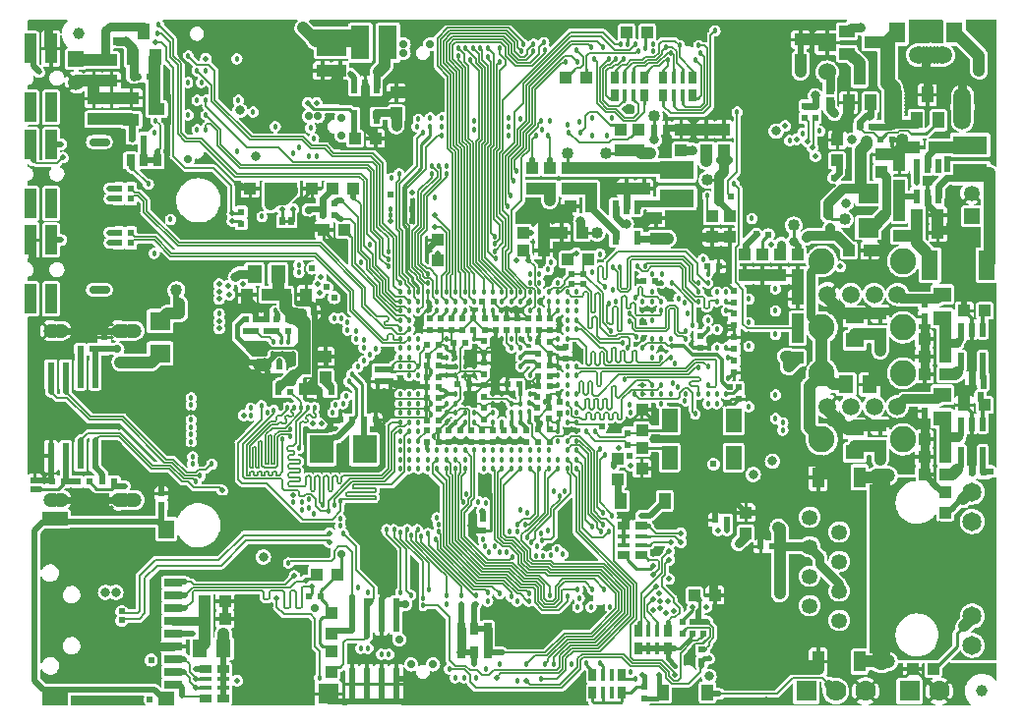
<source format=gbr>
%TF.GenerationSoftware,KiCad,Pcbnew,(6.0.1)*%
%TF.CreationDate,2022-06-22T14:46:01-03:00*%
%TF.ProjectId,A20-OLinuXino-Lime_Rev_I1,4132302d-4f4c-4696-9e75-58696e6f2d4c,rev?*%
%TF.SameCoordinates,Original*%
%TF.FileFunction,Copper,L6,Bot*%
%TF.FilePolarity,Positive*%
%FSLAX46Y46*%
G04 Gerber Fmt 4.6, Leading zero omitted, Abs format (unit mm)*
G04 Created by KiCad (PCBNEW (6.0.1)) date 2022-06-22 14:46:01*
%MOMM*%
%LPD*%
G01*
G04 APERTURE LIST*
G04 Aperture macros list*
%AMRoundRect*
0 Rectangle with rounded corners*
0 $1 Rounding radius*
0 $2 $3 $4 $5 $6 $7 $8 $9 X,Y pos of 4 corners*
0 Add a 4 corners polygon primitive as box body*
4,1,4,$2,$3,$4,$5,$6,$7,$8,$9,$2,$3,0*
0 Add four circle primitives for the rounded corners*
1,1,$1+$1,$2,$3*
1,1,$1+$1,$4,$5*
1,1,$1+$1,$6,$7*
1,1,$1+$1,$8,$9*
0 Add four rect primitives between the rounded corners*
20,1,$1+$1,$2,$3,$4,$5,0*
20,1,$1+$1,$4,$5,$6,$7,0*
20,1,$1+$1,$6,$7,$8,$9,0*
20,1,$1+$1,$8,$9,$2,$3,0*%
G04 Aperture macros list end*
%TA.AperFunction,EtchedComponent*%
%ADD10C,0.254000*%
%TD*%
%TA.AperFunction,EtchedComponent*%
%ADD11C,0.508000*%
%TD*%
%TA.AperFunction,EtchedComponent*%
%ADD12C,0.127000*%
%TD*%
%TA.AperFunction,ComponentPad*%
%ADD13C,5.500000*%
%TD*%
%TA.AperFunction,ComponentPad*%
%ADD14C,0.900000*%
%TD*%
%TA.AperFunction,ComponentPad*%
%ADD15C,1.500000*%
%TD*%
%TA.AperFunction,ComponentPad*%
%ADD16C,2.250000*%
%TD*%
%TA.AperFunction,ComponentPad*%
%ADD17R,1.778000X1.778000*%
%TD*%
%TA.AperFunction,ComponentPad*%
%ADD18C,1.778000*%
%TD*%
%TA.AperFunction,ComponentPad*%
%ADD19C,0.704800*%
%TD*%
%TA.AperFunction,ComponentPad*%
%ADD20R,1.422400X1.422400*%
%TD*%
%TA.AperFunction,ComponentPad*%
%ADD21R,0.400000X0.400000*%
%TD*%
%TA.AperFunction,ComponentPad*%
%ADD22R,1.350000X1.350000*%
%TD*%
%TA.AperFunction,ComponentPad*%
%ADD23C,1.350000*%
%TD*%
%TA.AperFunction,ComponentPad*%
%ADD24C,1.200000*%
%TD*%
%TA.AperFunction,ComponentPad*%
%ADD25C,1.524000*%
%TD*%
%TA.AperFunction,ComponentPad*%
%ADD26R,1.524000X1.524000*%
%TD*%
%TA.AperFunction,ComponentPad*%
%ADD27C,1.950000*%
%TD*%
%TA.AperFunction,ComponentPad*%
%ADD28C,1.650000*%
%TD*%
%TA.AperFunction,SMDPad,CuDef*%
%ADD29R,0.609600X0.584200*%
%TD*%
%TA.AperFunction,SMDPad,CuDef*%
%ADD30R,1.016000X1.016000*%
%TD*%
%TA.AperFunction,SMDPad,CuDef*%
%ADD31R,0.584200X0.609600*%
%TD*%
%TA.AperFunction,SMDPad,CuDef*%
%ADD32R,2.100000X2.400000*%
%TD*%
%TA.AperFunction,SMDPad,CuDef*%
%ADD33R,0.635000X1.016000*%
%TD*%
%TA.AperFunction,SMDPad,CuDef*%
%ADD34R,0.381000X1.016000*%
%TD*%
%TA.AperFunction,SMDPad,CuDef*%
%ADD35R,0.550000X1.200000*%
%TD*%
%TA.AperFunction,SMDPad,CuDef*%
%ADD36RoundRect,0.508000X0.000000X0.000000X0.000000X0.000000X0.000000X0.000000X0.000000X0.000000X0*%
%TD*%
%TA.AperFunction,SMDPad,CuDef*%
%ADD37R,1.000000X1.400000*%
%TD*%
%TA.AperFunction,SMDPad,CuDef*%
%ADD38R,1.450000X2.600000*%
%TD*%
%TA.AperFunction,SMDPad,CuDef*%
%ADD39R,0.508000X0.762000*%
%TD*%
%TA.AperFunction,SMDPad,CuDef*%
%ADD40R,3.000000X1.600000*%
%TD*%
%TA.AperFunction,SMDPad,CuDef*%
%ADD41R,1.450000X1.800000*%
%TD*%
%TA.AperFunction,SMDPad,CuDef*%
%ADD42R,0.762000X1.016000*%
%TD*%
%TA.AperFunction,SMDPad,CuDef*%
%ADD43R,1.016000X2.540000*%
%TD*%
%TA.AperFunction,SMDPad,CuDef*%
%ADD44R,1.400000X2.000000*%
%TD*%
%TA.AperFunction,SMDPad,CuDef*%
%ADD45R,1.400000X1.000000*%
%TD*%
%TA.AperFunction,SMDPad,CuDef*%
%ADD46R,1.016000X1.778000*%
%TD*%
%TA.AperFunction,SMDPad,CuDef*%
%ADD47R,1.524000X1.270000*%
%TD*%
%TA.AperFunction,SMDPad,CuDef*%
%ADD48R,1.270000X1.524000*%
%TD*%
%TA.AperFunction,SMDPad,CuDef*%
%ADD49R,1.600000X3.000000*%
%TD*%
%TA.AperFunction,SMDPad,CuDef*%
%ADD50RoundRect,0.500000X0.000000X0.000000X0.000000X0.000000X0.000000X0.000000X0.000000X0.000000X0*%
%TD*%
%TA.AperFunction,SMDPad,CuDef*%
%ADD51R,1.800000X1.600000*%
%TD*%
%TA.AperFunction,SMDPad,CuDef*%
%ADD52R,0.600000X2.200000*%
%TD*%
%TA.AperFunction,SMDPad,CuDef*%
%ADD53R,0.609600X2.921000*%
%TD*%
%TA.AperFunction,SMDPad,CuDef*%
%ADD54R,0.762000X0.508000*%
%TD*%
%TA.AperFunction,SMDPad,CuDef*%
%ADD55R,1.016000X0.635000*%
%TD*%
%TA.AperFunction,SMDPad,CuDef*%
%ADD56R,1.016000X0.381000*%
%TD*%
%TA.AperFunction,SMDPad,CuDef*%
%ADD57R,1.778000X1.651000*%
%TD*%
%TA.AperFunction,SMDPad,CuDef*%
%ADD58R,1.600000X0.700000*%
%TD*%
%TA.AperFunction,SMDPad,CuDef*%
%ADD59R,1.400000X1.200000*%
%TD*%
%TA.AperFunction,SMDPad,CuDef*%
%ADD60R,1.400000X1.600000*%
%TD*%
%TA.AperFunction,SMDPad,CuDef*%
%ADD61R,2.200000X1.200000*%
%TD*%
%TA.AperFunction,ViaPad*%
%ADD62C,0.803200*%
%TD*%
%TA.AperFunction,ViaPad*%
%ADD63C,0.457200*%
%TD*%
%TA.AperFunction,ViaPad*%
%ADD64C,0.503200*%
%TD*%
%TA.AperFunction,ViaPad*%
%ADD65C,0.603200*%
%TD*%
%TA.AperFunction,ViaPad*%
%ADD66C,0.703200*%
%TD*%
%TA.AperFunction,Conductor*%
%ADD67C,0.254000*%
%TD*%
%TA.AperFunction,Conductor*%
%ADD68C,0.152400*%
%TD*%
%TA.AperFunction,Conductor*%
%ADD69C,1.016000*%
%TD*%
%TA.AperFunction,Conductor*%
%ADD70C,0.508000*%
%TD*%
%TA.AperFunction,Conductor*%
%ADD71C,0.406400*%
%TD*%
%TA.AperFunction,Conductor*%
%ADD72C,0.304800*%
%TD*%
%TA.AperFunction,Conductor*%
%ADD73C,0.127000*%
%TD*%
%TA.AperFunction,Conductor*%
%ADD74C,0.609600*%
%TD*%
%TA.AperFunction,Conductor*%
%ADD75C,0.889000*%
%TD*%
%TA.AperFunction,Conductor*%
%ADD76C,0.762000*%
%TD*%
%TA.AperFunction,Conductor*%
%ADD77C,1.270000*%
%TD*%
%TA.AperFunction,Conductor*%
%ADD78C,1.524000*%
%TD*%
%TA.AperFunction,Conductor*%
%ADD79C,0.812800*%
%TD*%
%TA.AperFunction,Conductor*%
%ADD80C,0.203200*%
%TD*%
%TA.AperFunction,Conductor*%
%ADD81C,0.914400*%
%TD*%
%TA.AperFunction,Conductor*%
%ADD82C,0.635000*%
%TD*%
G04 APERTURE END LIST*
D10*
%TO.C,NAND_E*%
X129508100Y-92771600D02*
X128746100Y-92771600D01*
D11*
%TO.C,PC3/PB8*%
X116808100Y-87564600D02*
X118078100Y-87564600D01*
%TO.C,R66*%
G36*
X173577100Y-78446000D02*
G01*
X173069100Y-78446000D01*
X173069100Y-77633200D01*
X173577100Y-77633200D01*
X173577100Y-78446000D01*
G37*
D12*
%TO.C,R12*%
X154400100Y-97343600D02*
X153892100Y-97343600D01*
D11*
%TO.C,PB9/PH7_GPIO*%
X145256100Y-129982600D02*
X143986100Y-129982600D01*
%TO.C,PB9/PH7_USB*%
X145256100Y-127950600D02*
X146526100Y-127950600D01*
D12*
%TO.C,R13*%
X154400100Y-98232600D02*
X153892100Y-98232600D01*
%TD*%
D13*
%TO.P,CASE,GND1*%
%TO.N,GND*%
X128071100Y-129998600D03*
D14*
%TO.P,CASE,GND2*%
X128071100Y-127748600D03*
%TO.P,CASE,GND3*%
X128071100Y-132248600D03*
%TO.P,CASE,GND4*%
X130321100Y-129998600D03*
%TO.P,CASE,GND5*%
X125821100Y-129998600D03*
%TO.P,CASE,GND6*%
X126524300Y-128451800D03*
%TO.P,CASE,GND7*%
X129618000Y-131545500D03*
%TO.P,CASE,GND8*%
X126524300Y-131545500D03*
%TO.P,CASE,GND9*%
X129618000Y-128451800D03*
D13*
%TO.P,CASE,GND10*%
X168931100Y-129998600D03*
D14*
%TO.P,CASE,GND11*%
X168931100Y-127748600D03*
%TO.P,CASE,GND12*%
X168931100Y-132248600D03*
%TO.P,CASE,GND13*%
X171181100Y-129998600D03*
%TO.P,CASE,GND14*%
X166681100Y-129998600D03*
%TO.P,CASE,GND15*%
X167384300Y-128451800D03*
%TO.P,CASE,GND16*%
X170478000Y-131545500D03*
%TO.P,CASE,GND17*%
X167384300Y-131545500D03*
%TO.P,CASE,GND18*%
X170478000Y-128451800D03*
D13*
%TO.P,CASE,GND19*%
X128071100Y-79998600D03*
D14*
%TO.P,CASE,GND20*%
X128071100Y-77748600D03*
%TO.P,CASE,GND21*%
X128071100Y-82248600D03*
%TO.P,CASE,GND22*%
X130321100Y-79998600D03*
%TO.P,CASE,GND23*%
X125821100Y-79998600D03*
%TO.P,CASE,GND24*%
X126524300Y-78451800D03*
%TO.P,CASE,GND25*%
X129618000Y-81545500D03*
%TO.P,CASE,GND26*%
X126524300Y-81545500D03*
%TO.P,CASE,GND27*%
X129618000Y-78451800D03*
D13*
%TO.P,CASE,GND28*%
X168931100Y-79998600D03*
D14*
%TO.P,CASE,GND29*%
X168931100Y-77748600D03*
%TO.P,CASE,GND30*%
X168931100Y-82248600D03*
%TO.P,CASE,GND31*%
X171181100Y-79998600D03*
%TO.P,CASE,GND32*%
X166681100Y-79998600D03*
%TO.P,CASE,GND33*%
X167384300Y-78451800D03*
%TO.P,CASE,GND34*%
X170478000Y-81545500D03*
%TO.P,CASE,GND35*%
X167384300Y-81545500D03*
%TO.P,CASE,GND36*%
X170478000Y-78451800D03*
%TD*%
D15*
%TO.P,USB_HOST2,1*%
%TO.N,N$194*%
X181655100Y-99100600D03*
%TO.P,USB_HOST2,2*%
%TO.N,UDM2*%
X179655100Y-99100600D03*
%TO.P,USB_HOST2,3*%
%TO.N,UDP2*%
X177655100Y-99100600D03*
%TO.P,USB_HOST2,4*%
%TO.N,GND*%
X175655100Y-99100600D03*
D16*
%TO.P,USB_HOST2,P$1*%
%TO.N,N/C*%
X182155100Y-101950600D03*
%TO.P,USB_HOST2,P$2*%
X182155100Y-96250600D03*
%TO.P,USB_HOST2,P$3*%
%TO.N,N$193*%
X175155100Y-96250600D03*
%TO.P,USB_HOST2,P$4*%
X175155100Y-101950600D03*
%TD*%
D17*
%TO.P,BACKUP,1*%
%TO.N,AXP_BACKUP*%
X182721100Y-133284600D03*
D18*
%TO.P,BACKUP,2*%
%TO.N,GND*%
X185261100Y-133284600D03*
%TD*%
D17*
%TO.P,UART0,1*%
%TO.N,UART0-TX*%
X173831100Y-133284600D03*
D18*
%TO.P,UART0,2*%
%TO.N,N$7*%
X176371100Y-133284600D03*
%TO.P,UART0,3*%
%TO.N,GND*%
X178911100Y-133284600D03*
%TD*%
D19*
%TO.P,SATA,P$1*%
%TO.N,N/C*%
X112850100Y-98705600D03*
%TO.P,SATA,P$2*%
X112625100Y-98705600D03*
%TO.P,SATA,P$3*%
X113100100Y-98705600D03*
%TO.P,SATA,P$4*%
X112425100Y-98705600D03*
%TO.P,SATA,P$5*%
X113525100Y-98705600D03*
%TO.P,SATA,P$11*%
X112850100Y-85965600D03*
%TO.P,SATA,P$20*%
X112625100Y-85965600D03*
%TO.P,SATA,P$23*%
X113100100Y-85965600D03*
%TO.P,SATA,P$24*%
X112425100Y-85965600D03*
%TO.P,SATA,P$26*%
X113525100Y-85965600D03*
%TO.P,SATA,SH1*%
X113325100Y-98705600D03*
%TO.P,SATA,SH4*%
X113325100Y-85965600D03*
%TD*%
D20*
%TO.P,U12,N1*%
%TO.N,GND*%
X171672100Y-89850600D03*
D21*
%TO.P,U12,N2*%
X173272100Y-90500600D03*
%TO.P,U12,N3*%
X172672100Y-90500600D03*
%TO.P,U12,N4*%
X173272100Y-89200600D03*
%TO.P,U12,N5*%
X172672100Y-89200600D03*
%TO.P,U12,N6*%
X172322100Y-88250600D03*
%TO.P,U12,N7*%
X172322100Y-88850600D03*
%TO.P,U12,N8*%
X171022100Y-88250600D03*
%TO.P,U12,N9*%
X171022100Y-88850600D03*
%TO.P,U12,N10*%
X170072100Y-89200600D03*
%TO.P,U12,N11*%
X170672100Y-89200600D03*
%TO.P,U12,N12*%
X170072100Y-90500600D03*
%TO.P,U12,N13*%
X170672100Y-90500600D03*
%TO.P,U12,N14*%
X171022100Y-91450600D03*
%TO.P,U12,N15*%
X171022100Y-90850600D03*
%TO.P,U12,N16*%
X172322100Y-91450600D03*
%TO.P,U12,N17*%
X172322100Y-90850600D03*
%TD*%
D22*
%TO.P,LIPO_BAT,1*%
%TO.N,+24V*%
X188055100Y-92374600D03*
D23*
%TO.P,LIPO_BAT,2*%
%TO.N,GND*%
X188055100Y-90374600D03*
%TD*%
D24*
%TO.P,HDMI,P$5*%
%TO.N,N/C*%
X115562100Y-116835600D03*
%TO.P,HDMI,P$7*%
X109462100Y-116835600D03*
%TO.P,HDMI,P$9*%
X109462100Y-102235600D03*
%TO.P,HDMI,P$11*%
X115562100Y-102235600D03*
%TO.P,HDMI,P$13*%
X115162100Y-116835600D03*
%TO.P,HDMI,P$15*%
X109062100Y-116835600D03*
%TO.P,HDMI,P$18*%
X109062100Y-102235600D03*
%TO.P,HDMI,P$20*%
X115162100Y-102235600D03*
%TO.P,HDMI,P$21*%
X114862100Y-116835600D03*
%TO.P,HDMI,P$22*%
X115712100Y-116835600D03*
%TO.P,HDMI,P$23*%
X115712100Y-102235600D03*
%TO.P,HDMI,P$24*%
X114862100Y-102235600D03*
%TO.P,HDMI,P$25*%
X116012100Y-116835600D03*
%TO.P,HDMI,P$26*%
X116012100Y-102235600D03*
%TO.P,HDMI,P$27*%
X109762100Y-102235600D03*
%TO.P,HDMI,P$28*%
X109762100Y-116810600D03*
%TO.P,HDMI,SH1*%
%TO.N,GND*%
X114612100Y-116835600D03*
%TO.P,HDMI,SH2*%
X108762100Y-116835600D03*
%TO.P,HDMI,SH3*%
X108762100Y-102235600D03*
%TO.P,HDMI,SH4*%
X114612100Y-102235600D03*
%TD*%
D17*
%TO.P,GND_PIN,P$1*%
%TO.N,GND*%
X132683100Y-133538600D03*
%TD*%
D25*
%TO.P,C174,+*%
%TO.N,5VEXT*%
X175609100Y-79944600D03*
D26*
%TO.P,C174,-*%
%TO.N,GND*%
X175609100Y-77404600D03*
%TD*%
D22*
%TO.P,5V_SATA_PWR,1*%
%TO.N,N$24*%
X110966100Y-78817600D03*
D23*
%TO.P,5V_SATA_PWR,2*%
%TO.N,GND*%
X110966100Y-80817600D03*
%TD*%
D27*
%TO.P,U2,EP1*%
%TO.N,GND*%
X165322100Y-122870600D03*
D19*
%TO.P,U2,EP2*%
X165822100Y-123970600D03*
%TO.P,U2,EP3*%
X164822100Y-123970600D03*
%TO.P,U2,EP4*%
X164222100Y-123370600D03*
%TO.P,U2,EP5*%
X164222100Y-122370600D03*
%TO.P,U2,EP6*%
X164822100Y-121770600D03*
%TO.P,U2,EP7*%
X165822100Y-121770600D03*
%TO.P,U2,EP8*%
X166422100Y-122370600D03*
%TO.P,U2,EP9*%
X166422100Y-123370600D03*
%TD*%
D23*
%TO.P,LAN,1*%
%TO.N,N$77*%
X176656100Y-127198600D03*
%TO.P,LAN,2*%
%TO.N,N$81*%
X174116100Y-125928600D03*
%TO.P,LAN,3*%
%TO.N,ETHERNET_VDD*%
X176656100Y-124658600D03*
%TO.P,LAN,4*%
%TO.N,N/C*%
X174116100Y-123388600D03*
%TO.P,LAN,5*%
X176656100Y-122118600D03*
%TO.P,LAN,6*%
%TO.N,ETHERNET_VDD*%
X174116100Y-120848600D03*
%TO.P,LAN,7*%
%TO.N,N$82*%
X176656100Y-119578600D03*
%TO.P,LAN,8*%
%TO.N,N$83*%
X174116100Y-118308600D03*
D28*
%TO.P,LAN,AG*%
%TO.N,N$88*%
X188104600Y-118673600D03*
%TO.P,LAN,AY*%
%TO.N,N$87*%
X188104600Y-129353600D03*
D24*
%TO.P,LAN,GND1*%
%TO.N,CHASSIS*%
X180256100Y-130743600D03*
%TO.P,LAN,GND2*%
X180256100Y-114743600D03*
D28*
%TO.P,LAN,KG*%
%TO.N,N$94*%
X188104600Y-116133600D03*
%TO.P,LAN,KY*%
%TO.N,N$89*%
X188104600Y-126813600D03*
D24*
%TO.P,LAN,_1*%
%TO.N,N/C*%
X180856100Y-130743600D03*
%TO.P,LAN,_2*%
X180656100Y-130743600D03*
%TO.P,LAN,_3*%
X180456100Y-130743600D03*
%TO.P,LAN,_4*%
X180056100Y-130743600D03*
%TO.P,LAN,_5*%
X179856100Y-130743600D03*
%TO.P,LAN,_6*%
X179856100Y-114743600D03*
%TO.P,LAN,_7*%
X180056100Y-114743600D03*
%TO.P,LAN,_8*%
X180456100Y-114743600D03*
%TO.P,LAN,_9*%
X180656100Y-114743600D03*
%TO.P,LAN,_10*%
X180856100Y-114743600D03*
%TD*%
D15*
%TO.P,USB_HOST1,1*%
%TO.N,N$111*%
X181655100Y-108752600D03*
%TO.P,USB_HOST1,2*%
%TO.N,UDM1*%
X179655100Y-108752600D03*
%TO.P,USB_HOST1,3*%
%TO.N,UDP1*%
X177655100Y-108752600D03*
%TO.P,USB_HOST1,4*%
%TO.N,GND*%
X175655100Y-108752600D03*
D16*
%TO.P,USB_HOST1,P$1*%
%TO.N,N/C*%
X182155100Y-111602600D03*
%TO.P,USB_HOST1,P$2*%
X182155100Y-105902600D03*
%TO.P,USB_HOST1,P$3*%
%TO.N,N$193*%
X175155100Y-105902600D03*
%TO.P,USB_HOST1,P$4*%
X175155100Y-111602600D03*
%TD*%
D15*
%TO.P,PWR_JACK,+*%
%TO.N,5VEXT*%
X181266100Y-82916600D03*
%TO.P,PWR_JACK,+1*%
%TO.N,N/C*%
X181266100Y-83216600D03*
%TO.P,PWR_JACK,+2*%
X181266100Y-83516600D03*
%TO.P,PWR_JACK,+3*%
X181266100Y-83816600D03*
%TO.P,PWR_JACK,+4*%
X181266100Y-82616600D03*
%TO.P,PWR_JACK,+5*%
X181266100Y-82316600D03*
%TO.P,PWR_JACK,+6*%
X181266100Y-82016600D03*
%TO.P,PWR_JACK,+7*%
X181266100Y-81716600D03*
%TO.P,PWR_JACK,+8*%
X181266100Y-84116600D03*
%TO.P,PWR_JACK,-*%
%TO.N,GND*%
X187266100Y-82916600D03*
%TO.P,PWR_JACK,--*%
X184516100Y-78466600D03*
%TO.P,PWR_JACK,--1*%
%TO.N,N/C*%
X184816100Y-78466600D03*
%TO.P,PWR_JACK,--2*%
X185116100Y-78466600D03*
%TO.P,PWR_JACK,--3*%
X185416100Y-78466600D03*
%TO.P,PWR_JACK,--4*%
X184216100Y-78466600D03*
%TO.P,PWR_JACK,--5*%
X183916100Y-78466600D03*
%TO.P,PWR_JACK,--6*%
X183616100Y-78466600D03*
%TO.P,PWR_JACK,--14*%
X185616100Y-78466600D03*
%TO.P,PWR_JACK,--15*%
X183416100Y-78466600D03*
%TO.P,PWR_JACK,-1*%
X187266100Y-83216600D03*
%TO.P,PWR_JACK,-2*%
X187266100Y-83516600D03*
%TO.P,PWR_JACK,-3*%
X187266100Y-82616600D03*
%TO.P,PWR_JACK,-4*%
X187266100Y-82316600D03*
%TO.P,PWR_JACK,-5*%
X187266100Y-83816600D03*
%TO.P,PWR_JACK,-6*%
X187266100Y-82016600D03*
%TO.P,PWR_JACK,-8*%
X187266100Y-84116600D03*
%TD*%
D29*
%TO.P,C156,1*%
%TO.N,GND*%
X141141300Y-106233600D03*
%TO.P,C156,2*%
%TO.N,VCCINT*%
X142157300Y-106233600D03*
%TD*%
D30*
%TO.P,C157,1*%
%TO.N,GND*%
X167227100Y-94168600D03*
%TO.P,C157,2*%
%TO.N,IPSOUT*%
X167227100Y-92390600D03*
%TD*%
D31*
%TO.P,C12,1*%
%TO.N,GND*%
X151783900Y-102220400D03*
%TO.P,C12,2*%
%TO.N,V+*%
X151783900Y-101204400D03*
%TD*%
D29*
%TO.P,C30,1*%
%TO.N,GND*%
X143478100Y-103312600D03*
%TO.P,C30,2*%
%TO.N,VCCINT*%
X144494100Y-103312600D03*
%TD*%
%TO.P,C93,1*%
%TO.N,GND*%
X151656900Y-108875200D03*
%TO.P,C93,2*%
%TO.N,VDD_RTC*%
X150640900Y-108875200D03*
%TD*%
D31*
%TO.P,R87,1*%
%TO.N,N$75*%
X128238100Y-102296600D03*
%TO.P,R87,2*%
%TO.N,PC7/SDC2_CLK*%
X128238100Y-101280600D03*
%TD*%
D30*
%TO.P,R70,1*%
%TO.N,N$19*%
X155289100Y-91501600D03*
%TO.P,R70,2*%
%TO.N,GND*%
X153511100Y-91501600D03*
%TD*%
D29*
%TO.P,C67,1*%
%TO.N,GND*%
X141141300Y-107122600D03*
%TO.P,C67,2*%
%TO.N,VCC*%
X142157300Y-107122600D03*
%TD*%
D31*
%TO.P,C73,1*%
%TO.N,GND*%
X143071700Y-111821600D03*
%TO.P,C73,2*%
%TO.N,VCC*%
X143071700Y-110805600D03*
%TD*%
%TO.P,C38,1*%
%TO.N,GND*%
X167608100Y-102804600D03*
%TO.P,C38,2*%
%TO.N,V+*%
X167608100Y-103820600D03*
%TD*%
D29*
%TO.P,C128,1*%
%TO.N,SATA-TXM*%
X115665100Y-93787600D03*
%TO.P,C128,2*%
%TO.N,N$112*%
X114649100Y-93787600D03*
%TD*%
D30*
%TO.P,C130,1*%
%TO.N,GND*%
X179292100Y-95311600D03*
%TO.P,C130,2*%
%TO.N,IPSOUT*%
X177514100Y-95311600D03*
%TD*%
D32*
%TO.P,Q3,1*%
%TO.N,XTALO*%
X135803100Y-112456600D03*
%TO.P,Q3,2*%
%TO.N,XTALI*%
X132103100Y-112456600D03*
%TD*%
D30*
%TO.P,C194,1*%
%TO.N,GND*%
X183991100Y-104455600D03*
%TO.P,C194,2*%
%TO.N,N$195*%
X185769100Y-104455600D03*
%TD*%
D33*
%TO.P,RM1,1.1*%
%TO.N,VCC*%
X161893100Y-129601600D03*
%TO.P,RM1,1.2*%
%TO.N,ERXD0*%
X161893100Y-128077600D03*
D34*
%TO.P,RM1,2.1*%
%TO.N,VCC*%
X161004100Y-129601600D03*
%TO.P,RM1,2.2*%
%TO.N,ECOL*%
X161004100Y-128077600D03*
%TO.P,RM1,3.1*%
%TO.N,VCC*%
X160242100Y-129601600D03*
%TO.P,RM1,3.2*%
%TO.N,EMDIO*%
X160242100Y-128077600D03*
D33*
%TO.P,RM1,4.1*%
%TO.N,VCC*%
X159353100Y-129601600D03*
%TO.P,RM1,4.2*%
%TO.N,ERXD1*%
X159353100Y-128077600D03*
%TD*%
D35*
%TO.P,U10,1*%
%TO.N,N$192*%
X187105100Y-110267500D03*
%TO.P,U10,2*%
%TO.N,GND*%
X188055100Y-110267500D03*
%TO.P,U10,3*%
%TO.N,N$101*%
X189005100Y-110267500D03*
%TO.P,U10,4*%
%TO.N,USB1-DRV*%
X189005100Y-112867700D03*
%TO.P,U10,5*%
%TO.N,+5V*%
X187105100Y-112867700D03*
%TD*%
D30*
%TO.P,C125,1*%
%TO.N,GND*%
X183991100Y-102931600D03*
%TO.P,C125,2*%
%TO.N,N$195*%
X185769100Y-102931600D03*
%TD*%
D35*
%TO.P,U15,1*%
%TO.N,EXTEN*%
X134908100Y-81184500D03*
%TO.P,U15,2*%
%TO.N,GND*%
X135858100Y-81184500D03*
%TO.P,U15,3*%
%TO.N,N$64*%
X136808100Y-81184500D03*
%TO.P,U15,4*%
%TO.N,IPSOUT*%
X136808100Y-83784700D03*
%TO.P,U15,5*%
%TO.N,N$66*%
X134908100Y-83784700D03*
%TD*%
D30*
%TO.P,C177,1*%
%TO.N,V+*%
X158337100Y-88199600D03*
%TO.P,C177,2*%
%TO.N,GND*%
X158337100Y-89977600D03*
%TD*%
D29*
%TO.P,C123,1*%
%TO.N,GND*%
X141141300Y-108976800D03*
%TO.P,C123,2*%
%TO.N,VCCINT*%
X142157300Y-108976800D03*
%TD*%
%TO.P,C70,1*%
%TO.N,GND*%
X151758500Y-111821600D03*
%TO.P,C70,2*%
%TO.N,VCC*%
X150742500Y-111821600D03*
%TD*%
D36*
%TO.P,BAT,1*%
%TO.N,+24V*%
X177133100Y-92644600D03*
%TD*%
D31*
%TO.P,R96,1*%
%TO.N,PC16/NWP/SDC2_RST*%
X126460100Y-102296600D03*
%TO.P,R96,2*%
%TO.N,GND*%
X126460100Y-101280600D03*
%TD*%
D37*
%TO.P,U20,1*%
%TO.N,N$25*%
X185195100Y-84092600D03*
%TO.P,U20,2*%
%TO.N,5VEXT*%
X183295100Y-84092600D03*
%TO.P,U20,3*%
%TO.N,GND*%
X184245100Y-81892600D03*
%TD*%
D31*
%TO.P,C196,1*%
%TO.N,GND*%
X126460100Y-104963600D03*
%TO.P,C196,2*%
%TO.N,EMMC_VCC*%
X126460100Y-103947600D03*
%TD*%
D29*
%TO.P,R93,1*%
%TO.N,VCC*%
X112109100Y-115250600D03*
%TO.P,R93,2*%
%TO.N,N$6*%
X111093100Y-115250600D03*
%TD*%
D38*
%TO.P,D5,1*%
%TO.N,N$23*%
X184467100Y-96581600D03*
%TO.P,D5,2*%
%TO.N,N$123*%
X189357100Y-96581600D03*
%TD*%
D29*
%TO.P,C90,1*%
%TO.N,GND*%
X133699100Y-109916600D03*
%TO.P,C90,2*%
%TO.N,XTALI*%
X134715100Y-109916600D03*
%TD*%
D30*
%TO.P,C132,1*%
%TO.N,GND*%
X173069100Y-97470600D03*
%TO.P,C132,2*%
%TO.N,5VEXT*%
X173069100Y-95692600D03*
%TD*%
D31*
%TO.P,R22,1*%
%TO.N,RESET_N*%
X164814100Y-130744600D03*
%TO.P,R22,2*%
%TO.N,NRST*%
X164814100Y-129728600D03*
%TD*%
D39*
%TO.P,NAND_E,1*%
%TO.N,N$232*%
X129508100Y-92771600D03*
%TO.P,NAND_E,2*%
%TO.N,NCE0*%
X128746100Y-92771600D03*
%TD*%
D31*
%TO.P,C35,1*%
%TO.N,GND*%
X148964500Y-101204400D03*
%TO.P,C35,2*%
%TO.N,VCCINT*%
X148964500Y-102220400D03*
%TD*%
%TO.P,C53,1*%
%TO.N,GND*%
X146068900Y-108875200D03*
%TO.P,C53,2*%
%TO.N,VCC/2*%
X146068900Y-109891200D03*
%TD*%
D37*
%TO.P,FET1,1*%
%TO.N,N$18*%
X117758100Y-78631600D03*
%TO.P,FET1,2*%
%TO.N,+5V*%
X115858100Y-78631600D03*
%TO.P,FET1,3*%
%TO.N,N$24*%
X116808100Y-76431600D03*
%TD*%
D31*
%TO.P,R24,1*%
%TO.N,PH10/EPHY-RST#*%
X164941100Y-128331600D03*
%TO.P,R24,2*%
%TO.N,NRST*%
X164941100Y-127315600D03*
%TD*%
D30*
%TO.P,R53,1*%
%TO.N,+5V_OTG_PWR*%
X173069100Y-104582600D03*
%TO.P,R53,2*%
%TO.N,GPIO1*%
X173069100Y-102804600D03*
%TD*%
D29*
%TO.P,C103,1*%
%TO.N,GNDA*%
X132175100Y-91247600D03*
%TO.P,C103,2*%
%TO.N,N$122*%
X133191100Y-91247600D03*
%TD*%
D31*
%TO.P,R19,1*%
%TO.N,GND*%
X163163100Y-128331600D03*
%TO.P,R19,2*%
%TO.N,ETXERR*%
X163163100Y-127315600D03*
%TD*%
D40*
%TO.P,L13,1*%
%TO.N,N$8*%
X162655100Y-90796600D03*
%TO.P,L13,2*%
%TO.N,V+*%
X162655100Y-88396600D03*
%TD*%
D35*
%TO.P,U14,1*%
%TO.N,N$123*%
X185195100Y-90642700D03*
%TO.P,U14,2*%
%TO.N,GND*%
X184245100Y-90642700D03*
%TO.P,U14,3*%
%TO.N,N$126*%
X183295100Y-90642700D03*
%TO.P,U14,4*%
%TO.N,EXTEN*%
X183295100Y-88042500D03*
%TO.P,U14,5*%
%TO.N,IPSOUT*%
X184245100Y-88042500D03*
%TO.P,U14,6*%
%TO.N,N/C*%
X185195100Y-88042500D03*
%TD*%
D30*
%TO.P,R39,1*%
%TO.N,N$230*%
X160115100Y-76515600D03*
%TO.P,R39,2*%
%TO.N,PB4*%
X158337100Y-76515600D03*
%TD*%
D41*
%TO.P,D3,A*%
%TO.N,5VEXT*%
X181673100Y-76515600D03*
%TO.P,D3,K*%
%TO.N,+5V*%
X186563100Y-76515600D03*
%TD*%
D29*
%TO.P,C6,1*%
%TO.N,GND*%
X150742500Y-106132000D03*
%TO.P,C6,2*%
%TO.N,V+*%
X151758500Y-106132000D03*
%TD*%
D42*
%TO.P,PC3/PB8,1*%
%TO.N,PB8/SATA-PWR-EN*%
X115665100Y-87564600D03*
%TO.P,PC3/PB8,2*%
%TO.N,N$5*%
X116808100Y-87564600D03*
%TO.P,PC3/PB8,3*%
%TO.N,PC3/SATA-PWR-EN*%
X117951100Y-87564600D03*
%TD*%
D43*
%TO.P,RECOVERY,1_1*%
%TO.N,GND*%
X107029100Y-94422600D03*
%TO.P,RECOVERY,1_2*%
%TO.N,N/C*%
X107029100Y-99502600D03*
%TO.P,RECOVERY,2_1*%
%TO.N,UBOOT_SEL*%
X108807100Y-94422600D03*
%TO.P,RECOVERY,2_2*%
%TO.N,N/C*%
X108807100Y-99502600D03*
%TD*%
D30*
%TO.P,C163,1*%
%TO.N,LDO4_2.8V*%
X163036100Y-86675600D03*
%TO.P,C163,2*%
%TO.N,GND*%
X163036100Y-84897600D03*
%TD*%
D31*
%TO.P,C203,1*%
%TO.N,GND*%
X113379100Y-102804600D03*
%TO.P,C203,2*%
%TO.N,VCC*%
X113379100Y-103820600D03*
%TD*%
%TO.P,C28,1*%
%TO.N,GND*%
X145002100Y-111821600D03*
%TO.P,C28,2*%
%TO.N,VCCINT*%
X145002100Y-110805600D03*
%TD*%
D30*
%TO.P,R46,1*%
%TO.N,PB18/TWI1-SCK*%
X157829100Y-84897600D03*
%TO.P,R46,2*%
%TO.N,VCC*%
X157829100Y-86675600D03*
%TD*%
%TO.P,C54,1*%
%TO.N,GND*%
X130778100Y-99121600D03*
%TO.P,C54,2*%
%TO.N,EMMC_VCC*%
X129000100Y-99121600D03*
%TD*%
D29*
%TO.P,C19,1*%
%TO.N,GND*%
X159797600Y-97978600D03*
%TO.P,C19,2*%
%TO.N,V+*%
X160813600Y-97978600D03*
%TD*%
D30*
%TO.P,R72,1*%
%TO.N,N$66*%
X134969100Y-85659600D03*
%TO.P,R72,2*%
%TO.N,GND*%
X136747100Y-85659600D03*
%TD*%
D29*
%TO.P,C8,1*%
%TO.N,GND*%
X150742500Y-103236400D03*
%TO.P,C8,2*%
%TO.N,V+*%
X151758500Y-103236400D03*
%TD*%
D31*
%TO.P,R49,1*%
%TO.N,UART0-RX*%
X159861100Y-133919600D03*
%TO.P,R49,2*%
%TO.N,VCC*%
X159861100Y-132903600D03*
%TD*%
D30*
%TO.P,C175,1*%
%TO.N,V+*%
X153257100Y-88199600D03*
%TO.P,C175,2*%
%TO.N,N$19*%
X153257100Y-89977600D03*
%TD*%
D29*
%TO.P,R47,1*%
%TO.N,GND*%
X188055100Y-106360600D03*
%TO.P,R47,2*%
%TO.N,USB2-DRV*%
X189071100Y-106360600D03*
%TD*%
D30*
%TO.P,C193,1*%
%TO.N,GND*%
X183991100Y-113091600D03*
%TO.P,C193,2*%
%TO.N,N$192*%
X185769100Y-113091600D03*
%TD*%
D29*
%TO.P,C65,1*%
%TO.N,GND*%
X142157300Y-103490400D03*
%TO.P,C65,2*%
%TO.N,VCC*%
X141141300Y-103490400D03*
%TD*%
%TO.P,C198,1*%
%TO.N,N$29*%
X132937100Y-107503600D03*
%TO.P,C198,2*%
%TO.N,GND*%
X131921100Y-107503600D03*
%TD*%
D37*
%TO.P,D2,A*%
%TO.N,UART0-RX*%
X161517100Y-133411600D03*
%TO.P,D2,C*%
%TO.N,N$7*%
X165317100Y-133411600D03*
%TD*%
D30*
%TO.P,C195,1*%
%TO.N,EMMC_VCC*%
X130651100Y-105471600D03*
%TO.P,C195,2*%
%TO.N,GND*%
X130651100Y-107249600D03*
%TD*%
D31*
%TO.P,C18,1*%
%TO.N,GND*%
X146068900Y-105014400D03*
%TO.P,C18,2*%
%TO.N,VCCINT*%
X146068900Y-106030400D03*
%TD*%
D44*
%TO.P,Q2,1*%
%TO.N,N$14*%
X162064100Y-109967600D03*
%TO.P,Q2,2*%
%TO.N,N/C*%
X167564100Y-109967600D03*
%TO.P,Q2,3*%
X167564100Y-113167600D03*
%TO.P,Q2,4*%
%TO.N,N$116*%
X162064100Y-113167600D03*
%TD*%
D45*
%TO.P,T1,1*%
%TO.N,N$17*%
X115708100Y-84069600D03*
%TO.P,T1,2*%
%TO.N,GND*%
X115708100Y-82169600D03*
%TO.P,T1,3*%
%TO.N,N$18*%
X117908100Y-83119600D03*
%TD*%
D31*
%TO.P,C105,1*%
%TO.N,GND*%
X136941100Y-106623600D03*
%TO.P,C105,2*%
%TO.N,VCC*%
X136941100Y-105607600D03*
%TD*%
%TO.P,C11,1*%
%TO.N,GND*%
X150844100Y-102220400D03*
%TO.P,C11,2*%
%TO.N,V+*%
X150844100Y-101204400D03*
%TD*%
%TO.P,C44,1*%
%TO.N,GND*%
X167989100Y-108138600D03*
%TO.P,C44,2*%
%TO.N,V+*%
X167989100Y-107122600D03*
%TD*%
%TO.P,C204,1*%
%TO.N,GND*%
X127349100Y-101280600D03*
%TO.P,C204,2*%
%TO.N,N$75*%
X127349100Y-102296600D03*
%TD*%
D29*
%TO.P,C77,1*%
%TO.N,GND*%
X142157300Y-110856400D03*
%TO.P,C77,2*%
%TO.N,LDO3_2.8V*%
X141141300Y-110856400D03*
%TD*%
D30*
%TO.P,R79,1*%
%TO.N,GND*%
X168624100Y-117917600D03*
%TO.P,R79,2*%
%TO.N,N$90*%
X168624100Y-119695600D03*
%TD*%
%TO.P,C135,1*%
%TO.N,+24V*%
X178530100Y-87056600D03*
%TO.P,C135,2*%
%TO.N,GND*%
X180308100Y-87056600D03*
%TD*%
D29*
%TO.P,C4,1*%
%TO.N,GND*%
X150640900Y-109764200D03*
%TO.P,C4,2*%
%TO.N,V+*%
X151656900Y-109764200D03*
%TD*%
D46*
%TO.P,C88,1*%
%TO.N,GND*%
X174847100Y-130744600D03*
%TO.P,C88,2*%
%TO.N,CHASSIS*%
X178403100Y-130744600D03*
%TD*%
D30*
%TO.P,R66,1*%
%TO.N,GND*%
X173323100Y-77150600D03*
%TO.P,R66,2*%
%TO.N,GNDA*%
X173323100Y-78928600D03*
%TD*%
D29*
%TO.P,C17,1*%
%TO.N,GND*%
X151758500Y-104252400D03*
%TO.P,C17,2*%
%TO.N,VCCINT*%
X150742500Y-104252400D03*
%TD*%
%TO.P,R40,1*%
%TO.N,GND*%
X188055100Y-114488600D03*
%TO.P,R40,2*%
%TO.N,USB1-DRV*%
X189071100Y-114488600D03*
%TD*%
D30*
%TO.P,C200,1*%
%TO.N,GND*%
X125698100Y-99121600D03*
%TO.P,C200,2*%
%TO.N,EMMC_VCC*%
X127476100Y-99121600D03*
%TD*%
D29*
%TO.P,R52,1*%
%TO.N,+5V*%
X116300100Y-80325600D03*
%TO.P,R52,2*%
%TO.N,N$18*%
X117316100Y-80325600D03*
%TD*%
D30*
%TO.P,C197,1*%
%TO.N,GND*%
X132429100Y-104455600D03*
%TO.P,C197,2*%
%TO.N,N$29*%
X132429100Y-106233600D03*
%TD*%
D33*
%TO.P,RM9,1.1*%
%TO.N,TPX2*%
X159861100Y-81976600D03*
%TO.P,RM9,1.2*%
%TO.N,RES/X2*%
X159861100Y-80452600D03*
D34*
%TO.P,RM9,2.1*%
%TO.N,TPY2*%
X158972100Y-81976600D03*
%TO.P,RM9,2.2*%
%TO.N,SDA/Y2*%
X158972100Y-80452600D03*
%TO.P,RM9,3.1*%
%TO.N,TPX1*%
X158210100Y-81976600D03*
%TO.P,RM9,3.2*%
%TO.N,INT/X1*%
X158210100Y-80452600D03*
D33*
%TO.P,RM9,4.1*%
%TO.N,TPY1*%
X157321100Y-81976600D03*
%TO.P,RM9,4.2*%
%TO.N,SCL/Y1*%
X157321100Y-80452600D03*
%TD*%
D47*
%TO.P,C188,1*%
%TO.N,GND*%
X178022100Y-101026600D03*
%TO.P,C188,2*%
%TO.N,N$195*%
X178022100Y-103058600D03*
%TD*%
D29*
%TO.P,R94,1*%
%TO.N,N$21*%
X111347100Y-103820600D03*
%TO.P,R94,2*%
%TO.N,VCC*%
X112363100Y-103820600D03*
%TD*%
D31*
%TO.P,R88,1*%
%TO.N,NRB0/SDC2_CMD*%
X129254100Y-102296600D03*
%TO.P,R88,2*%
%TO.N,EMMC_VCC*%
X129254100Y-101280600D03*
%TD*%
D48*
%TO.P,L1,1*%
%TO.N,VCC*%
X126333100Y-97343600D03*
%TO.P,L1,2*%
%TO.N,EMMC_VCC*%
X128365100Y-97343600D03*
%TD*%
D49*
%TO.P,L15,1*%
%TO.N,N$64*%
X137820100Y-77404600D03*
%TO.P,L15,2*%
%TO.N,VCC*%
X135420100Y-77404600D03*
%TD*%
D50*
%TO.P,U19,1*%
%TO.N,N/C*%
X188944100Y-133284600D03*
%TD*%
D30*
%TO.P,C150,1*%
%TO.N,GND*%
X168497100Y-97470600D03*
%TO.P,C150,2*%
%TO.N,VINT*%
X168497100Y-95692600D03*
%TD*%
D31*
%TO.P,C31,1*%
%TO.N,GND*%
X146068900Y-106944800D03*
%TO.P,C31,2*%
%TO.N,VCCINT*%
X146068900Y-107960800D03*
%TD*%
D29*
%TO.P,C95,1*%
%TO.N,GND*%
X141293700Y-104379400D03*
%TO.P,C95,2*%
%TO.N,VCC*%
X142309700Y-104379400D03*
%TD*%
D48*
%TO.P,L4,1*%
%TO.N,VCC*%
X123666100Y-129601600D03*
%TO.P,L4,2*%
%TO.N,SD_VCC*%
X121634100Y-129601600D03*
%TD*%
D30*
%TO.P,R15,1*%
%TO.N,VCC*%
X132937100Y-129855600D03*
%TO.P,R15,2*%
%TO.N,PB18/TWI1-SCK*%
X132937100Y-131633600D03*
%TD*%
D31*
%TO.P,C56,1*%
%TO.N,GND*%
X147084900Y-102220400D03*
%TO.P,C56,2*%
%TO.N,VCC*%
X147084900Y-101204400D03*
%TD*%
D51*
%TO.P,FUSE1,1*%
%TO.N,+5V*%
X118205100Y-101404600D03*
%TO.P,FUSE1,2*%
%TO.N,HDMI_5V_SOURCE*%
X118205100Y-104204600D03*
%TD*%
D30*
%TO.P,C98,1*%
%TO.N,GND*%
X123793100Y-125537600D03*
%TO.P,C98,2*%
%TO.N,SD_VCC*%
X122015100Y-125537600D03*
%TD*%
D29*
%TO.P,C121,1*%
%TO.N,GND*%
X141141300Y-108011600D03*
%TO.P,C121,2*%
%TO.N,VCC*%
X142157300Y-108011600D03*
%TD*%
%TO.P,C76,1*%
%TO.N,GND*%
X169894100Y-120838600D03*
%TO.P,C76,2*%
%TO.N,ETHERNET_VDD*%
X170910100Y-120838600D03*
%TD*%
D30*
%TO.P,R48,1*%
%TO.N,GND*%
X187420100Y-100518600D03*
%TO.P,R48,2*%
%TO.N,N$137*%
X189198100Y-100518600D03*
%TD*%
D29*
%TO.P,R12,1*%
%TO.N,DDR3_RST*%
X154654100Y-97343600D03*
%TO.P,R12,2*%
%TO.N,SRST*%
X153638100Y-97343600D03*
%TD*%
D52*
%TO.P,U22,1*%
%TO.N,PC23/SPI0_CS0*%
X112617100Y-113035600D03*
%TO.P,U22,2*%
%TO.N,NALE/SPI0_MISO*%
X111347100Y-113035600D03*
%TO.P,U22,3*%
%TO.N,N$6*%
X110077100Y-113035600D03*
%TO.P,U22,4*%
%TO.N,GND*%
X108807100Y-113035600D03*
%TO.P,U22,5*%
%TO.N,NWE/SPI0_MOSI*%
X108807100Y-106035600D03*
%TO.P,U22,6*%
%TO.N,NCLE/SPI0_SCK*%
X110077100Y-106035600D03*
%TO.P,U22,7*%
%TO.N,N$21*%
X111347100Y-106035600D03*
%TO.P,U22,8*%
%TO.N,VCC*%
X112617100Y-106035600D03*
%TD*%
D30*
%TO.P,C85,1*%
%TO.N,GND*%
X159670600Y-114107600D03*
%TO.P,C85,2*%
%TO.N,N$116*%
X159670600Y-112329600D03*
%TD*%
D29*
%TO.P,R77,1*%
%TO.N,GND*%
X181197100Y-85786600D03*
%TO.P,R77,2*%
%TO.N,N$25*%
X180181100Y-85786600D03*
%TD*%
D48*
%TO.P,L9,1*%
%TO.N,GND*%
X179292100Y-106868600D03*
%TO.P,L9,2*%
%TO.N,N$193*%
X177260100Y-106868600D03*
%TD*%
D30*
%TO.P,C182,1*%
%TO.N,IPSOUT*%
X138525100Y-83500600D03*
%TO.P,C182,2*%
%TO.N,GND*%
X138525100Y-81722600D03*
%TD*%
D29*
%TO.P,R27,1*%
%TO.N,SD0-CMD*%
X131032100Y-125156600D03*
%TO.P,R27,2*%
%TO.N,VCC*%
X132048100Y-125156600D03*
%TD*%
D30*
%TO.P,C186,1*%
%TO.N,N$23*%
X183356100Y-93787600D03*
%TO.P,C186,2*%
%TO.N,GND*%
X185134100Y-93787600D03*
%TD*%
%TO.P,C118,1*%
%TO.N,GND*%
X183991100Y-111567600D03*
%TO.P,C118,2*%
%TO.N,N$192*%
X185769100Y-111567600D03*
%TD*%
%TO.P,C164,1*%
%TO.N,GND*%
X131286100Y-89977600D03*
%TO.P,C164,2*%
%TO.N,VDD*%
X129508100Y-89977600D03*
%TD*%
D36*
%TO.P,1.2V_CPU,1*%
%TO.N,VCC/2*%
X160750100Y-83754600D03*
%TD*%
D30*
%TO.P,C99,1*%
%TO.N,GNDA*%
X133064100Y-89977600D03*
%TO.P,C99,2*%
%TO.N,N$133*%
X134842100Y-89977600D03*
%TD*%
D31*
%TO.P,C120,1*%
%TO.N,N$111*%
X183991100Y-108138600D03*
%TO.P,C120,2*%
%TO.N,GND*%
X183991100Y-109154600D03*
%TD*%
D29*
%TO.P,C10,1*%
%TO.N,GND*%
X166274600Y-96708600D03*
%TO.P,C10,2*%
%TO.N,V+*%
X165258600Y-96708600D03*
%TD*%
D31*
%TO.P,C7,1*%
%TO.N,GND*%
X152558600Y-108392600D03*
%TO.P,C7,2*%
%TO.N,V+*%
X152558600Y-109408600D03*
%TD*%
D29*
%TO.P,R92,1*%
%TO.N,GND*%
X108934100Y-115250600D03*
%TO.P,R92,2*%
%TO.N,N$6*%
X109950100Y-115250600D03*
%TD*%
D50*
%TO.P,U18,1*%
%TO.N,N/C*%
X111220100Y-76642600D03*
%TD*%
D36*
%TO.P,1.2V_INT,1*%
%TO.N,VCCINT*%
X155797100Y-93787600D03*
%TD*%
D37*
%TO.P,FET4,1*%
%TO.N,N$25*%
X179353100Y-82568600D03*
%TO.P,FET4,2*%
%TO.N,GND*%
X177453100Y-82568600D03*
%TO.P,FET4,3*%
%TO.N,N$15*%
X178403100Y-80368600D03*
%TD*%
D31*
%TO.P,C37,1*%
%TO.N,GND*%
X149904300Y-101204400D03*
%TO.P,C37,2*%
%TO.N,VCCINT*%
X149904300Y-102220400D03*
%TD*%
D29*
%TO.P,C100,1*%
%TO.N,GNDA*%
X132175100Y-92263600D03*
%TO.P,C100,2*%
%TO.N,N$176*%
X133191100Y-92263600D03*
%TD*%
D53*
%TO.P,U3,1*%
%TO.N,GND*%
X138525100Y-132709600D03*
%TO.P,U3,2*%
X137255100Y-132709600D03*
%TO.P,U3,3*%
X135985100Y-132709600D03*
%TO.P,U3,4*%
X134715100Y-132709600D03*
%TO.P,U3,5*%
%TO.N,PB19/TWI1-SDA*%
X134715100Y-126747600D03*
%TO.P,U3,6*%
%TO.N,PB18/TWI1-SCK*%
X135985100Y-126747600D03*
%TO.P,U3,7*%
%TO.N,GND*%
X137255100Y-126747600D03*
%TO.P,U3,8*%
%TO.N,VCC*%
X138525100Y-126747600D03*
%TD*%
D31*
%TO.P,C126,1*%
%TO.N,N$194*%
X183991100Y-100010600D03*
%TO.P,C126,2*%
%TO.N,GND*%
X183991100Y-101026600D03*
%TD*%
D30*
%TO.P,R85,1*%
%TO.N,N$94*%
X185769100Y-117917600D03*
%TO.P,R85,2*%
%TO.N,GND*%
X185769100Y-116139600D03*
%TD*%
D29*
%TO.P,C152,1*%
%TO.N,GND*%
X141141300Y-105268400D03*
%TO.P,C152,2*%
%TO.N,VDD*%
X142157300Y-105268400D03*
%TD*%
D43*
%TO.P,PWR,1_1*%
%TO.N,N$38*%
X107029100Y-77912600D03*
%TO.P,PWR,1_2*%
%TO.N,N/C*%
X107029100Y-82992600D03*
%TO.P,PWR,2_1*%
%TO.N,GND*%
X108807100Y-77912600D03*
%TO.P,PWR,2_2*%
%TO.N,N/C*%
X108807100Y-82992600D03*
%TD*%
D47*
%TO.P,L8,1*%
%TO.N,N$195*%
X185515100Y-101153600D03*
%TO.P,L8,2*%
%TO.N,N$194*%
X185515100Y-99121600D03*
%TD*%
D30*
%TO.P,C179,1*%
%TO.N,N$23*%
X183356100Y-92263600D03*
%TO.P,C179,2*%
%TO.N,GND*%
X185134100Y-92263600D03*
%TD*%
%TO.P,C178,1*%
%TO.N,V+*%
X159861100Y-88199600D03*
%TO.P,C178,2*%
%TO.N,GND*%
X159861100Y-89977600D03*
%TD*%
%TO.P,R45,1*%
%TO.N,PB19/TWI1-SDA*%
X159353100Y-84897600D03*
%TO.P,R45,2*%
%TO.N,VCC*%
X159353100Y-86675600D03*
%TD*%
%TO.P,R86,1*%
%TO.N,N$89*%
X184753100Y-131379600D03*
%TO.P,R86,2*%
%TO.N,GND*%
X182975100Y-131379600D03*
%TD*%
D29*
%TO.P,C32,1*%
%TO.N,GND*%
X141141300Y-109942000D03*
%TO.P,C32,2*%
%TO.N,VCCINT*%
X142157300Y-109942000D03*
%TD*%
D54*
%TO.P,WP_ENABLE,1*%
%TO.N,N$6*%
X107410100Y-115885600D03*
%TO.P,WP_ENABLE,2*%
%TO.N,GND*%
X107410100Y-115123600D03*
%TD*%
D31*
%TO.P,C52,1*%
%TO.N,GND*%
X145903800Y-111821600D03*
%TO.P,C52,2*%
%TO.N,VCC/2*%
X145903800Y-110805600D03*
%TD*%
D30*
%TO.P,C139,1*%
%TO.N,GND*%
X151225100Y-93787600D03*
%TO.P,C139,2*%
%TO.N,VCC*%
X149447100Y-93787600D03*
%TD*%
D31*
%TO.P,R91,1*%
%TO.N,PC16/NWP/SDC2_RST*%
X125571100Y-102296600D03*
%TO.P,R91,2*%
%TO.N,EMMC_VCC*%
X125571100Y-101280600D03*
%TD*%
D30*
%TO.P,C55,1*%
%TO.N,GND*%
X165957100Y-125029600D03*
%TO.P,C55,2*%
%TO.N,NRST*%
X164179100Y-125029600D03*
%TD*%
%TO.P,R38,1*%
%TO.N,N$229*%
X154908100Y-80452600D03*
%TO.P,R38,2*%
%TO.N,PB3*%
X153130100Y-80452600D03*
%TD*%
D46*
%TO.P,C89,1*%
%TO.N,GND*%
X174847100Y-114869600D03*
%TO.P,C89,2*%
%TO.N,CHASSIS*%
X178403100Y-114869600D03*
%TD*%
D30*
%TO.P,R21,1*%
%TO.N,NMI_N*%
X157575100Y-113282100D03*
%TO.P,R21,2*%
%TO.N,N$10*%
X157575100Y-115060100D03*
%TD*%
D31*
%TO.P,C162,1*%
%TO.N,VDD*%
X141420700Y-101204400D03*
%TO.P,C162,2*%
%TO.N,GND*%
X141420700Y-102220400D03*
%TD*%
D30*
%TO.P,C158,1*%
%TO.N,VPP*%
X165195100Y-86675600D03*
%TO.P,C158,2*%
%TO.N,GND*%
X165195100Y-84897600D03*
%TD*%
D29*
%TO.P,R89,1*%
%TO.N,NDQ0/SDC2_D0*%
X129431900Y-107503600D03*
%TO.P,R89,2*%
%TO.N,EMMC_VCC*%
X128415900Y-107503600D03*
%TD*%
D42*
%TO.P,PB9/PH7_GPIO,1*%
%TO.N,PB9/USB0-DRV*%
X146399100Y-129982600D03*
%TO.P,PB9/PH7_GPIO,2*%
%TO.N,PH7/PB9*%
X145256100Y-129982600D03*
%TO.P,PB9/PH7_GPIO,3*%
%TO.N,PH7/USB0-DRV*%
X144113100Y-129982600D03*
%TD*%
D30*
%TO.P,C192,1*%
%TO.N,GND*%
X180181100Y-100772600D03*
%TO.P,C192,2*%
%TO.N,N$195*%
X180181100Y-102550600D03*
%TD*%
%TO.P,C149,1*%
%TO.N,IPSOUT*%
X166719100Y-86675600D03*
%TO.P,C149,2*%
%TO.N,GND*%
X166719100Y-84897600D03*
%TD*%
D31*
%TO.P,C71,1*%
%TO.N,GND*%
X149701100Y-111821600D03*
%TO.P,C71,2*%
%TO.N,VCC*%
X149701100Y-110805600D03*
%TD*%
%TO.P,C48,1*%
%TO.N,GND*%
X147770700Y-111821600D03*
%TO.P,C48,2*%
%TO.N,VCC/2*%
X147770700Y-110805600D03*
%TD*%
%TO.P,C57,1*%
%TO.N,GND*%
X144240100Y-102220400D03*
%TO.P,C57,2*%
%TO.N,VCC*%
X144240100Y-101204400D03*
%TD*%
D30*
%TO.P,R43,1*%
%TO.N,PB21/TWI2_SDA*%
X150209100Y-88199600D03*
%TO.P,R43,2*%
%TO.N,VCC*%
X150209100Y-89977600D03*
%TD*%
D29*
%TO.P,C127,1*%
%TO.N,SATA-TXP*%
X115665100Y-94676600D03*
%TO.P,C127,2*%
%TO.N,N$106*%
X114649100Y-94676600D03*
%TD*%
D36*
%TO.P,+5V,1*%
%TO.N,+5V*%
X119602100Y-98740600D03*
%TD*%
D31*
%TO.P,R73,1*%
%TO.N,N$116*%
X158464100Y-112075600D03*
%TO.P,R73,2*%
%TO.N,N$14*%
X158464100Y-111059600D03*
%TD*%
D29*
%TO.P,C66,1*%
%TO.N,GND*%
X146957900Y-99731200D03*
%TO.P,C66,2*%
%TO.N,VCC*%
X145941900Y-99731200D03*
%TD*%
D30*
%TO.P,C124,1*%
%TO.N,+5V*%
X185769100Y-105979600D03*
%TO.P,C124,2*%
%TO.N,GND*%
X183991100Y-105979600D03*
%TD*%
D31*
%TO.P,R64,1*%
%TO.N,TWI0-SDA*%
X174593100Y-83881600D03*
%TO.P,R64,2*%
%TO.N,VCC*%
X174593100Y-82865600D03*
%TD*%
D30*
%TO.P,R67,1*%
%TO.N,N$126*%
X181832100Y-92263600D03*
%TO.P,R67,2*%
%TO.N,N$23*%
X181832100Y-94041600D03*
%TD*%
%TO.P,C140,1*%
%TO.N,GND*%
X114014100Y-80706600D03*
%TO.P,C140,2*%
%TO.N,N$24*%
X114014100Y-78928600D03*
%TD*%
D45*
%TO.P,FET3,1*%
%TO.N,N$15*%
X177303100Y-78354600D03*
%TO.P,FET3,2*%
%TO.N,+5V*%
X177303100Y-76454600D03*
%TO.P,FET3,3*%
%TO.N,5VEXT*%
X179503100Y-77404600D03*
%TD*%
D42*
%TO.P,PB9/PH7_USB,1*%
%TO.N,PH7/USB0-DRV*%
X144113100Y-127950600D03*
%TO.P,PB9/PH7_USB,2*%
%TO.N,USB0-DRV*%
X145256100Y-127950600D03*
%TO.P,PB9/PH7_USB,3*%
%TO.N,PB9/USB0-DRV*%
X146399100Y-127950600D03*
%TD*%
D30*
%TO.P,R14,1*%
%TO.N,GND*%
X151225100Y-95311600D03*
%TO.P,R14,2*%
%TO.N,N$2*%
X149447100Y-95311600D03*
%TD*%
D36*
%TO.P,2.5V,1*%
%TO.N,VDD*%
X127730100Y-91374600D03*
%TD*%
D29*
%TO.P,C33,1*%
%TO.N,GND*%
X151656900Y-107910000D03*
%TO.P,C33,2*%
%TO.N,VCCINT*%
X150640900Y-107910000D03*
%TD*%
D30*
%TO.P,R58,1*%
%TO.N,GND*%
X112490100Y-82230600D03*
%TO.P,R58,2*%
%TO.N,N$17*%
X112490100Y-84008600D03*
%TD*%
D29*
%TO.P,C199,1*%
%TO.N,EMMC_VCC*%
X130397100Y-100645600D03*
%TO.P,C199,2*%
%TO.N,GND*%
X131413100Y-100645600D03*
%TD*%
D30*
%TO.P,R57,1*%
%TO.N,GND*%
X132302100Y-93533600D03*
%TO.P,R57,2*%
%TO.N,N$119*%
X134080100Y-93533600D03*
%TD*%
D31*
%TO.P,C22,1*%
%TO.N,GND*%
X167608100Y-105852600D03*
%TO.P,C22,2*%
%TO.N,V+*%
X167608100Y-104836600D03*
%TD*%
%TO.P,R25,1*%
%TO.N,VCC*%
X164052100Y-128331600D03*
%TO.P,R25,2*%
%TO.N,NRST*%
X164052100Y-127315600D03*
%TD*%
D29*
%TO.P,R74,1*%
%TO.N,5VEXT*%
X179419100Y-84643600D03*
%TO.P,R74,2*%
%TO.N,N$25*%
X178403100Y-84643600D03*
%TD*%
D30*
%TO.P,C184,1*%
%TO.N,VCC*%
X133699100Y-78039600D03*
%TO.P,C184,2*%
%TO.N,GND*%
X133699100Y-79817600D03*
%TD*%
D31*
%TO.P,R76,1*%
%TO.N,PC16/NWP/SDC2_RST*%
X125190100Y-92009600D03*
%TO.P,R76,2*%
%TO.N,N$124*%
X125190100Y-93025600D03*
%TD*%
%TO.P,C137,1*%
%TO.N,VCC*%
X145179900Y-102220400D03*
%TO.P,C137,2*%
%TO.N,GND*%
X145179900Y-101204400D03*
%TD*%
D35*
%TO.P,U13,1*%
%TO.N,VPP*%
X157387100Y-91598500D03*
%TO.P,U13,2*%
%TO.N,GND*%
X158337100Y-91598500D03*
%TO.P,U13,3*%
%TO.N,N$8*%
X159287100Y-91598500D03*
%TO.P,U13,4*%
%TO.N,IPSOUT*%
X159287100Y-94198700D03*
%TO.P,U13,5*%
%TO.N,N$19*%
X157387100Y-94198700D03*
%TD*%
D30*
%TO.P,R44,1*%
%TO.N,PB20/TWI2_SCK*%
X151733100Y-88199600D03*
%TO.P,R44,2*%
%TO.N,VCC*%
X151733100Y-89977600D03*
%TD*%
%TO.P,C141,1*%
%TO.N,GND*%
X112490100Y-80706600D03*
%TO.P,C141,2*%
%TO.N,N$24*%
X112490100Y-78928600D03*
%TD*%
D29*
%TO.P,R90,1*%
%TO.N,N$22*%
X128492100Y-105344600D03*
%TO.P,R90,2*%
%TO.N,GND*%
X127476100Y-105344600D03*
%TD*%
D30*
%TO.P,C181,1*%
%TO.N,GND*%
X183102100Y-86421600D03*
%TO.P,C181,2*%
%TO.N,IPSOUT*%
X184880100Y-86421600D03*
%TD*%
%TO.P,C81,1*%
%TO.N,GND*%
X159670600Y-109027600D03*
%TO.P,C81,2*%
%TO.N,N$14*%
X159670600Y-110805600D03*
%TD*%
%TO.P,C185,1*%
%TO.N,VCC*%
X132175100Y-78039600D03*
%TO.P,C185,2*%
%TO.N,GND*%
X132175100Y-79817600D03*
%TD*%
D35*
%TO.P,U11,1*%
%TO.N,N$195*%
X187105100Y-102139500D03*
%TO.P,U11,2*%
%TO.N,GND*%
X188055100Y-102139500D03*
%TO.P,U11,3*%
%TO.N,N$137*%
X189005100Y-102139500D03*
%TO.P,U11,4*%
%TO.N,USB2-DRV*%
X189005100Y-104739700D03*
%TO.P,U11,5*%
%TO.N,+5V*%
X187105100Y-104739700D03*
%TD*%
D30*
%TO.P,C191,1*%
%TO.N,GND*%
X180181100Y-110424600D03*
%TO.P,C191,2*%
%TO.N,N$192*%
X180181100Y-112202600D03*
%TD*%
D55*
%TO.P,RM4,1.1*%
%TO.N,VCC*%
X123666100Y-131379600D03*
%TO.P,RM4,1.2*%
%TO.N,SD0-D2*%
X122142100Y-131379600D03*
D56*
%TO.P,RM4,2.1*%
%TO.N,VCC*%
X123666100Y-132268600D03*
%TO.P,RM4,2.2*%
%TO.N,SD0-D0*%
X122142100Y-132268600D03*
%TO.P,RM4,3.1*%
%TO.N,VCC*%
X123666100Y-133030600D03*
%TO.P,RM4,3.2*%
%TO.N,SD0-D1*%
X122142100Y-133030600D03*
D55*
%TO.P,RM4,4.1*%
%TO.N,VCC*%
X123666100Y-133919600D03*
%TO.P,RM4,4.2*%
%TO.N,SD0-DET#*%
X122142100Y-133919600D03*
%TD*%
D30*
%TO.P,C153,1*%
%TO.N,VDD_RTC*%
X170021100Y-95692600D03*
%TO.P,C153,2*%
%TO.N,GND*%
X170021100Y-97470600D03*
%TD*%
D36*
%TO.P,IPSOUT,1*%
%TO.N,IPSOUT*%
X165322100Y-89215600D03*
%TD*%
D30*
%TO.P,C133,1*%
%TO.N,N$128*%
X180308100Y-88580600D03*
%TO.P,C133,2*%
%TO.N,+24V*%
X178530100Y-88580600D03*
%TD*%
D29*
%TO.P,R13,1*%
%TO.N,DDR3_ODT*%
X154654100Y-98232600D03*
%TO.P,R13,2*%
%TO.N,ODT0*%
X153638100Y-98232600D03*
%TD*%
D36*
%TO.P,3.3V,1*%
%TO.N,VCC*%
X156559100Y-86929600D03*
%TD*%
D31*
%TO.P,C69,1*%
%TO.N,GND*%
X146068900Y-104100000D03*
%TO.P,C69,2*%
%TO.N,VCC*%
X146068900Y-103084000D03*
%TD*%
%TO.P,C24,1*%
%TO.N,GND*%
X167608100Y-101788600D03*
%TO.P,C24,2*%
%TO.N,V+*%
X167608100Y-100772600D03*
%TD*%
D36*
%TO.P,1.5V,1*%
%TO.N,V+*%
X153257100Y-86929600D03*
%TD*%
D31*
%TO.P,C168,1*%
%TO.N,VCC*%
X143300300Y-101204400D03*
%TO.P,C168,2*%
%TO.N,GND*%
X143300300Y-102220400D03*
%TD*%
D30*
%TO.P,R68,1*%
%TO.N,V+*%
X155289100Y-88199600D03*
%TO.P,R68,2*%
%TO.N,N$19*%
X155289100Y-89977600D03*
%TD*%
%TO.P,R26,1*%
%TO.N,SD0-D3*%
X131667100Y-123251600D03*
%TO.P,R26,2*%
%TO.N,VCC*%
X133445100Y-123251600D03*
%TD*%
D31*
%TO.P,C104,1*%
%TO.N,GND*%
X138041100Y-106623600D03*
%TO.P,C104,2*%
%TO.N,VCC*%
X138041100Y-105607600D03*
%TD*%
D29*
%TO.P,C16,1*%
%TO.N,GND*%
X151758500Y-105243000D03*
%TO.P,C16,2*%
%TO.N,VCCINT*%
X150742500Y-105243000D03*
%TD*%
D30*
%TO.P,R16,1*%
%TO.N,PB19/TWI1-SDA*%
X132937100Y-128331600D03*
%TO.P,R16,2*%
%TO.N,VCC*%
X132937100Y-126553600D03*
%TD*%
D31*
%TO.P,C72,1*%
%TO.N,GND*%
X148735900Y-111821600D03*
%TO.P,C72,2*%
%TO.N,VCC*%
X148735900Y-110805600D03*
%TD*%
D39*
%TO.P,5V_E_SATA,1*%
%TO.N,+5V*%
X114395100Y-77277600D03*
%TO.P,5V_E_SATA,2*%
%TO.N,N$24*%
X113633100Y-77277600D03*
%TD*%
D29*
%TO.P,R54,1*%
%TO.N,N$17*%
X115792100Y-85659600D03*
%TO.P,R54,2*%
%TO.N,N$5*%
X116808100Y-85659600D03*
%TD*%
D31*
%TO.P,C21,1*%
%TO.N,GND*%
X164687100Y-103693600D03*
%TO.P,C21,2*%
%TO.N,V+*%
X164687100Y-102677600D03*
%TD*%
D29*
%TO.P,C29,1*%
%TO.N,GND*%
X144824300Y-106868600D03*
%TO.P,C29,2*%
%TO.N,VCCINT*%
X143808300Y-106868600D03*
%TD*%
D33*
%TO.P,RM5,1.1*%
%TO.N,PB14*%
X155416100Y-131887600D03*
%TO.P,RM5,1.2*%
%TO.N,VCC*%
X155416100Y-133411600D03*
D34*
%TO.P,RM5,2.1*%
%TO.N,PB15*%
X156305100Y-131887600D03*
%TO.P,RM5,2.2*%
%TO.N,VCC*%
X156305100Y-133411600D03*
%TO.P,RM5,3.1*%
%TO.N,N/C*%
X157067100Y-131887600D03*
%TO.P,RM5,3.2*%
X157067100Y-133411600D03*
D33*
%TO.P,RM5,4.1*%
%TO.N,PB17*%
X157956100Y-131887600D03*
%TO.P,RM5,4.2*%
%TO.N,VCC*%
X157956100Y-133411600D03*
%TD*%
D29*
%TO.P,R84,1*%
%TO.N,N$88*%
X166973100Y-118552600D03*
%TO.P,R84,2*%
%TO.N,GND*%
X165957100Y-118552600D03*
%TD*%
D31*
%TO.P,C58,1*%
%TO.N,GND*%
X146145100Y-102169600D03*
%TO.P,C58,2*%
%TO.N,VCC*%
X146145100Y-101153600D03*
%TD*%
D47*
%TO.P,C187,1*%
%TO.N,GND*%
X178022100Y-110678600D03*
%TO.P,C187,2*%
%TO.N,N$192*%
X178022100Y-112710600D03*
%TD*%
D29*
%TO.P,C34,1*%
%TO.N,GND*%
X148075500Y-106868600D03*
%TO.P,C34,2*%
%TO.N,VCCINT*%
X149091500Y-106868600D03*
%TD*%
D57*
%TO.P,R51,1*%
%TO.N,N$128*%
X179165100Y-93343100D03*
%TO.P,R51,2*%
%TO.N,+24V*%
X179165100Y-90422100D03*
%TD*%
D43*
%TO.P,RESET,1_1*%
%TO.N,IPSOUT*%
X107029100Y-86167600D03*
%TO.P,RESET,1_2*%
%TO.N,N/C*%
X107029100Y-91247600D03*
%TO.P,RESET,2_1*%
%TO.N,N$140*%
X108807100Y-86167600D03*
%TO.P,RESET,2_2*%
%TO.N,N/C*%
X108807100Y-91247600D03*
%TD*%
D40*
%TO.P,L14,1*%
%TO.N,IPSOUT*%
X187928100Y-86237600D03*
%TO.P,L14,2*%
%TO.N,N$123*%
X187928100Y-88637600D03*
%TD*%
D58*
%TO.P,SD/MMC1,1*%
%TO.N,SD0-D2*%
X119357100Y-123925100D03*
%TO.P,SD/MMC1,2*%
%TO.N,SD0-D3*%
X119357100Y-125025100D03*
%TO.P,SD/MMC1,3*%
%TO.N,SD0-CMD*%
X119357100Y-126125100D03*
%TO.P,SD/MMC1,4*%
%TO.N,SD_VCC*%
X119357100Y-127225100D03*
%TO.P,SD/MMC1,5*%
%TO.N,SD0-CLK*%
X119357100Y-128325100D03*
%TO.P,SD/MMC1,6*%
%TO.N,GND*%
X119357100Y-129425100D03*
%TO.P,SD/MMC1,7*%
%TO.N,SD0-D0*%
X119357100Y-130525100D03*
%TO.P,SD/MMC1,8*%
%TO.N,SD0-D1*%
X119357100Y-131625100D03*
%TO.P,SD/MMC1,9*%
%TO.N,SD0-DET#*%
X119357100Y-132725100D03*
D59*
%TO.P,SD/MMC1,10*%
%TO.N,N$58*%
X118732100Y-133925100D03*
D60*
%TO.P,SD/MMC1,11*%
X118732100Y-119325100D03*
D61*
%TO.P,SD/MMC1,12*%
X109132100Y-133925100D03*
%TO.P,SD/MMC1,13*%
X109132100Y-118425100D03*
%TD*%
D31*
%TO.P,R62,1*%
%TO.N,TWI0-SCK*%
X173704100Y-83881600D03*
%TO.P,R62,2*%
%TO.N,VCC*%
X173704100Y-82865600D03*
%TD*%
D30*
%TO.P,C145,1*%
%TO.N,GND*%
X165703100Y-94168600D03*
%TO.P,C145,2*%
%TO.N,N$9*%
X165703100Y-92390600D03*
%TD*%
D29*
%TO.P,C78,1*%
%TO.N,GND*%
X142157300Y-111821600D03*
%TO.P,C78,2*%
%TO.N,LDO4_2.8V*%
X141141300Y-111821600D03*
%TD*%
%TO.P,C49,1*%
%TO.N,GND*%
X161766100Y-84770600D03*
%TO.P,C49,2*%
%TO.N,VCC/2*%
X160750100Y-84770600D03*
%TD*%
D31*
%TO.P,C36,1*%
%TO.N,GND*%
X148024700Y-101204400D03*
%TO.P,C36,2*%
%TO.N,VCCINT*%
X148024700Y-102220400D03*
%TD*%
D55*
%TO.P,RM2,1.1*%
%TO.N,ERXCK*%
X159607100Y-119060600D03*
%TO.P,RM2,1.2*%
%TO.N,GND*%
X158083100Y-119060600D03*
D56*
%TO.P,RM2,2.1*%
%TO.N,ERXD3*%
X159607100Y-119949600D03*
%TO.P,RM2,2.2*%
%TO.N,GND*%
X158083100Y-119949600D03*
%TO.P,RM2,3.1*%
%TO.N,ERXD2*%
X159607100Y-120711600D03*
%TO.P,RM2,3.2*%
%TO.N,GND*%
X158083100Y-120711600D03*
D55*
%TO.P,RM2,4.1*%
%TO.N,ERXERR*%
X159607100Y-121600600D03*
%TO.P,RM2,4.2*%
%TO.N,VCC*%
X158083100Y-121600600D03*
%TD*%
D30*
%TO.P,C15,1*%
%TO.N,GND*%
X152749100Y-93787600D03*
%TO.P,C15,2*%
%TO.N,VCCINT*%
X154527100Y-93787600D03*
%TD*%
D29*
%TO.P,C129,1*%
%TO.N,SATA-RXM*%
X115665100Y-90866600D03*
%TO.P,C129,2*%
%TO.N,N$113*%
X114649100Y-90866600D03*
%TD*%
%TO.P,R95,1*%
%TO.N,PC23/SPI0_CS0*%
X113252100Y-115250600D03*
%TO.P,R95,2*%
%TO.N,VCC*%
X114268100Y-115250600D03*
%TD*%
D30*
%TO.P,C148,1*%
%TO.N,N$17*%
X114014100Y-84008600D03*
%TO.P,C148,2*%
%TO.N,GND*%
X114014100Y-82230600D03*
%TD*%
%TO.P,C96,1*%
%TO.N,GND*%
X123793100Y-127061600D03*
%TO.P,C96,2*%
%TO.N,SD_VCC*%
X122015100Y-127061600D03*
%TD*%
%TO.P,R69,1*%
%TO.N,N$126*%
X181832100Y-89723600D03*
%TO.P,R69,2*%
%TO.N,GND*%
X181832100Y-87945600D03*
%TD*%
D29*
%TO.P,C91,1*%
%TO.N,GND*%
X136747100Y-109916600D03*
%TO.P,C91,2*%
%TO.N,XTALO*%
X135731100Y-109916600D03*
%TD*%
D30*
%TO.P,R7,1*%
%TO.N,DDR3_RST*%
X155035100Y-96073600D03*
%TO.P,R7,2*%
%TO.N,V+*%
X153257100Y-96073600D03*
%TD*%
D47*
%TO.P,L7,1*%
%TO.N,N$192*%
X185515100Y-109789600D03*
%TO.P,L7,2*%
%TO.N,N$111*%
X185515100Y-107757600D03*
%TD*%
D31*
%TO.P,C68,1*%
%TO.N,GND*%
X146018100Y-119441600D03*
%TO.P,C68,2*%
%TO.N,VCC*%
X146018100Y-118425600D03*
%TD*%
%TO.P,C9,1*%
%TO.N,GND*%
X153130100Y-104646100D03*
%TO.P,C9,2*%
%TO.N,V+*%
X153130100Y-103630100D03*
%TD*%
D37*
%TO.P,D1,A*%
%TO.N,VCC*%
X161634100Y-116901600D03*
%TO.P,D1,C*%
%TO.N,N$10*%
X157834100Y-116901600D03*
%TD*%
D30*
%TO.P,C117,1*%
%TO.N,+5V*%
X185769100Y-114615600D03*
%TO.P,C117,2*%
%TO.N,GND*%
X183991100Y-114615600D03*
%TD*%
D31*
%TO.P,R29,1*%
%TO.N,N$58*%
X118332100Y-117282600D03*
%TO.P,R29,2*%
%TO.N,GND*%
X118332100Y-116266600D03*
%TD*%
D29*
%TO.P,C5,1*%
%TO.N,GND*%
X150742500Y-107021000D03*
%TO.P,C5,2*%
%TO.N,V+*%
X151758500Y-107021000D03*
%TD*%
D31*
%TO.P,C50,1*%
%TO.N,GND*%
X146805500Y-111821600D03*
%TO.P,C50,2*%
%TO.N,VCC/2*%
X146805500Y-110805600D03*
%TD*%
%TO.P,C51,1*%
%TO.N,GND*%
X144036900Y-111821600D03*
%TO.P,C51,2*%
%TO.N,VCC/2*%
X144036900Y-110805600D03*
%TD*%
D54*
%TO.P,5V_E,1*%
%TO.N,5VEXT*%
X175863100Y-81595600D03*
%TO.P,5V_E,2*%
%TO.N,+5V*%
X175863100Y-82357600D03*
%TD*%
D30*
%TO.P,R55,1*%
%TO.N,GPIO1*%
X173069100Y-101280600D03*
%TO.P,R55,2*%
%TO.N,GND*%
X173069100Y-99502600D03*
%TD*%
D31*
%TO.P,C40,1*%
%TO.N,GND*%
X167608100Y-98804100D03*
%TO.P,C40,2*%
%TO.N,V+*%
X167608100Y-99820100D03*
%TD*%
D33*
%TO.P,RM10,1.1*%
%TO.N,PB20/TWI2_SCK*%
X164052100Y-81976600D03*
%TO.P,RM10,1.2*%
%TO.N,SCL/Y1*%
X164052100Y-80452600D03*
D34*
%TO.P,RM10,2.1*%
%TO.N,PH12/CTP_INT*%
X163163100Y-81976600D03*
%TO.P,RM10,2.2*%
%TO.N,INT/X1*%
X163163100Y-80452600D03*
%TO.P,RM10,3.1*%
%TO.N,PB21/TWI2_SDA*%
X162401100Y-81976600D03*
%TO.P,RM10,3.2*%
%TO.N,SDA/Y2*%
X162401100Y-80452600D03*
D33*
%TO.P,RM10,4.1*%
%TO.N,PB13/CTP_RES*%
X161512100Y-81976600D03*
%TO.P,RM10,4.2*%
%TO.N,RES/X2*%
X161512100Y-80452600D03*
%TD*%
D30*
%TO.P,R41,1*%
%TO.N,GND*%
X187420100Y-108646600D03*
%TO.P,R41,2*%
%TO.N,N$101*%
X189198100Y-108646600D03*
%TD*%
%TO.P,C138,1*%
%TO.N,GND*%
X171545100Y-97470600D03*
%TO.P,C138,2*%
%TO.N,+5V_OTG_PWR*%
X171545100Y-95692600D03*
%TD*%
D31*
%TO.P,C170,1*%
%TO.N,VCC*%
X142360500Y-101204400D03*
%TO.P,C170,2*%
%TO.N,GND*%
X142360500Y-102220400D03*
%TD*%
D29*
%TO.P,C3,1*%
%TO.N,GND*%
X150742500Y-110754800D03*
%TO.P,C3,2*%
%TO.N,V+*%
X151758500Y-110754800D03*
%TD*%
D30*
%TO.P,C108,1*%
%TO.N,GND*%
X142081100Y-94422600D03*
%TO.P,C108,2*%
%TO.N,N$1*%
X142081100Y-96200600D03*
%TD*%
D29*
%TO.P,C131,1*%
%TO.N,SATA-RXP*%
X115665100Y-89977600D03*
%TO.P,C131,2*%
%TO.N,N$114*%
X114649100Y-89977600D03*
%TD*%
D30*
%TO.P,C176,1*%
%TO.N,IPSOUT*%
X160877100Y-94295600D03*
%TO.P,C176,2*%
%TO.N,GND*%
X160877100Y-92517600D03*
%TD*%
%TO.P,C151,1*%
%TO.N,GND*%
X125952100Y-89977600D03*
%TO.P,C151,2*%
%TO.N,VDD*%
X127730100Y-89977600D03*
%TD*%
D36*
%TO.P,5VEXT,1*%
%TO.N,5VEXT*%
X172738900Y-93152600D03*
%TD*%
D30*
%TO.P,C136,1*%
%TO.N,IPSOUT*%
X176498100Y-87564600D03*
%TO.P,C136,2*%
%TO.N,GND*%
X176498100Y-85786600D03*
%TD*%
D62*
%TO.N,GND*%
X114776100Y-129474600D03*
D63*
X161341100Y-103715600D03*
X147641100Y-106115600D03*
X129635100Y-105090600D03*
X166941100Y-98115600D03*
X149241100Y-102915600D03*
X144441100Y-108515600D03*
D64*
X130016100Y-99883600D03*
D63*
X141801700Y-111339000D03*
X141496900Y-105751000D03*
X146841100Y-105315600D03*
D64*
X114649100Y-112035600D03*
D62*
X118078100Y-129474600D03*
D64*
X114649100Y-110535600D03*
D63*
X167100100Y-106360600D03*
D62*
X158591100Y-83119600D03*
D63*
X159741100Y-107715600D03*
X159741100Y-101315600D03*
X148441100Y-107715600D03*
X144441100Y-104515600D03*
D64*
X170402100Y-134046600D03*
X114649100Y-109035600D03*
D62*
X125063100Y-89850600D03*
D65*
X160750100Y-114107600D03*
D63*
X166941100Y-102915600D03*
X140441100Y-101315600D03*
X147288100Y-111542200D03*
X166941100Y-102115600D03*
D62*
X125698100Y-100010600D03*
X175101100Y-113472600D03*
X152114100Y-92390600D03*
D63*
X171164100Y-103566600D03*
X140441100Y-106915600D03*
X145241100Y-106115600D03*
D66*
X140049100Y-79055600D03*
D65*
X126841100Y-116520600D03*
D64*
X122523100Y-97851600D03*
D63*
X147641100Y-104515600D03*
D64*
X124174100Y-111313600D03*
D63*
X141241100Y-99715600D03*
D64*
X154146100Y-121473600D03*
D63*
X146841100Y-107715600D03*
D62*
X133445100Y-80833600D03*
D63*
X152441100Y-102115600D03*
X151301300Y-108392600D03*
X166141100Y-109315600D03*
X127857100Y-104201600D03*
X148253300Y-111567600D03*
X145241100Y-103715600D03*
X167227100Y-96073600D03*
X142841100Y-110115600D03*
X144519500Y-111567600D03*
X146841100Y-102915600D03*
D62*
X183991100Y-101915600D03*
D66*
X141446100Y-79055600D03*
D63*
X152441100Y-104515600D03*
D62*
X164306100Y-93025600D03*
X163671100Y-113599600D03*
D63*
X143641100Y-104515600D03*
D65*
X168878100Y-93406600D03*
D64*
X120872100Y-109281600D03*
X118586100Y-112456600D03*
D65*
X171799100Y-106233600D03*
D64*
X132741100Y-109988600D03*
D65*
X130778100Y-92644600D03*
D63*
X129635100Y-104201600D03*
X147641100Y-108515600D03*
D64*
X118586100Y-109408600D03*
D62*
X112998100Y-92335600D03*
X187420100Y-107630600D03*
D63*
X141496900Y-108494200D03*
D62*
X125444100Y-123378600D03*
D63*
X145241100Y-108515600D03*
D62*
X179927100Y-105598600D03*
D65*
X181070100Y-100518600D03*
D62*
X180308100Y-95311600D03*
X132175100Y-85151600D03*
D64*
X156940100Y-110805600D03*
D63*
X168878100Y-102550600D03*
X159741100Y-100515600D03*
D65*
X141319100Y-95184600D03*
D64*
X114649100Y-106035600D03*
D63*
X144441100Y-105315600D03*
X166941100Y-108515600D03*
X154041100Y-110915600D03*
X159741100Y-106915600D03*
D62*
X151225100Y-92390600D03*
X159861100Y-92898600D03*
D63*
X141241100Y-98915600D03*
D66*
X122142100Y-87437600D03*
D63*
X140441100Y-102115600D03*
X145241100Y-100515600D03*
X159741100Y-102915600D03*
X145241100Y-104515600D03*
X146841100Y-104515600D03*
D62*
X161766100Y-86929600D03*
D63*
X149218500Y-111567600D03*
X149241100Y-106115600D03*
X168878100Y-100518600D03*
X128746100Y-104201600D03*
X152441100Y-105315600D03*
X151021900Y-110246800D03*
D62*
X132175100Y-121346600D03*
X145065600Y-119060600D03*
D63*
X171164100Y-99502600D03*
D62*
X125444100Y-122489600D03*
D63*
X144441100Y-107715600D03*
D64*
X114649100Y-113535600D03*
X160623100Y-121473600D03*
D63*
X146841100Y-108515600D03*
X166141100Y-101315600D03*
D64*
X118586100Y-106360600D03*
D63*
X161341100Y-98915600D03*
X127222100Y-104785800D03*
X127476100Y-105776400D03*
X148441100Y-104515600D03*
D62*
X167481100Y-116774600D03*
D63*
X166141100Y-100515600D03*
D62*
X173069100Y-98486600D03*
D63*
X145241100Y-107715600D03*
X132429100Y-105217600D03*
X166141100Y-97315600D03*
X147641100Y-102915600D03*
X128568300Y-108849800D03*
D64*
X108553100Y-76134600D03*
D63*
X141241100Y-100515600D03*
D65*
X181070100Y-110170600D03*
D62*
X157321100Y-89977600D03*
X188055100Y-105471600D03*
D63*
X149241100Y-100515600D03*
X171164100Y-108773600D03*
D64*
X147669100Y-125791600D03*
D63*
X152441100Y-107715600D03*
D65*
X139922100Y-91755600D03*
D63*
X146841100Y-106115600D03*
X160541100Y-100515600D03*
X146841100Y-103715600D03*
X147641100Y-100515600D03*
D62*
X174212100Y-113472600D03*
D63*
X171164100Y-101534600D03*
X163671100Y-130744600D03*
X148441100Y-100515600D03*
X145241100Y-105315600D03*
D64*
X120872100Y-112456600D03*
D63*
X147641100Y-107715600D03*
X142841100Y-103715600D03*
D62*
X174593100Y-80833600D03*
D65*
X113506100Y-134046600D03*
D63*
X153241100Y-110915600D03*
X141496900Y-109459400D03*
X168878100Y-109789600D03*
X150841100Y-99715600D03*
X147641100Y-103715600D03*
D64*
X186277100Y-93406600D03*
D63*
X160466100Y-110040600D03*
X147641100Y-109315600D03*
X152441100Y-101315600D03*
D62*
X107664100Y-96327600D03*
D63*
X165341100Y-103715600D03*
D62*
X182086100Y-85786600D03*
D63*
X147641100Y-105315600D03*
D62*
X176498100Y-84643600D03*
D63*
X166141100Y-102915600D03*
D62*
X187420100Y-99502600D03*
D63*
X148441100Y-105315600D03*
D66*
X139795100Y-132268600D03*
D62*
X183991100Y-110170600D03*
D63*
X168878100Y-107757600D03*
D65*
X126968100Y-93279600D03*
D64*
X120872100Y-106360600D03*
D63*
X142841100Y-102915600D03*
D66*
X141700100Y-132268600D03*
D63*
X159289600Y-97978600D03*
D64*
X154654100Y-131887600D03*
D63*
X168878100Y-98613600D03*
D62*
X128111100Y-83754600D03*
D63*
X148441100Y-106115600D03*
D65*
X139922100Y-92771600D03*
D63*
X150041100Y-99715600D03*
X144441100Y-106115600D03*
X143554300Y-111567600D03*
X127476100Y-106741600D03*
D62*
X188055100Y-113091600D03*
%TO.N,VCC*%
X123666100Y-128331600D03*
D63*
X142841100Y-107715600D03*
D62*
X174593100Y-81976600D03*
D64*
X159607100Y-118171600D03*
D63*
X149241100Y-109315600D03*
D64*
X138017100Y-92771600D03*
D63*
X143641100Y-100515600D03*
D64*
X159734100Y-131887600D03*
D62*
X151733100Y-90993600D03*
D63*
X140441100Y-110115600D03*
X143641100Y-107715600D03*
X143641100Y-110115600D03*
D62*
X130524100Y-76134600D03*
D63*
X149241100Y-110115600D03*
D62*
X124682100Y-97623000D03*
D63*
X140441100Y-109315600D03*
D62*
X169259100Y-114615600D03*
D63*
X140441100Y-105315600D03*
D66*
X133826100Y-83881600D03*
D63*
X144441100Y-100515600D03*
D62*
X126460100Y-87183600D03*
X131159100Y-76769600D03*
D66*
X141446100Y-77531600D03*
D63*
X149966100Y-109240600D03*
X144441100Y-109315600D03*
X148441100Y-109315600D03*
X150145600Y-93787600D03*
X141827100Y-90739600D03*
X142841100Y-100515600D03*
D66*
X141700100Y-130998600D03*
D63*
X148441100Y-110115600D03*
D66*
X133826100Y-121473600D03*
D62*
X125063100Y-83246600D03*
D63*
X138017100Y-91755600D03*
D64*
X129635100Y-116393600D03*
D63*
X146841100Y-100515600D03*
D66*
X139287100Y-125791600D03*
D63*
X145241100Y-102915600D03*
X138017100Y-92263600D03*
D64*
X115157100Y-115631600D03*
D63*
X126968100Y-92390600D03*
D66*
X114522100Y-103820600D03*
D65*
X117316100Y-134046600D03*
D64*
X160623100Y-122489600D03*
X145891100Y-117790600D03*
D62*
X160369100Y-86929600D03*
D66*
X120618100Y-87437600D03*
D63*
X146041100Y-100515600D03*
D64*
X162528100Y-131125600D03*
D63*
X149966100Y-110040600D03*
X142841100Y-104515600D03*
D66*
%TO.N,+5V*%
X139795100Y-130998600D03*
X131794100Y-83754600D03*
D62*
X186785100Y-114234600D03*
D66*
X139160100Y-78293600D03*
D62*
X119856100Y-100772600D03*
D66*
X139160100Y-77531600D03*
D62*
X178530100Y-76134600D03*
D66*
X131540100Y-126172600D03*
D62*
X186785100Y-105852600D03*
D66*
X131032100Y-83754600D03*
D62*
X115284100Y-77277600D03*
X127095100Y-121727600D03*
X119856100Y-99883600D03*
X188690100Y-79817600D03*
X176244100Y-83500600D03*
D65*
%TO.N,VPP*%
X138017100Y-90485600D03*
D64*
X131667100Y-82611600D03*
D62*
X158337100Y-93025600D03*
X165195100Y-87628100D03*
D63*
X140441100Y-103715600D03*
D65*
X133191100Y-99375600D03*
D63*
%TO.N,V+*%
X171164100Y-100518600D03*
D62*
X156305100Y-88199600D03*
D63*
X152441100Y-100515600D03*
X168878100Y-101534600D03*
X166941100Y-103715600D03*
X167041100Y-104515600D03*
X166941100Y-99715600D03*
X160541100Y-107715600D03*
X168878100Y-99502600D03*
X166941100Y-98915600D03*
X161341100Y-98115600D03*
X168878100Y-103566600D03*
X151641100Y-99715600D03*
X171164100Y-107757600D03*
X168878100Y-108773600D03*
X152441100Y-106115600D03*
X161341100Y-102915600D03*
X152441100Y-103715600D03*
X151641100Y-100515600D03*
X165341100Y-97315600D03*
X171164100Y-102550600D03*
X160541100Y-99715600D03*
D62*
X170910100Y-113472600D03*
D63*
X171164100Y-109789600D03*
X152441100Y-110915600D03*
D62*
X154273100Y-88199600D03*
D64*
X154019100Y-95565600D03*
D63*
X166941100Y-100515600D03*
X171164100Y-98613600D03*
X166941100Y-107715600D03*
X152441100Y-102915600D03*
X166141100Y-108515600D03*
D65*
X165830100Y-113726600D03*
D63*
X150841100Y-100515600D03*
X160541100Y-101315600D03*
X164941100Y-96073600D03*
X165341100Y-102115600D03*
X158718100Y-109281600D03*
X160541100Y-104515600D03*
X152441100Y-110115600D03*
X159741100Y-99715600D03*
X152441100Y-106915600D03*
%TO.N,XTALI*%
X134461100Y-106614600D03*
%TO.N,XTALO*%
X134715100Y-105979600D03*
%TO.N,SA2*%
X162141100Y-107715600D03*
X153241100Y-102115600D03*
%TO.N,SA3*%
X153241100Y-106915600D03*
X161341100Y-107715600D03*
%TO.N,SA4*%
X166141100Y-107715600D03*
X153241100Y-99715600D03*
%TO.N,SA5*%
X153241100Y-106115600D03*
X158591100Y-108646600D03*
%TO.N,SA6*%
X165341100Y-108515600D03*
X153241100Y-101315600D03*
%TO.N,SA8*%
X154041100Y-98915600D03*
X163341100Y-108315600D03*
%TO.N,SA9*%
X153241100Y-105315600D03*
X161341100Y-108515600D03*
%TO.N,SA10*%
X154041100Y-107715600D03*
X164496600Y-105408100D03*
%TO.N,SA11*%
X154041100Y-100515600D03*
X163441100Y-107715600D03*
%TO.N,SA12*%
X154041100Y-105315600D03*
X165341100Y-106915600D03*
%TO.N,DQ3*%
X166141100Y-102115600D03*
X150041100Y-98115600D03*
%TO.N,DQ4*%
X162141100Y-102915600D03*
X150041100Y-97315600D03*
%TO.N,DQ5*%
X152441100Y-98115600D03*
X163607600Y-100709100D03*
%TO.N,DQ6*%
X160541100Y-102915600D03*
X150841100Y-98115600D03*
%TO.N,DQ7*%
X164052100Y-101788600D03*
X162210600Y-98143700D03*
%TO.N,DQ8*%
X164541100Y-99715600D03*
X159289600Y-96645100D03*
%TO.N,DQ9*%
X161341100Y-99715600D03*
X159099100Y-99375600D03*
%TO.N,DQ10*%
X166141100Y-99715600D03*
X159924600Y-96645100D03*
%TO.N,CKE*%
X165341100Y-105315600D03*
X154041100Y-106115600D03*
%TO.N,SA1*%
X158146600Y-106424100D03*
X164541100Y-107715600D03*
%TO.N,SA0*%
X162341100Y-106715600D03*
X153241100Y-100515600D03*
%TO.N,BA0*%
X160541100Y-106915600D03*
X154041100Y-108515600D03*
%TO.N,BA1*%
X153241100Y-107715600D03*
X165341100Y-107715600D03*
%TO.N,CLK*%
X163417100Y-102296600D03*
X158591100Y-100772600D03*
D65*
%TO.N,+24V*%
X175685300Y-92314400D03*
D62*
X179038100Y-85913600D03*
D65*
X175685300Y-91704800D03*
X176625100Y-90358600D03*
D63*
%TO.N,CLKN*%
X158591100Y-101407600D03*
X163417100Y-102931600D03*
D64*
%TO.N,N$66*%
X130905100Y-82611600D03*
D62*
%TO.N,5VEXT*%
X172738900Y-94549600D03*
D63*
%TO.N,VCC/2*%
X146841100Y-109315600D03*
X146841100Y-110115600D03*
D62*
X160750100Y-85786600D03*
D63*
X147641100Y-110115600D03*
X145241100Y-110115600D03*
X145241100Y-109315600D03*
X144441100Y-110115600D03*
%TO.N,VCCINT*%
X142841100Y-109315600D03*
X150041100Y-102915600D03*
X150041100Y-107715600D03*
X143641100Y-106115600D03*
X142841100Y-106115600D03*
X149241100Y-104515600D03*
X143641100Y-108515600D03*
D62*
X154400100Y-92771600D03*
D63*
X148441100Y-108515600D03*
X150041100Y-106115600D03*
X149241100Y-105315600D03*
X142841100Y-108515600D03*
X149241100Y-103715600D03*
X149241100Y-107715600D03*
X143641100Y-109315600D03*
X148441100Y-103715600D03*
X149241100Y-108515600D03*
%TO.N,RESET_N*%
X143097100Y-131379600D03*
D64*
X176752100Y-96708600D03*
D63*
X144441100Y-114115600D03*
D64*
X165449100Y-130490600D03*
D63*
X144303600Y-116965100D03*
X169132100Y-92568400D03*
D64*
%TO.N,NMI_N*%
X174593100Y-87183600D03*
D63*
X152441100Y-111715600D03*
X157257600Y-113917100D03*
X117697100Y-85151600D03*
%TO.N,UDP1*%
X137255100Y-130109600D03*
X138841100Y-104515600D03*
%TO.N,UDM1*%
X139641100Y-104515600D03*
X137890100Y-130109600D03*
D65*
%TO.N,UDP0*%
X114903100Y-127188600D03*
D63*
X138841100Y-105315600D03*
D64*
X132810100Y-120457600D03*
D65*
%TO.N,UDM0*%
X114903100Y-126426600D03*
D64*
X132810100Y-119695600D03*
D63*
X139641100Y-105315600D03*
%TO.N,TPX1*%
X130143100Y-86421600D03*
X157448100Y-78801600D03*
%TO.N,TPY1*%
X158083100Y-78801600D03*
X129635100Y-86929600D03*
%TO.N,TPX2*%
X155543100Y-78801600D03*
X131667100Y-87183600D03*
%TO.N,TPY2*%
X131032100Y-87183600D03*
X156813100Y-78801600D03*
%TO.N,SA14*%
X159041100Y-107715600D03*
X164241100Y-109415600D03*
%TO.N,SA13*%
X154041100Y-99715600D03*
X162464600Y-105027100D03*
%TO.N,BA2*%
X153241100Y-108515600D03*
X161341100Y-106915600D03*
%TO.N,DDR3_RST*%
X162782100Y-107122600D03*
X157003600Y-102233100D03*
%TO.N,CASN*%
X154041100Y-102115600D03*
X161341100Y-104515600D03*
%TO.N,RASN*%
X162141100Y-104515600D03*
X153241100Y-102915600D03*
%TO.N,SDQM0*%
X150841100Y-97315600D03*
X165341100Y-101315600D03*
%TO.N,SDQM1*%
X156813100Y-99883600D03*
X161341100Y-100515600D03*
%TO.N,SDQS0*%
X151606100Y-96962600D03*
X162845600Y-99439100D03*
%TO.N,SDQS0_N*%
X163353600Y-99820100D03*
X151860100Y-96327600D03*
%TO.N,SDQS1*%
X164541100Y-98915600D03*
X157130600Y-96772100D03*
%TO.N,SDQS1_N*%
X164541100Y-98115600D03*
X157765600Y-96772100D03*
%TO.N,DDR3_ODT*%
X159162600Y-102741100D03*
D62*
%TO.N,+5V_OTG_PWR*%
X114395100Y-124775600D03*
D65*
X171621300Y-94778200D03*
D62*
X113506100Y-124775600D03*
X165449100Y-132014600D03*
X172307100Y-105344600D03*
X172053100Y-104455600D03*
D64*
%TO.N,USB0-DRV*%
X128238100Y-125283600D03*
X171989600Y-84580100D03*
D63*
X131921100Y-132141600D03*
X145383100Y-125791600D03*
D64*
%TO.N,USB0-VBUSDET*%
X124809100Y-132395600D03*
D63*
X152441400Y-114116000D03*
X149764600Y-120013100D03*
D65*
%TO.N,N$101*%
X188817100Y-107757600D03*
D63*
%TO.N,PB18/TWI1-SCK*%
X133953100Y-119695600D03*
X149193100Y-117663600D03*
X154400100Y-85151600D03*
%TO.N,PB19/TWI1-SDA*%
X129254100Y-122235600D03*
X153384100Y-85151600D03*
X149828100Y-117917600D03*
D65*
%TO.N,VINT*%
X169513100Y-93914600D03*
%TO.N,EXTEN*%
X167354100Y-90663400D03*
D63*
X167862100Y-83373600D03*
D64*
X183356100Y-89469600D03*
X134588100Y-80071600D03*
D65*
%TO.N,IPSOUT*%
X176193300Y-89037800D03*
D62*
X161893100Y-94295600D03*
D63*
X128111100Y-84643600D03*
D62*
X175863100Y-93406600D03*
D65*
X166490500Y-87564600D03*
D62*
X173831100Y-94232100D03*
X176498100Y-94041600D03*
D65*
X167100100Y-87564600D03*
D62*
X171227600Y-85024600D03*
X185769100Y-86421600D03*
X138525100Y-84580100D03*
D64*
X109823100Y-87310600D03*
D65*
X176625100Y-88606000D03*
D62*
X166338100Y-91120600D03*
%TO.N,N$128*%
X180562100Y-92263600D03*
D65*
%TO.N,VDD_RTC*%
X170554500Y-93965400D03*
X158591100Y-113028100D03*
D63*
X149966100Y-108440600D03*
D66*
%TO.N,LDO3_2.8V*%
X138779100Y-128839600D03*
D62*
X177260100Y-91247600D03*
D64*
X158718100Y-113853600D03*
D63*
X140441100Y-111715600D03*
D64*
%TO.N,N$38*%
X107791100Y-79944600D03*
D63*
X174974100Y-85024600D03*
D64*
%TO.N,N$140*%
X173005600Y-85723100D03*
X109696100Y-86167600D03*
D63*
%TO.N,USB0-IDDET*%
X150145600Y-120457600D03*
X152558600Y-116457100D03*
D65*
X117443100Y-130617600D03*
D62*
%TO.N,N$23*%
X177768100Y-85786600D03*
X183864100Y-95184600D03*
D63*
%TO.N,LCD_D3*%
X148621600Y-89342600D03*
X154146100Y-79055600D03*
%TO.N,LCD_D5*%
X155289100Y-77785600D03*
X148367600Y-90612600D03*
%TO.N,LCD_D7*%
X148113600Y-91501600D03*
X156305100Y-77785600D03*
%TO.N,LCD_D10*%
X149447100Y-77531600D03*
X143641100Y-99715600D03*
%TO.N,LCD_D11*%
X143641100Y-98915600D03*
X149320100Y-78166600D03*
%TO.N,LCD_D12*%
X144441100Y-99715600D03*
X150336100Y-77531600D03*
%TO.N,LCD_D13*%
X150336100Y-78166600D03*
X144441100Y-98915600D03*
%TO.N,LCD_D14*%
X151225100Y-77404600D03*
X145241100Y-99715600D03*
%TO.N,LCD_D15*%
X145241100Y-98915600D03*
X151352100Y-78039600D03*
%TO.N,LCD_D18*%
X144494100Y-77912600D03*
X147641100Y-99715600D03*
%TO.N,LCD_D19*%
X144875100Y-78928600D03*
X147641100Y-98915600D03*
%TO.N,LCD_D20*%
X145764100Y-77912600D03*
X148441100Y-99715600D03*
%TO.N,LCD_D21*%
X148441100Y-98915600D03*
X145129100Y-77912600D03*
%TO.N,LCD_D22*%
X146399100Y-77912600D03*
X146970600Y-94105100D03*
%TO.N,LCD_D23*%
X147097600Y-96010100D03*
X146399100Y-78674600D03*
%TO.N,LCD_CLK*%
X159099100Y-77531600D03*
X149241100Y-99715600D03*
%TO.N,LCD_DE*%
X157829100Y-77531600D03*
X149241100Y-98915600D03*
%TO.N,NWE/SPI0_MOSI*%
X121634100Y-114742600D03*
D64*
X131921100Y-98994600D03*
D63*
X134207100Y-107884600D03*
%TO.N,NALE/SPI0_MISO*%
X133953100Y-108519600D03*
X121253100Y-115250600D03*
D64*
X131794100Y-98232600D03*
D63*
%TO.N,NCLE/SPI0_SCK*%
X122650100Y-113726600D03*
D64*
X132048100Y-97597600D03*
D63*
X133318100Y-108646600D03*
D64*
%TO.N,NCE0*%
X132071300Y-110242600D03*
X128746100Y-91755600D03*
%TO.N,NRE*%
X131376100Y-110242600D03*
D63*
X130143100Y-96581600D03*
D64*
%TO.N,N$124*%
X124428100Y-92771600D03*
D63*
%TO.N,PB3*%
X145573600Y-116965100D03*
X154019100Y-78039600D03*
X143605100Y-132141600D03*
%TO.N,PB4*%
X146208600Y-117092100D03*
X144367100Y-132141600D03*
X158464100Y-77531600D03*
%TO.N,LCD_PWR*%
X151034600Y-120330600D03*
X153241100Y-114115600D03*
X160623100Y-77531600D03*
%TO.N,USB1-DRV*%
X153003100Y-116076100D03*
D65*
X189706100Y-114361600D03*
D63*
X171799100Y-110805600D03*
%TO.N,PC3/SATA-PWR-EN*%
X151098100Y-84897600D03*
X133064100Y-109281600D03*
X126206100Y-83373600D03*
X117824100Y-84135600D03*
%TO.N,PC24*%
X138841100Y-111715600D03*
X155416100Y-85405600D03*
%TO.N,VMIC*%
X139641100Y-98915600D03*
X138779100Y-88707600D03*
%TO.N,DQ11*%
X160541100Y-98915600D03*
X157130600Y-98677100D03*
%TO.N,DQ12*%
X165341100Y-98115600D03*
X156495600Y-98486600D03*
%TO.N,DQ13*%
X156051100Y-95629100D03*
X160541100Y-97315600D03*
%TO.N,DQ14*%
X157384600Y-99693100D03*
X166141100Y-98915600D03*
%TO.N,DQ15*%
X155428800Y-97203900D03*
X161369100Y-97343600D03*
D64*
%TO.N,ETXD0*%
X161893100Y-125537600D03*
D63*
X149241100Y-112515600D03*
%TO.N,ETXD1*%
X150041100Y-113315600D03*
D64*
X161258100Y-126172600D03*
%TO.N,ETXD2*%
X162401100Y-126426600D03*
D63*
X150041100Y-112515600D03*
%TO.N,ETXD3*%
X150841100Y-113315600D03*
D64*
X161766100Y-126553600D03*
%TO.N,ETXEN*%
X161258100Y-125537600D03*
D63*
X146841100Y-112515600D03*
D64*
%TO.N,ERXD0*%
X162020100Y-121981600D03*
D63*
X150841100Y-112515600D03*
D64*
%TO.N,ERXD1*%
X162020100Y-121219600D03*
D63*
X151641100Y-113315600D03*
%TO.N,ERXD2*%
X151641100Y-112515600D03*
D64*
X162147100Y-120457600D03*
%TO.N,ERXD3*%
X163036100Y-120457600D03*
D63*
X152441100Y-113315600D03*
D64*
%TO.N,ERXDV*%
X160623100Y-126299600D03*
D63*
X148441100Y-113315600D03*
%TO.N,ERXERR*%
X148441100Y-112515600D03*
D64*
X160623100Y-123251600D03*
%TO.N,EMDC*%
X161131100Y-124902600D03*
D63*
X147641100Y-112515600D03*
D64*
%TO.N,EMDIO*%
X160877100Y-124267600D03*
D63*
X147641100Y-113315600D03*
D64*
%TO.N,ECOL*%
X160623100Y-125410600D03*
D63*
X146041100Y-113315600D03*
D64*
%TO.N,ECRS*%
X162020100Y-123632600D03*
D63*
X146041100Y-112515600D03*
D64*
%TO.N,ERXCK*%
X163036100Y-119695600D03*
D63*
X149241100Y-113315600D03*
%TO.N,ETXCK*%
X146841100Y-113315600D03*
D64*
X165195100Y-126045600D03*
D63*
%TO.N,SD0-D1*%
X129635100Y-117028600D03*
X139641100Y-106115600D03*
D64*
X121253100Y-133030600D03*
D63*
%TO.N,SD0-D0*%
X130397100Y-117028600D03*
D64*
X121253100Y-132268600D03*
D63*
X140441100Y-106115600D03*
%TO.N,SD0-CLK*%
X131032100Y-117536600D03*
D64*
X120999100Y-128331600D03*
D63*
X139641100Y-107715600D03*
D64*
%TO.N,SD0-CMD*%
X131286100Y-124267600D03*
D63*
X131032100Y-116774600D03*
X140441100Y-107715600D03*
D64*
%TO.N,SD0-D3*%
X130778100Y-123759600D03*
D63*
X131413100Y-118044600D03*
X139641100Y-108515600D03*
%TO.N,SD0-D2*%
X130397100Y-117663600D03*
D64*
X121253100Y-131379600D03*
D63*
X140441100Y-108515600D03*
D64*
X129762100Y-123378600D03*
D63*
%TO.N,SD0-DET#*%
X151161600Y-121664100D03*
D64*
X120110100Y-133665600D03*
D63*
%TO.N,UART0-TX*%
X149193100Y-84008600D03*
X150971100Y-119695600D03*
D64*
%TO.N,UART0-RX*%
X161131100Y-131887600D03*
D63*
X151606100Y-119441600D03*
X148177100Y-85405600D03*
D66*
%TO.N,HDMI_5V_SOURCE*%
X114649100Y-105090600D03*
D63*
%TO.N,HTX2P*%
X120999100Y-113726600D03*
X135731100Y-103693600D03*
%TO.N,HTX2N*%
X135731100Y-103058600D03*
X120999100Y-113091600D03*
%TO.N,HTX1P*%
X135096100Y-102931600D03*
X120872100Y-111821600D03*
%TO.N,HTX1N*%
X135096100Y-102296600D03*
X120872100Y-111186600D03*
%TO.N,HTX0P*%
X134334100Y-102169600D03*
X120872100Y-110551600D03*
%TO.N,HTX0N*%
X120872100Y-109916600D03*
X134334100Y-101534600D03*
%TO.N,HTXCP*%
X120872100Y-108646600D03*
X133826100Y-101153600D03*
%TO.N,HTXCN*%
X133191100Y-101153600D03*
X120872100Y-108011600D03*
%TO.N,HCEC*%
X135223100Y-105344600D03*
D64*
X125317100Y-98232600D03*
%TO.N,HSCL*%
X124174100Y-99121600D03*
D63*
X136239100Y-104328600D03*
%TO.N,HSDA*%
X136747100Y-103820600D03*
D64*
X123285100Y-98867600D03*
D63*
%TO.N,HHPD*%
X135731100Y-104836600D03*
D64*
X124047100Y-98359600D03*
D63*
%TO.N,SCS0*%
X154041100Y-101315600D03*
X158019600Y-103249100D03*
%TO.N,CPU-REF*%
X152441100Y-99715600D03*
X150041100Y-98915600D03*
X153241100Y-110115600D03*
D65*
X156241600Y-110488100D03*
D63*
X154041100Y-110115600D03*
%TO.N,N$2*%
X150841100Y-98915600D03*
D64*
X149891600Y-96137100D03*
%TO.N,LDO4_2.8V*%
X157702100Y-112329600D03*
D63*
X141241100Y-112515600D03*
D62*
X164052100Y-86675600D03*
D63*
%TO.N,N$116*%
X154841100Y-110915600D03*
%TO.N,N$133*%
X139641100Y-100515600D03*
D65*
%TO.N,GNDA*%
X132556100Y-98486600D03*
D66*
X130968600Y-91819100D03*
D64*
X139858600Y-90295100D03*
D63*
X140441100Y-102915600D03*
D62*
X173323100Y-79944600D03*
D66*
X133826100Y-85405600D03*
D64*
%TO.N,N$176*%
X133762600Y-92644600D03*
D63*
X139641100Y-101315600D03*
D64*
%TO.N,N$122*%
X133762600Y-90993600D03*
D63*
X138841100Y-100515600D03*
%TO.N,MICIN2*%
X122142100Y-82357600D03*
X137826600Y-95438600D03*
%TO.N,HPOUTR*%
X140441100Y-100515600D03*
X142462100Y-85405600D03*
%TO.N,HPCOM*%
X140441100Y-98915600D03*
X141446100Y-84643600D03*
%TO.N,HPOUTL*%
X140441100Y-99715600D03*
X140811100Y-85151600D03*
D64*
%TO.N,N$1*%
X142081100Y-95565600D03*
%TO.N,N$190*%
X148875600Y-96200600D03*
D63*
X148441100Y-102915600D03*
%TO.N,TWI0-SCK*%
X142017600Y-118362100D03*
X135223100Y-124394600D03*
D64*
X173894600Y-85913600D03*
D63*
X131413100Y-85659600D03*
%TO.N,TWI0-SDA*%
X142144600Y-118933600D03*
X136112100Y-124775600D03*
X131159100Y-84770600D03*
D64*
X174339100Y-86421600D03*
D63*
%TO.N,PB20/TWI2_SCK*%
X151606100Y-85405600D03*
X164306100Y-78928600D03*
X150041100Y-114115600D03*
X148939100Y-118933600D03*
%TO.N,PB21/TWI2_SDA*%
X150841100Y-114115600D03*
X149637600Y-118933600D03*
X150590100Y-85405600D03*
X164560100Y-77658600D03*
%TO.N,UDM2*%
X136112100Y-129601600D03*
X139641100Y-103715600D03*
%TO.N,UDP2*%
X135477100Y-129601600D03*
X138841100Y-103715600D03*
D62*
%TO.N,N$192*%
X180181100Y-113345600D03*
X186912100Y-111440600D03*
%TO.N,N$195*%
X186785100Y-103312600D03*
X180181100Y-103947600D03*
D63*
%TO.N,USB2-DRV*%
X171799100Y-110170600D03*
D65*
X189071100Y-106995600D03*
D63*
X152114100Y-116076100D03*
%TO.N,N$106*%
X113823600Y-94676600D03*
%TO.N,N$112*%
X113823600Y-93787600D03*
%TO.N,N$113*%
X113823600Y-90866600D03*
%TO.N,N$114*%
X113823600Y-89977600D03*
%TO.N,SATA-TXP*%
X139641100Y-102915600D03*
%TO.N,SATA-RXP*%
X138841100Y-102115600D03*
%TO.N,SATA-TXM*%
X138841100Y-102915600D03*
%TO.N,SATA-RXM*%
X139641100Y-102115600D03*
%TO.N,N$119*%
X138841100Y-101315600D03*
%TO.N,VDD*%
X142841100Y-105315600D03*
D64*
X128492100Y-90993600D03*
D63*
X143641100Y-105315600D03*
D65*
X131286100Y-96835600D03*
D63*
X142041100Y-100515600D03*
%TO.N,LCD_D17*%
X143859100Y-78547600D03*
X146041100Y-98915600D03*
%TO.N,LCD_D16*%
X146841100Y-98915600D03*
X143859100Y-77912600D03*
%TO.N,LCD_D9*%
X147415100Y-79055600D03*
X146970600Y-94740100D03*
%TO.N,LCD_D8*%
X147415100Y-77912600D03*
X146970600Y-95375100D03*
%TO.N,LCD_D1*%
X148875600Y-88453600D03*
X153130100Y-79055600D03*
%TO.N,PB10*%
X149701100Y-130998600D03*
X147641100Y-114115600D03*
%TO.N,PH11*%
X148939100Y-125537600D03*
X152876100Y-121473600D03*
%TO.N,PI20*%
X144441100Y-112515600D03*
X151733100Y-125029600D03*
%TO.N,PI21*%
X145241100Y-112515600D03*
X148558100Y-121727600D03*
%TO.N,PI19*%
X144441100Y-113315600D03*
X154273100Y-125283600D03*
%TO.N,PI18*%
X154146100Y-126045600D03*
X143641100Y-112515600D03*
%TO.N,PI17*%
X142841100Y-112515600D03*
X155289100Y-126045600D03*
%TO.N,PI16*%
X142041100Y-112515600D03*
X156940100Y-126045600D03*
%TO.N,N$42*%
X142841100Y-98915600D03*
D64*
X141827100Y-92263600D03*
%TO.N,N$223*%
X141827100Y-93279600D03*
D63*
X142841100Y-99715600D03*
%TO.N,N$229*%
X159353100Y-78166600D03*
%TO.N,N$230*%
X159988100Y-77912600D03*
D64*
%TO.N,N$232*%
X129635100Y-91755600D03*
D63*
%TO.N,PC19*%
X138841100Y-107715600D03*
X153257100Y-84516600D03*
D64*
X123285100Y-102042600D03*
D63*
%TO.N,PC20*%
X138841100Y-108515600D03*
D64*
X123285100Y-101407600D03*
D63*
X154273100Y-84262600D03*
%TO.N,PC21*%
X138841100Y-109315600D03*
D64*
X123285100Y-99502600D03*
D63*
X155416100Y-83881600D03*
D64*
%TO.N,PC22*%
X123285100Y-98232600D03*
D63*
X139641100Y-109315600D03*
X157067100Y-83881600D03*
%TO.N,PI12*%
X142841100Y-114115600D03*
X153257100Y-125156600D03*
%TO.N,PI13*%
X154146100Y-124521600D03*
X142841100Y-113315600D03*
%TO.N,PI3*%
X139477600Y-119378100D03*
X141319100Y-124521600D03*
%TO.N,PI0*%
X137699600Y-119378100D03*
X138906100Y-124775600D03*
%TO.N,PI1*%
X138334600Y-119378100D03*
X139795100Y-125029600D03*
%TO.N,PI2*%
X140811100Y-125283600D03*
X138906100Y-119632100D03*
%TO.N,PI10*%
X142041100Y-114115600D03*
X149955100Y-124902600D03*
%TO.N,PI11*%
X149955100Y-125537600D03*
X142041100Y-113315600D03*
%TO.N,PG0*%
X135477100Y-96327600D03*
X139641100Y-111715600D03*
%TO.N,PG1*%
X136239100Y-94803600D03*
X138841100Y-112515600D03*
%TO.N,PG2*%
X139641100Y-112515600D03*
X138144100Y-89088600D03*
%TO.N,PG3*%
X138841100Y-113315600D03*
X140303100Y-84643600D03*
%TO.N,PG4*%
X139641100Y-113315600D03*
X140430100Y-84008600D03*
%TO.N,PG5*%
X138841100Y-114115600D03*
X141446100Y-83881600D03*
%TO.N,PG6*%
X140441100Y-112515600D03*
X142462100Y-83881600D03*
%TO.N,PG7*%
X139641100Y-114115600D03*
X142462100Y-84643600D03*
%TO.N,PG8*%
X140441100Y-113315600D03*
X145205300Y-84897600D03*
%TO.N,PG9*%
X145205300Y-84135600D03*
X140441100Y-114115600D03*
%TO.N,PG10*%
X141241100Y-113315600D03*
X148177100Y-83881600D03*
%TO.N,PG11*%
X141241100Y-114115600D03*
X148177100Y-84643600D03*
%TO.N,PI14*%
X143641100Y-114115600D03*
X155416100Y-124521600D03*
%TO.N,PI15*%
X143641100Y-113315600D03*
X156432100Y-124521600D03*
%TO.N,PH27*%
X153241100Y-111715600D03*
D64*
X162528100Y-131887600D03*
D63*
%TO.N,PH26*%
X156305100Y-118933600D03*
X154041100Y-111715600D03*
%TO.N,PH25*%
X153241100Y-112515600D03*
X156178100Y-119568600D03*
%TO.N,PH24*%
X154041100Y-112515600D03*
X155352600Y-119124100D03*
%TO.N,PH23*%
X157067100Y-118171600D03*
X156495600Y-112901100D03*
%TO.N,PH22*%
X156051100Y-112456600D03*
X156305100Y-117917600D03*
%TO.N,PH21*%
X156813100Y-119568600D03*
X154041100Y-113315600D03*
%TO.N,PH12/CTP_INT*%
X150971100Y-132268600D03*
X154041100Y-114115600D03*
X164687100Y-78293600D03*
%TO.N,PH9/CAN_CTRL*%
X153241100Y-113315600D03*
D64*
X147161100Y-132141600D03*
D63*
%TO.N,PH2/LED*%
X151641100Y-114115600D03*
X140811100Y-125918600D03*
%TO.N,PH0*%
X142843100Y-125791600D03*
X150526600Y-121664100D03*
D64*
%TO.N,PC23/SPI0_CS0*%
X123539100Y-116012600D03*
D63*
X140441100Y-110915600D03*
X156686100Y-85405600D03*
%TO.N,PC18*%
X119094100Y-92644600D03*
X151733100Y-84135600D03*
X133699100Y-119060600D03*
%TO.N,PC17*%
X133699100Y-118425600D03*
X117697100Y-95565600D03*
X124809100Y-78801600D03*
%TO.N,PB13/CTP_RES*%
X147415100Y-121346600D03*
X153638100Y-130998600D03*
X165957100Y-76388600D03*
%TO.N,PB12*%
X152114100Y-130998600D03*
X149241100Y-114115600D03*
%TO.N,PB11*%
X148441100Y-114115600D03*
X151352100Y-130998600D03*
%TO.N,PB8/SATA-PWR-EN*%
X117189100Y-89596600D03*
X147034100Y-120838600D03*
X148939100Y-132395600D03*
%TO.N,PB7*%
X147415100Y-130998600D03*
X146462600Y-121283100D03*
%TO.N,PB6*%
X146145100Y-120775100D03*
X146272100Y-131379600D03*
%TO.N,PB5*%
X146018100Y-120203600D03*
X145383100Y-132141600D03*
%TO.N,MIC1OUTN*%
X137826600Y-96073600D03*
X122142100Y-83627600D03*
%TO.N,MIC1OUTP*%
X122142100Y-84897600D03*
X137826600Y-96708600D03*
%TO.N,FMINL*%
X139641100Y-99715600D03*
X118078100Y-75880600D03*
%TO.N,FMINR*%
X138841100Y-99715600D03*
X117951100Y-76642600D03*
%TO.N,LINEINL*%
X138841100Y-98115600D03*
X120618100Y-78547600D03*
%TO.N,LINEINR*%
X121380100Y-79817600D03*
X138841100Y-98915600D03*
%TO.N,TVIN0*%
X142208100Y-88072600D03*
X141241100Y-97315600D03*
X121380100Y-84897600D03*
%TO.N,TVIN1*%
X120618100Y-83627600D03*
X141573100Y-88707600D03*
X141241100Y-98115600D03*
%TO.N,TVIN2*%
X142843100Y-88707600D03*
X121380100Y-82357600D03*
X142041100Y-98915600D03*
%TO.N,TVIN3*%
X120618100Y-80833600D03*
X142041100Y-99715600D03*
X141573100Y-88072600D03*
%TO.N,TVOUT3*%
X142843100Y-88072600D03*
X124809100Y-86802600D03*
%TO.N,SRST*%
X151641100Y-98915600D03*
%TO.N,ODT0*%
X152441100Y-98915600D03*
D65*
%TO.N,DDR_VREF*%
X167227100Y-107059100D03*
D63*
X162274100Y-103566600D03*
X159741100Y-103715600D03*
%TO.N,N$9*%
X165322100Y-90612600D03*
%TO.N,PB14*%
X148050100Y-121346600D03*
X154908100Y-130871600D03*
%TO.N,PB15*%
X148304100Y-119568600D03*
X156051100Y-130871600D03*
%TO.N,PB16*%
X158718100Y-131633600D03*
X148939100Y-119568600D03*
%TO.N,PB17*%
X150653600Y-120775100D03*
X159099100Y-132268600D03*
%TO.N,UBOOT_SEL*%
X124936100Y-82357600D03*
X150971100Y-84135600D03*
D64*
X109696100Y-94422600D03*
D63*
X150041100Y-100515600D03*
%TO.N,PI4*%
X139795100Y-119886100D03*
X142843100Y-125029600D03*
%TO.N,PI5*%
X140366600Y-119378100D03*
X144113100Y-125029600D03*
%TO.N,PI6*%
X140684100Y-119949600D03*
X145383100Y-125029600D03*
%TO.N,GPIO3*%
X122142100Y-79817600D03*
X173513600Y-85215100D03*
%TO.N,GPIO2*%
X121761100Y-80833600D03*
X172370600Y-85850100D03*
%TO.N,GPIO1*%
X167608100Y-89571200D03*
%TO.N,PB2/PWM0*%
X144557600Y-116330100D03*
X160623100Y-78166600D03*
%TO.N,PI9*%
X142144600Y-119568600D03*
X148431100Y-125156600D03*
%TO.N,PI7*%
X141255600Y-119695600D03*
X146399100Y-124775600D03*
%TO.N,PI8*%
X141890600Y-120203600D03*
X147415100Y-124902600D03*
%TO.N,N$14*%
X155641100Y-110915600D03*
D62*
%TO.N,N$15*%
X178403100Y-79182600D03*
D63*
%TO.N,PB9/USB0-DRV*%
X146841100Y-114115600D03*
%TO.N,PH7/PB9*%
X145256100Y-130998600D03*
%TO.N,PH7/USB0-DRV*%
X151860100Y-121600600D03*
X144113100Y-125791600D03*
D62*
%TO.N,N$25*%
X179292100Y-83754600D03*
D63*
%TO.N,SCS1*%
X153241100Y-98915600D03*
X158464100Y-103693600D03*
%TO.N,SCKE1*%
X153241100Y-109315600D03*
X166141100Y-103715600D03*
%TO.N,ODT1*%
X160541100Y-103715600D03*
X154041100Y-109315600D03*
%TO.N,PH10/EPHY-RST#*%
X146399100Y-125537600D03*
D64*
X149701100Y-132395600D03*
D63*
X152368100Y-121092600D03*
D62*
%TO.N,CHASSIS*%
X185261100Y-122870600D03*
X185261100Y-119060600D03*
X181451100Y-119060600D03*
X185261100Y-126680600D03*
X189071100Y-122870600D03*
X187166100Y-120965600D03*
X181451100Y-122870600D03*
X183356100Y-120965600D03*
X189071100Y-125410600D03*
X187166100Y-124775600D03*
X183356100Y-124775600D03*
X189071100Y-120330600D03*
X181451100Y-126680600D03*
D64*
%TO.N,N$87*%
X166211100Y-119441600D03*
%TO.N,N$88*%
X166973100Y-119441600D03*
%TO.N,N$90*%
X167989100Y-120584600D03*
%TO.N,NRST*%
X164560100Y-126426600D03*
D63*
%TO.N,ETXERR*%
X146041100Y-114115600D03*
D64*
X164052100Y-126045600D03*
%TO.N,ETHERNET_VDD*%
X171545100Y-124902600D03*
X171545100Y-122362600D03*
D62*
X171418100Y-119187600D03*
D63*
%TO.N,NDQ0/SDC2_D0*%
X130320900Y-108849800D03*
X129431900Y-110729400D03*
%TO.N,NDQ1/SDC2_D1*%
X129736700Y-108849800D03*
X129381100Y-111313600D03*
%TO.N,NDQ2/SDC2_D2*%
X128746100Y-111618400D03*
X129152500Y-108849800D03*
%TO.N,NDQ3/SDC2_D3*%
X130143100Y-112380400D03*
X131489300Y-108849800D03*
%TO.N,NDQ4/SDC2_D4*%
X138841100Y-110115600D03*
X132175100Y-117282600D03*
X130905100Y-108849800D03*
%TO.N,NDQ5/SDC2_D5*%
X139641100Y-110115600D03*
X132683100Y-117790600D03*
X127984100Y-109091100D03*
%TO.N,NDQ6/SDC2_D6*%
X133191100Y-117282600D03*
X138841100Y-110915600D03*
X127412600Y-109281600D03*
%TO.N,NDQ7/SDC2_D7*%
X126930000Y-108710100D03*
X139641100Y-110915600D03*
X133699100Y-116901600D03*
%TO.N,NRB0/SDC2_CMD*%
X130143100Y-97216600D03*
X126015600Y-109535600D03*
X129254100Y-103185600D03*
%TO.N,PC7/SDC2_CLK*%
X123285100Y-100772600D03*
D64*
X122142100Y-78801600D03*
D63*
X128111100Y-100518600D03*
D64*
X125380600Y-109535600D03*
%TO.N,PC16/NWP/SDC2_RST*%
X117824100Y-77404600D03*
X124428100Y-92136600D03*
D63*
X127984100Y-103185600D03*
X126015600Y-108900600D03*
%TO.N,N$29*%
X132937100Y-106970200D03*
%TO.N,N$75*%
X128619100Y-103185600D03*
%TO.N,EMMC_VCC*%
X129635100Y-105852600D03*
D64*
X129381100Y-100645600D03*
D63*
X128492100Y-106741600D03*
D64*
X130397100Y-101280600D03*
D63*
X129000100Y-106741600D03*
X127222100Y-104201600D03*
%TO.N,INT/X1*%
X161766100Y-77785600D03*
%TO.N,SCL/Y1*%
X162909100Y-77658600D03*
%TO.N,RES/X2*%
X161893100Y-78928600D03*
%TO.N,SDA/Y2*%
X162147100Y-78293600D03*
D64*
%TO.N,AXP_BACKUP*%
X170783100Y-94803600D03*
D63*
%TO.N,N$22*%
X128492100Y-104785800D03*
%TD*%
D67*
%TO.N,GND*%
X141141300Y-105268400D02*
X141217500Y-105192200D01*
D68*
X144240100Y-102169600D02*
X145179900Y-101229800D01*
X142615900Y-103490400D02*
X142841100Y-103715600D01*
X142563700Y-102915600D02*
X142841100Y-102915600D01*
D69*
X112490100Y-80706600D02*
X111077100Y-80706600D01*
D68*
X149802700Y-106563800D02*
X150209100Y-106563800D01*
X147491300Y-111542200D02*
X147770700Y-111821600D01*
D70*
X125698100Y-100010600D02*
X126460100Y-100772600D01*
X138041100Y-106623600D02*
X136941100Y-106623600D01*
D71*
X128746100Y-104201600D02*
X129254100Y-104709600D01*
D70*
X130778100Y-99883600D02*
X130016100Y-99883600D01*
D68*
X141293700Y-104379400D02*
X142157300Y-103515800D01*
D72*
X188055100Y-109281600D02*
X188055100Y-110267500D01*
D70*
X137001100Y-114234600D02*
X137382100Y-113853600D01*
D68*
X149904300Y-101179000D02*
X149904300Y-101204400D01*
D70*
X118332100Y-116266600D02*
X118332100Y-115123600D01*
X158083100Y-119060600D02*
X158337100Y-118806600D01*
X125952100Y-99629600D02*
X125063100Y-100518600D01*
D67*
X181451100Y-132014600D02*
X182340100Y-132014600D01*
D68*
X143325700Y-111567600D02*
X143554300Y-111567600D01*
X150640900Y-106132000D02*
X150742500Y-106132000D01*
D73*
X141037300Y-108115600D02*
X138141100Y-108115600D01*
D70*
X125698100Y-100518600D02*
X125063100Y-100518600D01*
D68*
X144824300Y-106868600D02*
X144824300Y-106798800D01*
X142157300Y-110856400D02*
X142157300Y-110831000D01*
D74*
X187420100Y-107630600D02*
X188055100Y-106995600D01*
D70*
X131540100Y-104201600D02*
X131540100Y-100772600D01*
D69*
X115647100Y-82230600D02*
X115708100Y-82169600D01*
D67*
X166141100Y-96842100D02*
X166274600Y-96708600D01*
D68*
X151758500Y-111821600D02*
X151758500Y-111745400D01*
D70*
X126460100Y-100772600D02*
X126460100Y-100518600D01*
D69*
X173323100Y-89850600D02*
X173450100Y-89977600D01*
D71*
X127476100Y-104785800D02*
X127476100Y-105344600D01*
D68*
X143071700Y-111821600D02*
X143325700Y-111567600D01*
D70*
X137382100Y-113853600D02*
X137382100Y-110551600D01*
D69*
X173323100Y-88072600D02*
X173450100Y-88199600D01*
D71*
X127857100Y-108265600D02*
X128365100Y-108265600D01*
D70*
X138525100Y-132268600D02*
X139795100Y-132268600D01*
D68*
X141141300Y-108976800D02*
X141496900Y-108621200D01*
D69*
X187420100Y-108646600D02*
X187420100Y-107630600D01*
D68*
X145684500Y-103715600D02*
X145241100Y-103715600D01*
X145241100Y-105315600D02*
X145542300Y-105014400D01*
D69*
X173450100Y-89723600D02*
X173450100Y-89088600D01*
D68*
X141241100Y-100515600D02*
X141144300Y-100515600D01*
D70*
X124174100Y-101407600D02*
X124174100Y-103312600D01*
D68*
X145179900Y-101229800D02*
X146119700Y-102169600D01*
D69*
X173323100Y-89850600D02*
X173450100Y-89723600D01*
D68*
X144441100Y-106415600D02*
X144441100Y-106115600D01*
D67*
X166941100Y-102115600D02*
X167608100Y-102115600D01*
X120618100Y-79944600D02*
X121126100Y-80452600D01*
D70*
X134715100Y-134173600D02*
X135985100Y-134173600D01*
X132175100Y-93406600D02*
X132302100Y-93533600D01*
X126841100Y-105471600D02*
X127095100Y-105471600D01*
X132302100Y-109549600D02*
X132302100Y-108392600D01*
X108807100Y-115123600D02*
X108807100Y-113035600D01*
X127476100Y-105725600D02*
X127476100Y-106741600D01*
X131540100Y-104709600D02*
X132429100Y-104709600D01*
D71*
X182086100Y-85786600D02*
X181197100Y-85786600D01*
D73*
X157448100Y-110805600D02*
X158337100Y-109916600D01*
D68*
X151758500Y-111745400D02*
X152188300Y-111315600D01*
X150209100Y-106563800D02*
X150666300Y-107021000D01*
D67*
X148431100Y-126045600D02*
X148431100Y-126934600D01*
D70*
X135985100Y-134173600D02*
X135985100Y-132709600D01*
D68*
X149218500Y-111567600D02*
X149447100Y-111567600D01*
D69*
X165195100Y-84897600D02*
X166719100Y-84897600D01*
D68*
X146195900Y-102220400D02*
X147084900Y-102220400D01*
D69*
X171181100Y-131379600D02*
X174847100Y-131379600D01*
X169894100Y-88199600D02*
X170021100Y-88072600D01*
X160242100Y-92517600D02*
X160877100Y-92517600D01*
D73*
X164941100Y-129220600D02*
X165576100Y-128585600D01*
D67*
X141217500Y-105192200D02*
X141217500Y-104455600D01*
D68*
X151758500Y-111821600D02*
X150742500Y-110805600D01*
D70*
X126460100Y-100137600D02*
X125952100Y-99629600D01*
D69*
X151225100Y-92390600D02*
X152114100Y-92390600D01*
D70*
X138017100Y-124521600D02*
X138017100Y-122870600D01*
X130651100Y-107376600D02*
X130651100Y-107249600D01*
D74*
X188055100Y-106995600D02*
X188055100Y-106360600D01*
D68*
X141801700Y-111466000D02*
X142157300Y-111821600D01*
D67*
X118332100Y-116266600D02*
X118459100Y-116139600D01*
D69*
X169894100Y-90739600D02*
X169894100Y-91501600D01*
D70*
X180435100Y-100518600D02*
X181070100Y-100518600D01*
D68*
X151783900Y-102220400D02*
X152336300Y-102220400D01*
D70*
X167481100Y-116774600D02*
X168624100Y-117917600D01*
D68*
X141241100Y-100515600D02*
X141241100Y-99715600D01*
D67*
X164687100Y-103715600D02*
X165341100Y-103715600D01*
D70*
X127095100Y-100137600D02*
X127349100Y-100391600D01*
D75*
X176498100Y-84643600D02*
X176498100Y-85786600D01*
D70*
X130905100Y-106995600D02*
X130651100Y-106995600D01*
D69*
X185134100Y-93787600D02*
X185134100Y-93406600D01*
D71*
X127730100Y-104709600D02*
X127857100Y-104582600D01*
D67*
X167100100Y-106360600D02*
X167608100Y-105852600D01*
D69*
X175655100Y-99421600D02*
X177006100Y-100772600D01*
D67*
X119856100Y-78547600D02*
X119856100Y-77912600D01*
X118967100Y-84389600D02*
X118967100Y-81849600D01*
X144441100Y-106115600D02*
X145241100Y-106115600D01*
D70*
X125698100Y-100137600D02*
X125698100Y-100518600D01*
X131540100Y-106360600D02*
X131540100Y-104709600D01*
D71*
X129254100Y-105090600D02*
X129635100Y-105090600D01*
D70*
X132048100Y-93279600D02*
X132175100Y-93406600D01*
D71*
X129254100Y-104201600D02*
X129635100Y-104201600D01*
D70*
X134715100Y-134173600D02*
X134715100Y-132709600D01*
D69*
X170021100Y-88072600D02*
X173323100Y-88072600D01*
D67*
X166941100Y-98115600D02*
X166941100Y-98137100D01*
D69*
X125698100Y-99375600D02*
X125698100Y-99121600D01*
D70*
X130778100Y-92644600D02*
X131413100Y-93279600D01*
D73*
X151758500Y-104328600D02*
X150742500Y-103312600D01*
D67*
X122777100Y-116139600D02*
X123158100Y-116520600D01*
X131286100Y-90104600D02*
X131286100Y-89977600D01*
D69*
X112490100Y-80706600D02*
X114014100Y-80706600D01*
D67*
X118459100Y-116139600D02*
X122777100Y-116139600D01*
X167608100Y-102115600D02*
X167608100Y-101788600D01*
X160750100Y-114107600D02*
X159670600Y-114107600D01*
D76*
X165703100Y-94168600D02*
X167227100Y-94168600D01*
D71*
X127095100Y-104785800D02*
X127095100Y-105471600D01*
D69*
X152622100Y-92390600D02*
X153511100Y-91501600D01*
D68*
X152368500Y-105243000D02*
X152441100Y-105315600D01*
D70*
X180181100Y-100772600D02*
X180435100Y-100518600D01*
D68*
X151656900Y-107910000D02*
X151851300Y-107715600D01*
D71*
X127857100Y-104582600D02*
X128238100Y-104201600D01*
D69*
X151225100Y-92390600D02*
X151225100Y-93787600D01*
D70*
X137382100Y-110551600D02*
X136747100Y-109916600D01*
D69*
X179292100Y-106868600D02*
X179927100Y-106233600D01*
D71*
X129254100Y-104201600D02*
X129254100Y-104709600D01*
D70*
X133627100Y-109988600D02*
X133699100Y-109916600D01*
D68*
X149241100Y-106115600D02*
X149354500Y-106115600D01*
D69*
X185134100Y-93406600D02*
X185134100Y-92263600D01*
D76*
X183991100Y-111567600D02*
X183991100Y-110170600D01*
D68*
X143300300Y-102220400D02*
X144240100Y-102220400D01*
X146119700Y-102169600D02*
X146145100Y-102169600D01*
D76*
X184245100Y-80579600D02*
X186277100Y-80579600D01*
D69*
X169894100Y-89850600D02*
X173323100Y-89850600D01*
X177260100Y-110678600D02*
X175655100Y-109073600D01*
X151225100Y-93787600D02*
X152749100Y-93787600D01*
D67*
X123158100Y-116520600D02*
X126841100Y-116520600D01*
D69*
X173323100Y-88961600D02*
X173450100Y-89088600D01*
D70*
X107283100Y-95946600D02*
X107283100Y-94422600D01*
D69*
X173450100Y-89977600D02*
X173450100Y-90612600D01*
D70*
X107664100Y-96327600D02*
X107283100Y-95946600D01*
D74*
X161766100Y-84770600D02*
X162909100Y-84770600D01*
D68*
X148075500Y-106481200D02*
X148441100Y-106115600D01*
D70*
X113379100Y-102235600D02*
X113379100Y-102804600D01*
D68*
X147084900Y-111542200D02*
X147288100Y-111542200D01*
X142360500Y-102220400D02*
X141420700Y-102220400D01*
D71*
X126637900Y-104785800D02*
X126841100Y-104785800D01*
X132429100Y-104582600D02*
X132429100Y-105217600D01*
D70*
X158337100Y-118552600D02*
X158845100Y-118044600D01*
D69*
X175355100Y-77150600D02*
X175609100Y-77404600D01*
D67*
X166941100Y-108515600D02*
X167612100Y-108515600D01*
D70*
X132429100Y-104201600D02*
X132429100Y-104455600D01*
D69*
X159861100Y-92898600D02*
X160242100Y-92517600D01*
D68*
X142968100Y-103042600D02*
X143300300Y-103042600D01*
D67*
X137255100Y-129220600D02*
X137255100Y-126747600D01*
X167052100Y-102804600D02*
X167608100Y-102804600D01*
D68*
X141801700Y-111339000D02*
X141801700Y-111466000D01*
D71*
X129254100Y-104709600D02*
X129254100Y-105090600D01*
D70*
X138525100Y-134173600D02*
X138525100Y-132903600D01*
D72*
X144441100Y-107715600D02*
X145241100Y-107715600D01*
D70*
X131921100Y-107503600D02*
X131921100Y-107376600D01*
D68*
X141141300Y-107122600D02*
X141141300Y-106915600D01*
X141496900Y-108367200D02*
X141141300Y-108011600D01*
D76*
X136747100Y-85532600D02*
X135858100Y-84643600D01*
D71*
X126841100Y-104785800D02*
X127095100Y-104785800D01*
D67*
X163671100Y-113599600D02*
X163671100Y-109408600D01*
D77*
X126524300Y-128451800D02*
X126524300Y-126934600D01*
D68*
X142841100Y-110147200D02*
X142841100Y-110115600D01*
X152188300Y-111315600D02*
X152238300Y-111315600D01*
D67*
X146703900Y-119441600D02*
X146703900Y-116317400D01*
D71*
X127577700Y-104862000D02*
X127577700Y-105268400D01*
D68*
X141496900Y-105751000D02*
X141496900Y-105624000D01*
D76*
X133699100Y-82357600D02*
X133445100Y-82103600D01*
D73*
X164052100Y-129474600D02*
X164306100Y-129220600D01*
D76*
X164306100Y-93025600D02*
X164306100Y-94168600D01*
D70*
X131540100Y-104201600D02*
X132429100Y-104201600D01*
D68*
X141141300Y-108011600D02*
X141141300Y-107122600D01*
X145298100Y-107715600D02*
X146068900Y-106944800D01*
X146145100Y-102169600D02*
X146195900Y-102220400D01*
D69*
X178022100Y-110424600D02*
X180181100Y-110424600D01*
D70*
X131921100Y-107503600D02*
X131540100Y-107503600D01*
X131921100Y-107376600D02*
X131540100Y-106995600D01*
X126460100Y-100137600D02*
X127095100Y-100137600D01*
D71*
X127222100Y-104785800D02*
X127476100Y-104785800D01*
D69*
X158337100Y-89977600D02*
X159861100Y-89977600D01*
D70*
X132683100Y-134173600D02*
X134715100Y-134173600D01*
X125063100Y-100518600D02*
X124174100Y-101407600D01*
D68*
X146539900Y-105014400D02*
X146841100Y-105315600D01*
X146068900Y-105014400D02*
X146539900Y-105014400D01*
D69*
X168497100Y-97470600D02*
X170021100Y-97470600D01*
D67*
X130270100Y-91120600D02*
X131286100Y-90104600D01*
D69*
X178022100Y-100772600D02*
X178022100Y-101026600D01*
D70*
X169894100Y-117917600D02*
X169894100Y-120838600D01*
D67*
X182340100Y-132014600D02*
X182975100Y-131379600D01*
D73*
X150742500Y-103312600D02*
X150742500Y-103236400D01*
D69*
X133445100Y-80833600D02*
X133445100Y-79817600D01*
D70*
X138525100Y-134173600D02*
X138525100Y-132709600D01*
D67*
X185007100Y-133284600D02*
X185261100Y-133284600D01*
D76*
X183991100Y-102931600D02*
X183991100Y-101915600D01*
D70*
X126460100Y-100772600D02*
X126460100Y-101280600D01*
D67*
X166141100Y-97315600D02*
X166141100Y-96842100D01*
D70*
X107283100Y-94422600D02*
X107029100Y-94422600D01*
D67*
X118840100Y-81722600D02*
X118840100Y-80452600D01*
D68*
X146957900Y-99832400D02*
X147641100Y-100515600D01*
D67*
X147669100Y-125791600D02*
X148177100Y-125791600D01*
X141496900Y-105624000D02*
X141141300Y-105268400D01*
D69*
X178022100Y-100772600D02*
X180181100Y-100772600D01*
D73*
X145179900Y-101204400D02*
X145179900Y-100576800D01*
D68*
X143300300Y-103042600D02*
X143300300Y-103134800D01*
D67*
X131413100Y-100645600D02*
X131413100Y-100518600D01*
D69*
X169894100Y-90739600D02*
X173323100Y-90739600D01*
X169894100Y-89850600D02*
X169894100Y-90739600D01*
D68*
X143782900Y-111567600D02*
X144036900Y-111821600D01*
D69*
X112490100Y-82230600D02*
X114014100Y-82230600D01*
X175655100Y-99421600D02*
X175655100Y-99100600D01*
D68*
X146068900Y-104100000D02*
X146453300Y-103715600D01*
D73*
X163544100Y-127823600D02*
X163417100Y-127950600D01*
D67*
X130778100Y-110932600D02*
X132556100Y-110932600D01*
D70*
X132429100Y-104582600D02*
X132429100Y-104455600D01*
D67*
X182975100Y-131379600D02*
X183102100Y-131379600D01*
D70*
X108807100Y-115250600D02*
X108934100Y-115250600D01*
D67*
X163671100Y-129855600D02*
X164052100Y-129474600D01*
D68*
X150742500Y-103236400D02*
X150844100Y-103134800D01*
D69*
X173069100Y-98486600D02*
X173069100Y-97470600D01*
X184516100Y-78466600D02*
X184118100Y-78466600D01*
D73*
X165576100Y-128585600D02*
X165576100Y-127950600D01*
D67*
X162909100Y-108646600D02*
X162020100Y-108646600D01*
D71*
X127476100Y-104785800D02*
X127653900Y-104785800D01*
D70*
X165957100Y-116774600D02*
X167481100Y-116774600D01*
D68*
X142157300Y-110831000D02*
X142841100Y-110147200D01*
D70*
X165957100Y-118552600D02*
X165957100Y-116774600D01*
D69*
X169894100Y-91501600D02*
X170021100Y-91628600D01*
D68*
X145241100Y-108515600D02*
X145709300Y-108515600D01*
D74*
X108762100Y-116835600D02*
X114612100Y-116835600D01*
D68*
X148529700Y-100515600D02*
X148761300Y-100747200D01*
D70*
X123793100Y-127061600D02*
X123793100Y-125537600D01*
D71*
X129635100Y-104201600D02*
X129635100Y-105090600D01*
D67*
X140811100Y-75753600D02*
X149701100Y-75753600D01*
D70*
X137255100Y-134173600D02*
X138525100Y-134173600D01*
X131159100Y-99883600D02*
X130778100Y-99883600D01*
D68*
X148761300Y-100747200D02*
X148761300Y-101001200D01*
X149802700Y-101077200D02*
X149802700Y-101077400D01*
D70*
X125698100Y-99375600D02*
X125952100Y-99629600D01*
D75*
X177387100Y-84135600D02*
X177387100Y-82634600D01*
D76*
X133445100Y-82103600D02*
X133445100Y-80833600D01*
D68*
X148735900Y-111821600D02*
X148989900Y-111567600D01*
D67*
X169894100Y-134046600D02*
X170402100Y-134046600D01*
D74*
X162909100Y-84770600D02*
X163036100Y-84897600D01*
D68*
X145179900Y-101229800D02*
X145179900Y-101204400D01*
D70*
X131540100Y-106995600D02*
X130905100Y-106995600D01*
D67*
X158781600Y-109916600D02*
X159670600Y-109027600D01*
D68*
X148441100Y-100515600D02*
X148024700Y-100515600D01*
D70*
X187420100Y-100518600D02*
X187420100Y-99502600D01*
D68*
X141144300Y-100515600D02*
X140441100Y-101218800D01*
D67*
X139922100Y-76642600D02*
X140811100Y-75753600D01*
D76*
X135858100Y-82357600D02*
X133699100Y-82357600D01*
D70*
X131413100Y-100518600D02*
X131413100Y-100137600D01*
D67*
X164687100Y-103693600D02*
X164687100Y-103715600D01*
D70*
X137509100Y-82484600D02*
X138271100Y-81722600D01*
D69*
X173450100Y-88834600D02*
X173450100Y-88199600D01*
D70*
X127476100Y-106741600D02*
X127476100Y-107884600D01*
D73*
X152238300Y-111315600D02*
X152641100Y-111315600D01*
D69*
X173323100Y-91628600D02*
X173450100Y-91501600D01*
D76*
X165957100Y-125029600D02*
X165822100Y-124894600D01*
D70*
X132741100Y-109988600D02*
X133627100Y-109988600D01*
D68*
X142563700Y-102906200D02*
X142563700Y-102220400D01*
D76*
X184118100Y-78466600D02*
X184118100Y-79944600D01*
D67*
X120618100Y-79309600D02*
X119856100Y-78547600D01*
D68*
X145542300Y-105014400D02*
X146068900Y-105014400D01*
X140545900Y-102220400D02*
X140441100Y-102115600D01*
D70*
X131540100Y-107503600D02*
X130651100Y-107503600D01*
D68*
X148481900Y-111567600D02*
X148735900Y-111821600D01*
D71*
X128746100Y-104201600D02*
X129254100Y-104201600D01*
D69*
X111077100Y-80706600D02*
X110966100Y-80817600D01*
D76*
X108553100Y-77912600D02*
X108553100Y-76134600D01*
D70*
X137255100Y-134173600D02*
X137255100Y-132709600D01*
D73*
X165576100Y-127950600D02*
X165449100Y-127823600D01*
D74*
X113379100Y-102235600D02*
X114612100Y-102235600D01*
D68*
X152441100Y-107715600D02*
X152558600Y-107833100D01*
D67*
X130778100Y-92644600D02*
X130524100Y-92644600D01*
X140049100Y-79055600D02*
X139922100Y-78928600D01*
D68*
X142157300Y-103490400D02*
X142563700Y-103084000D01*
X151021900Y-110475400D02*
X151021900Y-110246800D01*
D67*
X130270100Y-92390600D02*
X130270100Y-91120600D01*
D68*
X142563700Y-102220400D02*
X142360500Y-102220400D01*
D69*
X125698100Y-100010600D02*
X125698100Y-99375600D01*
D70*
X138333100Y-106915600D02*
X138041100Y-106623600D01*
X145065600Y-119060600D02*
X145446600Y-119441600D01*
D71*
X127095100Y-104785800D02*
X127222100Y-104785800D01*
D68*
X149354500Y-106115600D02*
X149802700Y-106563800D01*
D70*
X183991100Y-101915600D02*
X183991100Y-101026600D01*
D67*
X163671100Y-109408600D02*
X162909100Y-108646600D01*
X146703900Y-116317400D02*
X146145100Y-115758600D01*
D74*
X185134100Y-92263600D02*
X184245100Y-91374600D01*
D76*
X183991100Y-113091600D02*
X183991100Y-111567600D01*
D68*
X151656900Y-108392600D02*
X151656900Y-107910000D01*
D70*
X127349100Y-101280600D02*
X127349100Y-100391600D01*
D68*
X150717100Y-109764200D02*
X151606100Y-108875200D01*
X144519500Y-111567600D02*
X144748100Y-111567600D01*
D74*
X158337100Y-89977600D02*
X158337100Y-91598500D01*
D69*
X173069100Y-99502600D02*
X173069100Y-98486600D01*
D70*
X126714100Y-105471600D02*
X126841100Y-105471600D01*
D68*
X145002100Y-111821600D02*
X145903800Y-111821600D01*
D67*
X130651100Y-113980600D02*
X130651100Y-111059600D01*
D69*
X181832100Y-87056600D02*
X181832100Y-87945600D01*
D68*
X150666300Y-107021000D02*
X150742500Y-107021000D01*
D70*
X131413100Y-93279600D02*
X132048100Y-93279600D01*
X183991100Y-110170600D02*
X183991100Y-109154600D01*
D68*
X147084900Y-102671800D02*
X146841100Y-102915600D01*
X141420700Y-102220400D02*
X140545900Y-102220400D01*
X146841100Y-106172600D02*
X146841100Y-106115600D01*
D73*
X156940100Y-110805600D02*
X157448100Y-110805600D01*
D67*
X121126100Y-80452600D02*
X121126100Y-81341600D01*
D68*
X147084900Y-102220400D02*
X147084900Y-102671800D01*
X148075500Y-106868600D02*
X148075500Y-106481200D01*
X141141300Y-106915600D02*
X141141300Y-106233600D01*
D71*
X185134100Y-93406600D02*
X186277100Y-93406600D01*
D70*
X125698100Y-100137600D02*
X126460100Y-100137600D01*
D72*
X144441100Y-108515600D02*
X145241100Y-108515600D01*
D77*
X126524300Y-126934600D02*
X125444100Y-126934600D01*
D73*
X127476100Y-105776400D02*
X127476100Y-105725600D01*
D74*
X188055100Y-106360600D02*
X188055100Y-105471600D01*
D69*
X179927100Y-106233600D02*
X179927100Y-105598600D01*
D68*
X145709300Y-108515600D02*
X146068900Y-108875200D01*
X141141300Y-109942000D02*
X141496900Y-109586400D01*
D69*
X169894100Y-88961600D02*
X169894100Y-88199600D01*
D68*
X141496900Y-108621200D02*
X141496900Y-108494200D01*
X148024700Y-100515600D02*
X148024700Y-101204400D01*
D69*
X133445100Y-79817600D02*
X133699100Y-79817600D01*
D68*
X145241100Y-107715600D02*
X145298100Y-107715600D01*
X141241100Y-99715600D02*
X141241100Y-98915600D01*
D71*
X127857100Y-104201600D02*
X128238100Y-104201600D01*
X127857100Y-104201600D02*
X127857100Y-104582600D01*
D76*
X135858100Y-84643600D02*
X135858100Y-82484600D01*
D69*
X180308100Y-87056600D02*
X181832100Y-87056600D01*
D67*
X158337100Y-109916600D02*
X158781600Y-109916600D01*
D70*
X132683100Y-133538600D02*
X132683100Y-134173600D01*
D71*
X128365100Y-108265600D02*
X128568300Y-108468800D01*
D70*
X185769100Y-116139600D02*
X185515100Y-116139600D01*
D67*
X158083100Y-120711600D02*
X158083100Y-119949600D01*
D68*
X153241100Y-110915600D02*
X154041100Y-110915600D01*
D70*
X131540100Y-106995600D02*
X131540100Y-106360600D01*
D75*
X176498100Y-84643600D02*
X176879100Y-84643600D01*
X176879100Y-84643600D02*
X177387100Y-84135600D01*
D69*
X173323100Y-77150600D02*
X175355100Y-77150600D01*
D67*
X118840100Y-84516600D02*
X118967100Y-84389600D01*
D70*
X131540100Y-100772600D02*
X131413100Y-100645600D01*
X158845100Y-118044600D02*
X158845100Y-117282600D01*
D68*
X141496900Y-109586400D02*
X141496900Y-109459400D01*
D72*
X188055100Y-101153600D02*
X188055100Y-102139500D01*
D68*
X142563700Y-102906200D02*
X142563700Y-102915600D01*
D70*
X132302100Y-108392600D02*
X131921100Y-108011600D01*
D71*
X159797600Y-97978600D02*
X159289600Y-97978600D01*
X126460100Y-104963600D02*
X126637900Y-104785800D01*
D69*
X174847100Y-131379600D02*
X174847100Y-130744600D01*
D68*
X145179900Y-100576800D02*
X145241100Y-100515600D01*
D76*
X118127600Y-129425100D02*
X119357100Y-129425100D01*
D74*
X161766100Y-86929600D02*
X161766100Y-84770600D01*
D67*
X118967100Y-81849600D02*
X118840100Y-81722600D01*
X120618100Y-79309600D02*
X120618100Y-79944600D01*
D72*
X187420100Y-100518600D02*
X188055100Y-101153600D01*
D73*
X164306100Y-129220600D02*
X164941100Y-129220600D01*
D68*
X151656900Y-108875200D02*
X151656900Y-108392600D01*
D74*
X108762100Y-102235600D02*
X113379100Y-102235600D01*
D68*
X141496900Y-105878000D02*
X141496900Y-105751000D01*
D70*
X124174100Y-103312600D02*
X125825100Y-104963600D01*
D68*
X152336300Y-102220400D02*
X152441100Y-102115600D01*
D70*
X140441100Y-106915600D02*
X138333100Y-106915600D01*
X131540100Y-107503600D02*
X131540100Y-106995600D01*
D67*
X130524100Y-92644600D02*
X130270100Y-92390600D01*
X132175100Y-93406600D02*
X132175100Y-93533600D01*
D69*
X177006100Y-100772600D02*
X178022100Y-100772600D01*
D67*
X146018100Y-119441600D02*
X146703900Y-119441600D01*
X148177100Y-125791600D02*
X148431100Y-126045600D01*
D68*
X141801700Y-111339000D02*
X141801700Y-111212000D01*
X141496900Y-109459400D02*
X141496900Y-109332400D01*
X152999600Y-104515600D02*
X153130100Y-104646100D01*
X141141300Y-106915600D02*
X140441100Y-106915600D01*
D67*
X130651100Y-111059600D02*
X130778100Y-110932600D01*
D69*
X181832100Y-87056600D02*
X181832100Y-86675600D01*
D67*
X163417100Y-127950600D02*
X163163100Y-128204600D01*
D68*
X148989900Y-111567600D02*
X149218500Y-111567600D01*
D70*
X159607100Y-116520600D02*
X159607100Y-115504600D01*
D69*
X175655100Y-109073600D02*
X175655100Y-108752600D01*
D67*
X133826100Y-86548600D02*
X133572100Y-86294600D01*
D68*
X152641100Y-111315600D02*
X152841100Y-111315600D01*
D67*
X141217500Y-104455600D02*
X141293700Y-104379400D01*
D70*
X125698100Y-100518600D02*
X126460100Y-100518600D01*
D74*
X188055100Y-114488600D02*
X188055100Y-113091600D01*
D71*
X128238100Y-104201600D02*
X128746100Y-104201600D01*
D70*
X138525100Y-132709600D02*
X138525100Y-132903600D01*
D68*
X150844100Y-102220400D02*
X151783900Y-102220400D01*
D70*
X137255100Y-126747600D02*
X137255100Y-125283600D01*
X126460100Y-101280600D02*
X127349100Y-101280600D01*
D68*
X144290900Y-111567600D02*
X144519500Y-111567600D01*
X148024700Y-111567600D02*
X148253300Y-111567600D01*
X146805500Y-111821600D02*
X147084900Y-111542200D01*
X151851300Y-107715600D02*
X152441100Y-107715600D01*
D69*
X173323100Y-90739600D02*
X173450100Y-90612600D01*
D73*
X141141300Y-108976800D02*
X141080100Y-108915600D01*
D68*
X142157300Y-103490400D02*
X142615900Y-103490400D01*
D70*
X131921100Y-108011600D02*
X131921100Y-107503600D01*
X158845100Y-117282600D02*
X159607100Y-116520600D01*
D69*
X170021100Y-91628600D02*
X173323100Y-91628600D01*
X138525100Y-81722600D02*
X139541100Y-81722600D01*
D76*
X135858100Y-82484600D02*
X135858100Y-82357600D01*
D67*
X139922100Y-78928600D02*
X139922100Y-76642600D01*
X183102100Y-131379600D02*
X185007100Y-133284600D01*
X130651100Y-113980600D02*
X130905100Y-114234600D01*
D70*
X137255100Y-125283600D02*
X138017100Y-124521600D01*
D68*
X147288100Y-111542200D02*
X147491300Y-111542200D01*
X143478100Y-103312600D02*
X143478100Y-104352600D01*
D69*
X182086100Y-86421600D02*
X183102100Y-86421600D01*
D73*
X127476100Y-105344600D02*
X127476100Y-105725600D01*
D76*
X136747100Y-85659600D02*
X136747100Y-85532600D01*
D70*
X130651100Y-107503600D02*
X130651100Y-107376600D01*
D74*
X184245100Y-91374600D02*
X184245100Y-90642700D01*
D73*
X140914900Y-109715600D02*
X141141300Y-109942000D01*
D70*
X132741100Y-109988600D02*
X132302100Y-109549600D01*
D68*
X145903800Y-111821600D02*
X146805500Y-111821600D01*
X141801700Y-111212000D02*
X142157300Y-110856400D01*
X152441100Y-104515600D02*
X152177900Y-104252400D01*
D69*
X133445100Y-79817600D02*
X132175100Y-79817600D01*
D67*
X167612100Y-108515600D02*
X167989100Y-108138600D01*
D68*
X142157300Y-111821600D02*
X143071700Y-111821600D01*
X148253300Y-111567600D02*
X148481900Y-111567600D01*
X152177900Y-104252400D02*
X151758500Y-104252400D01*
D76*
X184245100Y-81892600D02*
X184245100Y-80579600D01*
D70*
X168624100Y-117917600D02*
X169894100Y-117917600D01*
D76*
X187266100Y-80579600D02*
X187266100Y-82916600D01*
D68*
X152441100Y-104515600D02*
X152999600Y-104515600D01*
X142157300Y-103515800D02*
X142157300Y-103490400D01*
X141496900Y-109332400D02*
X141141300Y-108976800D01*
X152841100Y-111315600D02*
X153241100Y-110915600D01*
D69*
X152114100Y-92390600D02*
X152622100Y-92390600D01*
D67*
X166941100Y-98137100D02*
X167608100Y-98804100D01*
D76*
X183991100Y-105979600D02*
X183991100Y-104455600D01*
D67*
X159670600Y-109027600D02*
X160466100Y-109823100D01*
D68*
X146068900Y-104100000D02*
X145684500Y-103715600D01*
X141496900Y-108494200D02*
X141496900Y-108367200D01*
D70*
X141319100Y-95184600D02*
X142081100Y-94422600D01*
D68*
X143300300Y-103042600D02*
X143300300Y-102220400D01*
D71*
X128568300Y-108468800D02*
X128568300Y-108849800D01*
D73*
X141141300Y-108011600D02*
X141037300Y-108115600D01*
D67*
X132175100Y-93533600D02*
X133318100Y-94676600D01*
D68*
X146068900Y-108875200D02*
X146428500Y-108515600D01*
D74*
X186277100Y-80579600D02*
X187266100Y-80579600D01*
D70*
X138271100Y-81722600D02*
X138525100Y-81722600D01*
D69*
X178022100Y-110678600D02*
X178022100Y-110424600D01*
D68*
X144441100Y-107715600D02*
X144824300Y-107332400D01*
X144036900Y-111821600D02*
X144290900Y-111567600D01*
D70*
X135858100Y-82484600D02*
X137509100Y-82484600D01*
D68*
X150640900Y-109764200D02*
X150717100Y-109764200D01*
X151021900Y-110246800D02*
X151021900Y-110145200D01*
D70*
X126460100Y-105217600D02*
X126714100Y-105471600D01*
D69*
X170021100Y-97470600D02*
X171545100Y-97470600D01*
D76*
X183991100Y-104455600D02*
X183991100Y-102931600D01*
D70*
X125698100Y-100010600D02*
X125698100Y-100137600D01*
X130778100Y-99883600D02*
X130778100Y-99121600D01*
D67*
X158083100Y-119949600D02*
X158083100Y-119060600D01*
D68*
X148761300Y-101001200D02*
X148964500Y-101204400D01*
D70*
X180181100Y-110424600D02*
X180435100Y-110170600D01*
D68*
X150844100Y-103134800D02*
X150844100Y-102220400D01*
D69*
X175101100Y-114615600D02*
X175101100Y-113472600D01*
D68*
X151758500Y-105243000D02*
X152368500Y-105243000D01*
D70*
X107410100Y-115123600D02*
X108807100Y-115123600D01*
X138525100Y-132903600D02*
X138525100Y-132268600D01*
D67*
X163163100Y-128204600D02*
X163163100Y-128331600D01*
D69*
X179292100Y-95311600D02*
X180308100Y-95311600D01*
D68*
X152558600Y-107833100D02*
X152558600Y-108392600D01*
D72*
X187420100Y-108646600D02*
X188055100Y-109281600D01*
D76*
X165822100Y-124894600D02*
X165822100Y-123970600D01*
D70*
X131540100Y-106360600D02*
X130905100Y-106995600D01*
D68*
X143554300Y-111567600D02*
X143782900Y-111567600D01*
D69*
X174847100Y-114869600D02*
X175101100Y-114615600D01*
D73*
X165449100Y-127823600D02*
X163544100Y-127823600D01*
D75*
X177387100Y-82634600D02*
X177453100Y-82568600D01*
D70*
X108807100Y-115123600D02*
X108807100Y-115250600D01*
D69*
X175101100Y-113472600D02*
X174212100Y-113472600D01*
D71*
X126841100Y-104785800D02*
X126841100Y-105471600D01*
D69*
X112490100Y-82230600D02*
X112490100Y-80706600D01*
D70*
X127476100Y-105471600D02*
X127476100Y-105344600D01*
D69*
X171181100Y-129998600D02*
X171181100Y-131379600D01*
D68*
X150742500Y-110754800D02*
X151021900Y-110475400D01*
X151606100Y-108875200D02*
X151656900Y-108875200D01*
X150209100Y-106563800D02*
X150640900Y-106132000D01*
D67*
X163671100Y-130744600D02*
X163671100Y-129855600D01*
D70*
X158337100Y-118806600D02*
X158337100Y-118552600D01*
D71*
X127730100Y-104709600D02*
X127577700Y-104862000D01*
D68*
X149447100Y-111567600D02*
X149701100Y-111821600D01*
D73*
X151758500Y-104252400D02*
X151758500Y-104328600D01*
D68*
X143300300Y-103134800D02*
X143478100Y-103312600D01*
D69*
X163036100Y-84897600D02*
X165195100Y-84897600D01*
X114014100Y-82230600D02*
X115647100Y-82230600D01*
X173323100Y-88961600D02*
X173450100Y-88834600D01*
D67*
X141141300Y-106233600D02*
X141496900Y-105878000D01*
D71*
X127476100Y-107884600D02*
X127857100Y-108265600D01*
D70*
X126460100Y-104963600D02*
X126460100Y-105217600D01*
D68*
X151021900Y-110145200D02*
X150640900Y-109764200D01*
D70*
X138525100Y-134173600D02*
X141192100Y-134173600D01*
D67*
X135985100Y-132709600D02*
X135985100Y-130490600D01*
D70*
X145446600Y-119441600D02*
X146018100Y-119441600D01*
D68*
X144824300Y-106798800D02*
X144441100Y-106415600D01*
D70*
X125825100Y-104963600D02*
X126460100Y-104963600D01*
D73*
X138141100Y-109715600D02*
X140914900Y-109715600D01*
D70*
X131540100Y-104709600D02*
X131540100Y-104201600D01*
D68*
X142841100Y-102915600D02*
X142968100Y-103042600D01*
X148441100Y-100515600D02*
X148529700Y-100515600D01*
D76*
X135858100Y-82357600D02*
X135858100Y-81184500D01*
D69*
X158337100Y-89977600D02*
X157321100Y-89977600D01*
X181832100Y-86675600D02*
X182086100Y-86421600D01*
D67*
X133826100Y-86548600D02*
X136747100Y-86548600D01*
X135985100Y-130490600D02*
X137255100Y-129220600D01*
D70*
X126460100Y-100137600D02*
X126460100Y-100518600D01*
D69*
X177260100Y-110678600D02*
X178022100Y-110678600D01*
D68*
X148441100Y-107715600D02*
X148075500Y-107350000D01*
D76*
X164306100Y-94168600D02*
X165703100Y-94168600D01*
D71*
X127653900Y-104785800D02*
X127730100Y-104709600D01*
D68*
X142563700Y-103084000D02*
X142563700Y-102906200D01*
X144824300Y-107332400D02*
X144824300Y-106868600D01*
D70*
X135985100Y-134173600D02*
X137255100Y-134173600D01*
D69*
X169894100Y-88961600D02*
X173323100Y-88961600D01*
X182086100Y-86421600D02*
X182086100Y-85786600D01*
X173450100Y-90866600D02*
X173450100Y-91501600D01*
D70*
X127095100Y-105471600D02*
X127476100Y-105471600D01*
X132429100Y-104709600D02*
X132429100Y-104582600D01*
X185515100Y-116139600D02*
X183991100Y-114615600D01*
D67*
X132741100Y-110747600D02*
X132741100Y-109988600D01*
X160466100Y-109823100D02*
X160466100Y-110040600D01*
D68*
X144748100Y-111567600D02*
X145002100Y-111821600D01*
D76*
X108807100Y-77912600D02*
X108553100Y-77912600D01*
D68*
X149802700Y-101077400D02*
X149904300Y-101179000D01*
D70*
X180435100Y-110170600D02*
X181070100Y-110170600D01*
D67*
X132556100Y-110932600D02*
X132741100Y-110747600D01*
D69*
X173323100Y-90739600D02*
X173450100Y-90866600D01*
D68*
X146453300Y-103715600D02*
X146841100Y-103715600D01*
D70*
X131413100Y-100137600D02*
X131159100Y-99883600D01*
D68*
X147770700Y-111821600D02*
X148024700Y-111567600D01*
X149241100Y-100515600D02*
X149802700Y-101077200D01*
D67*
X149701100Y-75753600D02*
X150336100Y-76388600D01*
D70*
X130651100Y-107376600D02*
X130651100Y-106995600D01*
D67*
X151656900Y-108392600D02*
X151301300Y-108392600D01*
D68*
X143478100Y-104352600D02*
X143641100Y-104515600D01*
X146957900Y-99731200D02*
X146957900Y-99832400D01*
X146068900Y-106944800D02*
X146841100Y-106172600D01*
D76*
X183991100Y-114615600D02*
X183991100Y-113091600D01*
D73*
X141080100Y-108915600D02*
X138141100Y-108915600D01*
D67*
X180943100Y-132522600D02*
X181451100Y-132014600D01*
D68*
X146428500Y-108515600D02*
X146841100Y-108515600D01*
X144240100Y-102220400D02*
X144240100Y-102169600D01*
D69*
X169894100Y-89850600D02*
X169894100Y-88961600D01*
D76*
X118078100Y-129474600D02*
X118127600Y-129425100D01*
D69*
X151225100Y-93787600D02*
X151225100Y-95311600D01*
D68*
X140441100Y-101218800D02*
X140441100Y-101315600D01*
D70*
X130905100Y-114234600D02*
X137001100Y-114234600D01*
D68*
X148075500Y-107350000D02*
X148075500Y-106868600D01*
X150742500Y-110805600D02*
X150742500Y-110754800D01*
D67*
X140303100Y-126807600D02*
X140303100Y-124334600D01*
X166941100Y-102915600D02*
X167052100Y-102804600D01*
%TO.N,VCC*%
X132937100Y-129855600D02*
X132556100Y-129474600D01*
D69*
X123666100Y-129601600D02*
X123666100Y-128331600D01*
D67*
X145241100Y-102915600D02*
X145900500Y-102915600D01*
X163925100Y-128585600D02*
X163925100Y-128458600D01*
D72*
X149241100Y-110115600D02*
X149701100Y-110575600D01*
D70*
X113379100Y-103820600D02*
X114522100Y-103820600D01*
D67*
X133826100Y-122870600D02*
X133826100Y-121473600D01*
X138041100Y-105607600D02*
X138241100Y-105407600D01*
D68*
X150209100Y-111288200D02*
X150742500Y-111821600D01*
D72*
X142350300Y-107315600D02*
X142157300Y-107122600D01*
D68*
X146041100Y-99830400D02*
X146041100Y-100515600D01*
D67*
X112744100Y-115885600D02*
X114014100Y-115885600D01*
D73*
X138441100Y-105715600D02*
X140041100Y-105715600D01*
D67*
X146041100Y-100515600D02*
X146041100Y-101049600D01*
D71*
X161893100Y-130490600D02*
X162528100Y-131125600D01*
D70*
X114268100Y-115631600D02*
X114268100Y-115250600D01*
D69*
X150209100Y-89977600D02*
X151733100Y-89977600D01*
D76*
X124682100Y-97623000D02*
X124961500Y-97343600D01*
D67*
X143403500Y-100753200D02*
X143403500Y-101101200D01*
X133445100Y-123251600D02*
X133826100Y-122870600D01*
D73*
X138541100Y-104915600D02*
X140041100Y-104915600D01*
D70*
X149447100Y-93787600D02*
X150145600Y-93787600D01*
X123666100Y-132268600D02*
X123666100Y-131379600D01*
X159353100Y-129601600D02*
X160242100Y-129601600D01*
D67*
X160369100Y-122743600D02*
X160623100Y-122489600D01*
D70*
X112617100Y-106035600D02*
X112617100Y-103820600D01*
D67*
X131921100Y-127188600D02*
X132175100Y-126934600D01*
X147084900Y-101204400D02*
X146841100Y-100960600D01*
X159226100Y-132903600D02*
X159861100Y-132903600D01*
D70*
X114268100Y-115631600D02*
X115157100Y-115631600D01*
D74*
X174593100Y-82865600D02*
X173704100Y-82865600D01*
D67*
X144240100Y-100716600D02*
X144441100Y-100515600D01*
X132556100Y-129474600D02*
X132175100Y-129474600D01*
X132556100Y-125791600D02*
X132048100Y-125283600D01*
X143403500Y-101101200D02*
X143300300Y-101204400D01*
D70*
X138525100Y-126747600D02*
X138525100Y-125791600D01*
D71*
X159861100Y-132014600D02*
X159734100Y-131887600D01*
D67*
X142841100Y-100540600D02*
X142360500Y-101021200D01*
D68*
X140557100Y-105199600D02*
X140557100Y-104227000D01*
D69*
X157829100Y-86675600D02*
X159353100Y-86675600D01*
D67*
X155416100Y-133411600D02*
X155416100Y-134173600D01*
X146841100Y-100960600D02*
X146841100Y-100515600D01*
D71*
X161893100Y-129601600D02*
X161893100Y-130490600D01*
D72*
X148441100Y-110115600D02*
X148441100Y-110415600D01*
X142841100Y-107515600D02*
X142641100Y-107315600D01*
D67*
X145241100Y-102281600D02*
X145241100Y-102915600D01*
D72*
X142841100Y-107715600D02*
X142641100Y-107915600D01*
D67*
X132048100Y-125283600D02*
X132048100Y-125156600D01*
X158718100Y-133411600D02*
X159226100Y-132903600D01*
D70*
X161893100Y-129601600D02*
X162528100Y-129601600D01*
D73*
X140441100Y-105315600D02*
X140041100Y-104915600D01*
D67*
X146041100Y-101049600D02*
X146145100Y-101153600D01*
D74*
X174593100Y-82865600D02*
X174593100Y-81976600D01*
D72*
X143641100Y-107715600D02*
X142841100Y-107715600D01*
X149701100Y-110575600D02*
X149701100Y-110805600D01*
D67*
X156305100Y-134300600D02*
X157829100Y-134300600D01*
X163925100Y-128458600D02*
X164052100Y-128331600D01*
X157956100Y-133411600D02*
X158718100Y-133411600D01*
D70*
X160242100Y-129601600D02*
X161004100Y-129601600D01*
D68*
X140912700Y-103719000D02*
X141141300Y-103490400D01*
D67*
X132556100Y-126807600D02*
X132556100Y-125791600D01*
X132937100Y-126934600D02*
X132937100Y-126807600D01*
D72*
X148441100Y-110415600D02*
X148735900Y-110710400D01*
D69*
X131413100Y-77023600D02*
X131667100Y-77023600D01*
D67*
X162528100Y-129601600D02*
X162909100Y-129601600D01*
X144240100Y-101204400D02*
X144240100Y-100716600D01*
D72*
X142841100Y-104515600D02*
X142445900Y-104515600D01*
D70*
X123666100Y-133030600D02*
X123666100Y-132268600D01*
D67*
X132048100Y-125156600D02*
X132048100Y-124648600D01*
X159226100Y-122743600D02*
X160369100Y-122743600D01*
X132175100Y-129474600D02*
X131921100Y-129220600D01*
D72*
X148735900Y-110710400D02*
X148735900Y-110805600D01*
D67*
X159226100Y-122743600D02*
X158464100Y-121981600D01*
X158464100Y-121600600D02*
X158083100Y-121600600D01*
D68*
X140557100Y-104227000D02*
X140912700Y-103871400D01*
D70*
X146018100Y-117917600D02*
X145891100Y-117790600D01*
D67*
X138041100Y-105607600D02*
X138041100Y-105715600D01*
X158464100Y-121981600D02*
X158464100Y-121600600D01*
D73*
X138241100Y-105215600D02*
X138541100Y-104915600D01*
D67*
X132048100Y-124648600D02*
X133445100Y-123251600D01*
X132937100Y-126807600D02*
X132556100Y-126807600D01*
D69*
X133699100Y-77023600D02*
X133699100Y-78039600D01*
D67*
X148441100Y-110115600D02*
X148441100Y-109315600D01*
X149966100Y-110040600D02*
X149966100Y-109240600D01*
X157575100Y-86929600D02*
X157829100Y-86675600D01*
X132937100Y-126807600D02*
X132937100Y-126553600D01*
D68*
X145941900Y-99731200D02*
X146041100Y-99830400D01*
D72*
X142253300Y-107915600D02*
X142157300Y-108011600D01*
X142841100Y-107715600D02*
X142841100Y-107515600D01*
D73*
X140041100Y-105715600D02*
X140441100Y-105315600D01*
D68*
X140441100Y-105315600D02*
X140557100Y-105199600D01*
D78*
X131667100Y-77023600D02*
X133699100Y-77023600D01*
D70*
X123666100Y-133919600D02*
X123666100Y-133030600D01*
D72*
X142641100Y-107915600D02*
X142253300Y-107915600D01*
D67*
X162909100Y-129601600D02*
X163925100Y-128585600D01*
D71*
X159861100Y-132903600D02*
X159861100Y-132014600D01*
D67*
X114014100Y-115885600D02*
X114268100Y-115631600D01*
X112109100Y-115250600D02*
X112744100Y-115885600D01*
X131921100Y-129220600D02*
X131921100Y-127188600D01*
D70*
X138525100Y-125791600D02*
X139287100Y-125791600D01*
D67*
X157829100Y-134300600D02*
X157956100Y-134173600D01*
D69*
X159607100Y-86929600D02*
X160369100Y-86929600D01*
D68*
X145179900Y-102220400D02*
X145241100Y-102281600D01*
D67*
X156559100Y-86929600D02*
X157575100Y-86929600D01*
X132175100Y-126934600D02*
X132937100Y-126934600D01*
X138041100Y-105715600D02*
X138441100Y-105715600D01*
D70*
X112617100Y-103820600D02*
X112363100Y-103820600D01*
D72*
X142445900Y-104515600D02*
X142309700Y-104379400D01*
D68*
X149966100Y-110040600D02*
X150209100Y-110283600D01*
D67*
X142360500Y-101021200D02*
X142360500Y-101204400D01*
D70*
X161004100Y-129601600D02*
X161893100Y-129601600D01*
X112617100Y-103820600D02*
X113379100Y-103820600D01*
D67*
X142841100Y-100515600D02*
X142841100Y-100540600D01*
D76*
X124961500Y-97343600D02*
X126333100Y-97343600D01*
D67*
X157956100Y-134173600D02*
X157956100Y-133411600D01*
D69*
X151733100Y-89977600D02*
X151733100Y-90993600D01*
X133699100Y-78039600D02*
X132175100Y-78039600D01*
D68*
X143641100Y-110115600D02*
X144441100Y-109315600D01*
D72*
X143641100Y-110115600D02*
X143071700Y-110685000D01*
D78*
X133699100Y-77023600D02*
X135420100Y-77023600D01*
D70*
X160364100Y-118171600D02*
X161634100Y-116901600D01*
X159607100Y-118171600D02*
X160364100Y-118171600D01*
D72*
X142641100Y-107315600D02*
X142350300Y-107315600D01*
D67*
X156305100Y-134300600D02*
X156305100Y-133411600D01*
X155416100Y-134173600D02*
X155543100Y-134300600D01*
D70*
X136941100Y-105607600D02*
X138041100Y-105607600D01*
D69*
X131159100Y-76769600D02*
X131413100Y-77023600D01*
D67*
X145900500Y-102915600D02*
X146068900Y-103084000D01*
X155543100Y-134300600D02*
X156305100Y-134300600D01*
X143641100Y-100515600D02*
X143403500Y-100753200D01*
D69*
X159353100Y-86675600D02*
X159607100Y-86929600D01*
D68*
X140912700Y-103871400D02*
X140912700Y-103719000D01*
D70*
X146018100Y-118425600D02*
X146018100Y-117917600D01*
X123666100Y-131379600D02*
X123666100Y-129601600D01*
D78*
X135420100Y-77023600D02*
X135420100Y-77404600D01*
D69*
X131159100Y-76769600D02*
X130524100Y-76134600D01*
D72*
X143071700Y-110685000D02*
X143071700Y-110805600D01*
D67*
X138241100Y-105407600D02*
X138241100Y-105215600D01*
D68*
X150209100Y-110283600D02*
X150209100Y-111288200D01*
D67*
X149241100Y-110115600D02*
X149241100Y-109315600D01*
D70*
%TO.N,+5V*%
X187105100Y-105532600D02*
X187105100Y-104739700D01*
X187105100Y-113914600D02*
X187105100Y-112867700D01*
D69*
X188690100Y-78547600D02*
X186658100Y-76515600D01*
X186785100Y-114234600D02*
X186404100Y-114615600D01*
D70*
X186785100Y-105852600D02*
X187105100Y-105532600D01*
D76*
X115858100Y-77851600D02*
X115858100Y-78631600D01*
X115858100Y-78631600D02*
X115919100Y-78692600D01*
D69*
X188690100Y-79817600D02*
X188690100Y-78547600D01*
X186785100Y-105852600D02*
X186658100Y-105979600D01*
D76*
X178530100Y-76134600D02*
X177623100Y-76134600D01*
D69*
X186658100Y-105979600D02*
X185769100Y-105979600D01*
X119856100Y-100772600D02*
X118837100Y-100772600D01*
D70*
X186785100Y-114234600D02*
X187105100Y-113914600D01*
D69*
X186658100Y-76515600D02*
X186563100Y-76515600D01*
D70*
X119856100Y-99883600D02*
X119602100Y-99883600D01*
D76*
X115284100Y-77277600D02*
X114522100Y-77277600D01*
D69*
X118837100Y-100772600D02*
X118205100Y-101404600D01*
D70*
X119602100Y-99883600D02*
X119602100Y-98740600D01*
D74*
X115919100Y-80325600D02*
X116300100Y-80325600D01*
D76*
X175863100Y-83119600D02*
X175863100Y-82484600D01*
D69*
X119856100Y-100772600D02*
X119856100Y-99883600D01*
D76*
X115919100Y-78692600D02*
X115919100Y-80325600D01*
D70*
X175863100Y-82484600D02*
X175863100Y-82357600D01*
D76*
X177623100Y-76134600D02*
X177303100Y-76454600D01*
D70*
X114522100Y-77277600D02*
X114395100Y-77277600D01*
D76*
X176244100Y-83500600D02*
X175863100Y-83119600D01*
X115284100Y-77277600D02*
X115858100Y-77851600D01*
D69*
X186404100Y-114615600D02*
X185769100Y-114615600D01*
%TO.N,VPP*%
X165195100Y-87628100D02*
X165195100Y-86675600D01*
D74*
X158337100Y-93025600D02*
X158032300Y-93025600D01*
X157387100Y-92380400D02*
X157387100Y-91598500D01*
X158032300Y-93025600D02*
X157387100Y-92380400D01*
D67*
%TO.N,V+*%
X152441100Y-110915600D02*
X152441100Y-110115600D01*
D68*
X152441100Y-110115600D02*
X152558600Y-109998100D01*
D67*
X165341100Y-96791100D02*
X165258600Y-96708600D01*
D68*
X152079300Y-102915600D02*
X152441100Y-102915600D01*
D67*
X151641100Y-101061600D02*
X151641100Y-100515600D01*
D68*
X151758500Y-110754800D02*
X151919300Y-110915600D01*
X150844100Y-101204400D02*
X150841100Y-101201400D01*
D69*
X159861100Y-88199600D02*
X162458100Y-88199600D01*
D67*
X167026100Y-107630600D02*
X167481100Y-107630600D01*
D69*
X158337100Y-88199600D02*
X159861100Y-88199600D01*
D67*
X150841100Y-101201400D02*
X150841100Y-100515600D01*
X164687100Y-102677600D02*
X164779100Y-102677600D01*
X167287100Y-104515600D02*
X167608100Y-104836600D01*
D71*
X160950600Y-98115600D02*
X161341100Y-98115600D01*
X160813600Y-97978600D02*
X160950600Y-98115600D01*
D67*
X167481100Y-107630600D02*
X167989100Y-107122600D01*
X166941100Y-107715600D02*
X167026100Y-107630600D01*
D68*
X152237700Y-103715600D02*
X151758500Y-103236400D01*
X152441100Y-100515600D02*
X151783900Y-101172800D01*
X151783900Y-101204400D02*
X151641100Y-101061600D01*
D67*
X153765100Y-95565600D02*
X154019100Y-95565600D01*
D68*
X152558600Y-109998100D02*
X152558600Y-109408600D01*
D71*
X152441100Y-103715600D02*
X153044600Y-103715600D01*
D73*
X151758500Y-110754800D02*
X151541100Y-110754800D01*
D67*
X166941100Y-99715600D02*
X167045600Y-99820100D01*
D68*
X151783900Y-101172800D02*
X151783900Y-101204400D01*
D67*
X167046100Y-103820600D02*
X167608100Y-103820600D01*
D73*
X151541100Y-109764200D02*
X151656900Y-109764200D01*
D67*
X167351100Y-100515600D02*
X167608100Y-100772600D01*
X166941100Y-100515600D02*
X167351100Y-100515600D01*
X167041100Y-104515600D02*
X167287100Y-104515600D01*
X165341100Y-97315600D02*
X165341100Y-96791100D01*
X167045600Y-99820100D02*
X167608100Y-99820100D01*
D69*
X156305100Y-88199600D02*
X155289100Y-88199600D01*
X154273100Y-88199600D02*
X155289100Y-88199600D01*
D67*
X153257100Y-88199600D02*
X153257100Y-86929600D01*
D69*
X154273100Y-88199600D02*
X153257100Y-88199600D01*
D68*
X151758500Y-106132000D02*
X151774900Y-106115600D01*
D72*
X151758500Y-107021000D02*
X152335700Y-107021000D01*
D67*
X153257100Y-96073600D02*
X153765100Y-95565600D01*
D69*
X156305100Y-88199600D02*
X158337100Y-88199600D01*
D71*
X153044600Y-103715600D02*
X153130100Y-103630100D01*
D68*
X152441100Y-110115600D02*
X152008300Y-110115600D01*
X152441100Y-103715600D02*
X152237700Y-103715600D01*
X151758500Y-103236400D02*
X152079300Y-102915600D01*
D73*
X151541100Y-110754800D02*
X151541100Y-109764200D01*
D68*
X151919300Y-110915600D02*
X152441100Y-110915600D01*
D67*
X164779100Y-102677600D02*
X165341100Y-102115600D01*
D72*
X151774900Y-106115600D02*
X152441100Y-106115600D01*
D67*
X152335700Y-107021000D02*
X152441100Y-106915600D01*
X166941100Y-103715600D02*
X167046100Y-103820600D01*
D68*
X151656900Y-109764200D02*
X152008300Y-110115600D01*
D69*
X162458100Y-88199600D02*
X162655100Y-88396600D01*
D68*
X151641100Y-100515600D02*
X151641100Y-99715600D01*
D70*
%TO.N,XTALI*%
X133119100Y-111440600D02*
X133445100Y-111440600D01*
D67*
X134715100Y-109916600D02*
X135096100Y-109535600D01*
X135096100Y-109535600D02*
X135096100Y-107249600D01*
D70*
X134715100Y-110170600D02*
X134715100Y-109916600D01*
X133445100Y-111440600D02*
X134715100Y-110170600D01*
X132103100Y-112456600D02*
X133119100Y-111440600D01*
D67*
X135096100Y-107249600D02*
X134461100Y-106614600D01*
D70*
%TO.N,XTALO*%
X135731100Y-112456600D02*
X135731100Y-109916600D01*
D67*
X135731100Y-109916600D02*
X135604100Y-109789600D01*
D70*
X135803100Y-112456600D02*
X135731100Y-112456600D01*
D67*
X135604100Y-106868600D02*
X134715100Y-105979600D01*
X135604100Y-109789600D02*
X135604100Y-106868600D01*
D73*
%TO.N,SA10*%
X155416100Y-107694100D02*
X155543100Y-107821100D01*
X155289100Y-106614600D02*
X155416100Y-106741600D01*
X154654100Y-107630600D02*
X154781100Y-107757600D01*
X163671100Y-105979600D02*
X164242600Y-105408100D01*
X154273100Y-107483600D02*
X154273100Y-106741600D01*
X155860600Y-107821100D02*
X157702100Y-105979600D01*
X154041100Y-107715600D02*
X154273100Y-107483600D01*
X154654100Y-106741600D02*
X154654100Y-107630600D01*
X154400100Y-106614600D02*
X154527100Y-106614600D01*
X154908100Y-107757600D02*
X155035100Y-107630600D01*
X157702100Y-105979600D02*
X163671100Y-105979600D01*
X164242600Y-105408100D02*
X164496600Y-105408100D01*
X155162100Y-106614600D02*
X155289100Y-106614600D01*
X155416100Y-106741600D02*
X155416100Y-107694100D01*
X154781100Y-107757600D02*
X154908100Y-107757600D01*
X155035100Y-106741600D02*
X155162100Y-106614600D01*
X154527100Y-106614600D02*
X154654100Y-106741600D01*
X155543100Y-107821100D02*
X155860600Y-107821100D01*
X155035100Y-107630600D02*
X155035100Y-106741600D01*
X154273100Y-106741600D02*
X154400100Y-106614600D01*
%TO.N,SA12*%
X164179100Y-104709600D02*
X165957100Y-104709600D01*
X163417100Y-105471600D02*
X164179100Y-104709600D01*
X154041100Y-105315600D02*
X154197100Y-105471600D01*
X154197100Y-105471600D02*
X163417100Y-105471600D01*
X165957100Y-107059100D02*
X165484600Y-107059100D01*
X166084100Y-104836600D02*
X166084100Y-106932100D01*
X166084100Y-106932100D02*
X165957100Y-107059100D01*
X165957100Y-104709600D02*
X166084100Y-104836600D01*
X165484600Y-107059100D02*
X165341100Y-106915600D01*
%TO.N,DQ7*%
X162210600Y-98143700D02*
X162294600Y-98143700D01*
X164041100Y-99890200D02*
X164041100Y-101777600D01*
X162294600Y-98143700D02*
X164041100Y-99890200D01*
X164041100Y-101777600D02*
X164052100Y-101788600D01*
%TO.N,DQ8*%
X163163100Y-96962600D02*
X163163100Y-98639000D01*
X159734100Y-97089600D02*
X160115100Y-97089600D01*
X164239700Y-99715600D02*
X164541100Y-99715600D01*
X162909100Y-96708600D02*
X163163100Y-96962600D01*
X159289600Y-96645100D02*
X159734100Y-97089600D01*
X160115100Y-97089600D02*
X160496100Y-96708600D01*
X163163100Y-98639000D02*
X164239700Y-99715600D01*
X160496100Y-96708600D02*
X162909100Y-96708600D01*
%TO.N,DQ9*%
X160941100Y-99315600D02*
X161341100Y-99715600D01*
X159353100Y-99121600D02*
X159353100Y-98613600D01*
X159480100Y-98486600D02*
X159607100Y-98486600D01*
X159099100Y-99375600D02*
X159353100Y-99121600D01*
X159734100Y-99121600D02*
X159928100Y-99315600D01*
X159353100Y-98613600D02*
X159480100Y-98486600D01*
X159607100Y-98486600D02*
X159734100Y-98613600D01*
X159734100Y-98613600D02*
X159734100Y-99121600D01*
X159928100Y-99315600D02*
X160941100Y-99315600D01*
%TO.N,DQ10*%
X159924600Y-96645100D02*
X160115100Y-96454600D01*
X166055100Y-99629600D02*
X166141100Y-99715600D01*
X165449100Y-100211100D02*
X165449100Y-99756600D01*
X164309600Y-99315600D02*
X164944600Y-99315600D01*
X160115100Y-96454600D02*
X163036100Y-96454600D01*
X163417100Y-96835600D02*
X163417100Y-98423100D01*
X165576100Y-99629600D02*
X166055100Y-99629600D01*
X165068100Y-99439100D02*
X165068100Y-100211100D01*
X165195100Y-100338100D02*
X165322100Y-100338100D01*
X165322100Y-100338100D02*
X165449100Y-100211100D01*
X164944600Y-99315600D02*
X165068100Y-99439100D01*
X165068100Y-100211100D02*
X165195100Y-100338100D01*
X163417100Y-98423100D02*
X164309600Y-99315600D01*
X165449100Y-99756600D02*
X165576100Y-99629600D01*
X163036100Y-96454600D02*
X163417100Y-96835600D01*
%TO.N,CKE*%
X156178100Y-106868600D02*
X156178100Y-105852600D01*
X155924100Y-106995600D02*
X156051100Y-106995600D01*
X154431100Y-105725600D02*
X155670100Y-105725600D01*
X163544100Y-105725600D02*
X164306100Y-104963600D01*
X156178100Y-105852600D02*
X156305100Y-105725600D01*
X156051100Y-106995600D02*
X156178100Y-106868600D01*
X155797100Y-106868600D02*
X155924100Y-106995600D01*
X154041100Y-106115600D02*
X154431100Y-105725600D01*
X155670100Y-105725600D02*
X155797100Y-105852600D01*
X164306100Y-104963600D02*
X164989100Y-104963600D01*
X164989100Y-104963600D02*
X165341100Y-105315600D01*
X155797100Y-105852600D02*
X155797100Y-106868600D01*
X156305100Y-105725600D02*
X163544100Y-105725600D01*
D69*
%TO.N,SD_VCC*%
X122015100Y-129220600D02*
X122015100Y-127061600D01*
X121634100Y-129601600D02*
X122015100Y-129220600D01*
D76*
X121851600Y-127225100D02*
X119357100Y-127225100D01*
X122015100Y-127061600D02*
X121851600Y-127225100D01*
D69*
X122015100Y-127061600D02*
X122015100Y-125537600D01*
D73*
%TO.N,SA1*%
X158337100Y-106233600D02*
X164560100Y-106233600D01*
X164687100Y-106360600D02*
X164687100Y-106487600D01*
X164560100Y-106233600D02*
X164687100Y-106360600D01*
X163798100Y-106741600D02*
X163798100Y-106868600D01*
X164560100Y-106614600D02*
X163925100Y-106614600D01*
X164541100Y-107103600D02*
X164541100Y-107715600D01*
X163798100Y-106868600D02*
X163925100Y-106995600D01*
X163925100Y-106995600D02*
X164433100Y-106995600D01*
X164433100Y-106995600D02*
X164541100Y-107103600D01*
X158146600Y-106424100D02*
X158337100Y-106233600D01*
X163925100Y-106614600D02*
X163798100Y-106741600D01*
X164687100Y-106487600D02*
X164560100Y-106614600D01*
%TO.N,BA0*%
X157702100Y-108011600D02*
X159226100Y-106487600D01*
X154654100Y-109027600D02*
X154781100Y-108900600D01*
X156686100Y-108900600D02*
X156813100Y-109027600D01*
X157067100Y-108900600D02*
X157067100Y-107122600D01*
X156559100Y-108075100D02*
X156686100Y-108202100D01*
X157448100Y-107884600D02*
X157575100Y-108011600D01*
X155035100Y-108075100D02*
X155162100Y-108202100D01*
X155670100Y-108075100D02*
X155797100Y-108075100D01*
X155543100Y-108900600D02*
X155543100Y-108202100D01*
X156305100Y-108202100D02*
X156432100Y-108075100D01*
X155162100Y-108900600D02*
X155289100Y-109027600D01*
X154908100Y-108075100D02*
X155035100Y-108075100D01*
X157194100Y-106995600D02*
X157321100Y-106995600D01*
X155797100Y-108075100D02*
X155924100Y-108202100D01*
X155289100Y-109027600D02*
X155416100Y-109027600D01*
X156813100Y-109027600D02*
X156940100Y-109027600D01*
X155543100Y-108202100D02*
X155670100Y-108075100D01*
X157575100Y-108011600D02*
X157702100Y-108011600D01*
X154041100Y-108541600D02*
X154527100Y-109027600D01*
X155162100Y-108202100D02*
X155162100Y-108900600D01*
X156940100Y-109027600D02*
X157067100Y-108900600D01*
X155924100Y-108900600D02*
X156051100Y-109027600D01*
X155416100Y-109027600D02*
X155543100Y-108900600D01*
X155924100Y-108202100D02*
X155924100Y-108900600D01*
X156178100Y-109027600D02*
X156305100Y-108900600D01*
X157321100Y-106995600D02*
X157448100Y-107122600D01*
X156051100Y-109027600D02*
X156178100Y-109027600D01*
X157067100Y-107122600D02*
X157194100Y-106995600D01*
X154781100Y-108900600D02*
X154781100Y-108202100D01*
X159226100Y-106487600D02*
X160178600Y-106487600D01*
X156686100Y-108202100D02*
X156686100Y-108900600D01*
X156432100Y-108075100D02*
X156559100Y-108075100D01*
X160541100Y-106850100D02*
X160541100Y-106915600D01*
X154041100Y-108515600D02*
X154041100Y-108541600D01*
X157448100Y-107122600D02*
X157448100Y-107884600D01*
X154527100Y-109027600D02*
X154654100Y-109027600D01*
X154781100Y-108202100D02*
X154908100Y-108075100D01*
X160178600Y-106487600D02*
X160541100Y-106850100D01*
X156305100Y-108900600D02*
X156305100Y-108202100D01*
%TO.N,CLK*%
X161639100Y-102042600D02*
X161766100Y-101915600D01*
X162020100Y-100036000D02*
X162528100Y-100036000D01*
X161766100Y-101915600D02*
X161766100Y-100290000D01*
X162909100Y-102423600D02*
X163290100Y-102423600D01*
X162782100Y-102296600D02*
X162909100Y-102423600D01*
X159099100Y-101280600D02*
X158591100Y-100772600D01*
X159226100Y-102042600D02*
X161639100Y-102042600D01*
X162528100Y-100036000D02*
X162782100Y-100290000D01*
X159099100Y-101915600D02*
X159099100Y-101280600D01*
X163290100Y-102423600D02*
X163417100Y-102296600D01*
X162782100Y-100290000D02*
X162782100Y-102296600D01*
X159226100Y-102042600D02*
X159099100Y-101915600D01*
X161766100Y-100290000D02*
X162020100Y-100036000D01*
D79*
%TO.N,+24V*%
X175685300Y-91704800D02*
X175685300Y-91298400D01*
X177006100Y-89977600D02*
X178530100Y-89977600D01*
D69*
X178720600Y-89977600D02*
X179165100Y-90422100D01*
D67*
X177133100Y-92644600D02*
X176015500Y-92644600D01*
D69*
X178530100Y-87056600D02*
X178530100Y-86675600D01*
X178530100Y-88580600D02*
X178530100Y-87056600D01*
D79*
X175685300Y-92314400D02*
X175685300Y-91704800D01*
D69*
X178530100Y-86675600D02*
X179038100Y-86167600D01*
D79*
X176625100Y-90358600D02*
X177006100Y-89977600D01*
D69*
X179038100Y-86167600D02*
X179038100Y-85913600D01*
X178530100Y-89977600D02*
X178530100Y-88580600D01*
D67*
X176015500Y-92644600D02*
X175685300Y-92314400D01*
D79*
X175685300Y-91298400D02*
X176625100Y-90358600D01*
D69*
X178530100Y-89977600D02*
X178720600Y-89977600D01*
D73*
%TO.N,CLKN*%
X158845100Y-102042600D02*
X159099100Y-102296600D01*
X162528100Y-100417000D02*
X162528100Y-102423600D01*
X161766100Y-102296600D02*
X162020100Y-102042600D01*
X163163100Y-102677600D02*
X163417100Y-102931600D01*
X162782100Y-102677600D02*
X163163100Y-102677600D01*
X162020100Y-102042600D02*
X162020100Y-100417000D01*
X162401100Y-100290000D02*
X162528100Y-100417000D01*
X158718100Y-101407600D02*
X158591100Y-101407600D01*
X162147100Y-100290000D02*
X162401100Y-100290000D01*
X162020100Y-100417000D02*
X162147100Y-100290000D01*
X159099100Y-102296600D02*
X161766100Y-102296600D01*
X158845100Y-101534600D02*
X158718100Y-101407600D01*
X158845100Y-102042600D02*
X158845100Y-101534600D01*
X162528100Y-102423600D02*
X162782100Y-102677600D01*
D74*
%TO.N,N$64*%
X136808100Y-81184500D02*
X136808100Y-80137600D01*
D69*
X137509100Y-79436600D02*
X137509100Y-77715600D01*
X137001100Y-79944600D02*
X137509100Y-79436600D01*
X137509100Y-77715600D02*
X137820100Y-77404600D01*
D74*
X136808100Y-80137600D02*
X137001100Y-79944600D01*
D67*
%TO.N,N$66*%
X134461100Y-83119600D02*
X134908100Y-83566600D01*
D70*
X134908100Y-83784700D02*
X134908100Y-85598600D01*
D67*
X134908100Y-83566600D02*
X134908100Y-83784700D01*
D70*
X134908100Y-85598600D02*
X134969100Y-85659600D01*
D67*
X131413100Y-83119600D02*
X134461100Y-83119600D01*
X130905100Y-82611600D02*
X131413100Y-83119600D01*
D76*
%TO.N,5VEXT*%
X175863100Y-80198600D02*
X175863100Y-81468600D01*
D69*
X180816100Y-77277600D02*
X181578100Y-76515600D01*
X181266100Y-82916600D02*
X181324100Y-82916600D01*
D70*
X175863100Y-81468600D02*
X175863100Y-81595600D01*
D74*
X181324100Y-84389600D02*
X181070100Y-84643600D01*
D76*
X183295100Y-84389600D02*
X183295100Y-84092600D01*
D69*
X180816100Y-77404600D02*
X179503100Y-77404600D01*
D76*
X175609100Y-79944600D02*
X175863100Y-80198600D01*
D74*
X173069100Y-95692600D02*
X173069100Y-94879800D01*
D69*
X181324100Y-82916600D02*
X181324100Y-84389600D01*
D74*
X173069100Y-94879800D02*
X172738900Y-94549600D01*
D76*
X181324100Y-84389600D02*
X183295100Y-84389600D01*
D77*
X181266100Y-82916600D02*
X181266100Y-81283600D01*
D67*
X172738900Y-94549600D02*
X172738900Y-93152600D01*
D69*
X180816100Y-77404600D02*
X180816100Y-77277600D01*
D77*
X180816100Y-80833600D02*
X180816100Y-77404600D01*
D74*
X181070100Y-84643600D02*
X179419100Y-84643600D01*
D69*
X181578100Y-76515600D02*
X181673100Y-76515600D01*
D77*
X181266100Y-81283600D02*
X180816100Y-80833600D01*
D68*
%TO.N,VCC/2*%
X146644500Y-109315600D02*
X146068900Y-109891200D01*
D67*
X160750100Y-84770600D02*
X160750100Y-83754600D01*
D72*
X144036900Y-110805600D02*
X144036900Y-110619800D01*
D68*
X145241100Y-109315600D02*
X145493300Y-109315600D01*
X146841100Y-110115600D02*
X146805500Y-110151200D01*
D70*
X160750100Y-85786600D02*
X160750100Y-84770600D01*
D68*
X146805500Y-110577000D02*
X146805500Y-110805600D01*
X145493300Y-109315600D02*
X146068900Y-109891200D01*
X145903800Y-110577000D02*
X145903800Y-110805600D01*
X145241100Y-110115600D02*
X145702500Y-110577000D01*
D72*
X147641100Y-110676000D02*
X147770700Y-110805600D01*
X144441100Y-110215600D02*
X144441100Y-110115600D01*
D68*
X146805500Y-110151200D02*
X146805500Y-110577000D01*
X145903800Y-110577000D02*
X146805500Y-110577000D01*
D72*
X144036900Y-110619800D02*
X144441100Y-110215600D01*
D68*
X146841100Y-109315600D02*
X146644500Y-109315600D01*
X145702500Y-110577000D02*
X145903800Y-110577000D01*
D72*
X147641100Y-110115600D02*
X147641100Y-110676000D01*
D68*
%TO.N,VCCINT*%
X148041100Y-108115600D02*
X148441100Y-108515600D01*
D73*
X148841100Y-102718800D02*
X148841100Y-103115600D01*
D68*
X144661500Y-108915600D02*
X144841100Y-109095200D01*
X148841100Y-103315600D02*
X149241100Y-103715600D01*
D72*
X150605700Y-104115600D02*
X150742500Y-104252400D01*
D68*
X143808300Y-106868600D02*
X143808300Y-106282800D01*
D73*
X144041100Y-108115600D02*
X144041100Y-107101400D01*
D72*
X143641100Y-106115600D02*
X142841100Y-106115600D01*
D76*
X154400100Y-92771600D02*
X154400100Y-93660600D01*
D72*
X142275300Y-106115600D02*
X142157300Y-106233600D01*
D67*
X142541100Y-108815600D02*
X142318500Y-108815600D01*
D73*
X144241100Y-108915600D02*
X144636500Y-108915600D01*
D68*
X148041100Y-102236800D02*
X148041100Y-102711800D01*
X146068900Y-107960800D02*
X146223700Y-108115600D01*
D67*
X142214700Y-109942000D02*
X142841100Y-109315600D01*
X142841100Y-108515600D02*
X142541100Y-108815600D01*
D68*
X142841100Y-109315600D02*
X143641100Y-108515600D01*
D67*
X154527100Y-93787600D02*
X155797100Y-93787600D01*
D73*
X144041100Y-107101400D02*
X143808300Y-106868600D01*
D68*
X150041100Y-102915600D02*
X149904300Y-102778800D01*
D73*
X146641100Y-108115600D02*
X147041100Y-108115600D01*
D68*
X149241100Y-108515600D02*
X149241100Y-107715600D01*
X148841100Y-103115600D02*
X148841100Y-103315600D01*
X148041100Y-103315600D02*
X148441100Y-103715600D01*
X144841100Y-110644600D02*
X145002100Y-110805600D01*
D73*
X143641100Y-108515600D02*
X144041100Y-108115600D01*
D68*
X143808300Y-106282800D02*
X143641100Y-106115600D01*
D73*
X144041100Y-105715600D02*
X145754100Y-105715600D01*
D72*
X150041100Y-107715600D02*
X150446500Y-107715600D01*
D73*
X144041100Y-105715600D02*
X144041100Y-103765600D01*
D68*
X150041100Y-105944400D02*
X150041100Y-106115600D01*
D67*
X142157300Y-109942000D02*
X142214700Y-109942000D01*
D68*
X142841100Y-109315600D02*
X143641100Y-109315600D01*
X148024700Y-102220400D02*
X148041100Y-102236800D01*
D72*
X149241100Y-107715600D02*
X149241100Y-107018200D01*
D68*
X148041100Y-103115600D02*
X148041100Y-103315600D01*
X148441100Y-108515600D02*
X149241100Y-108515600D01*
D72*
X149241100Y-107018200D02*
X149091500Y-106868600D01*
D73*
X147441100Y-108115600D02*
X147841100Y-108115600D01*
X148041100Y-102711800D02*
X148041100Y-103115600D01*
X144041100Y-103765600D02*
X144494100Y-103312600D01*
D72*
X149641100Y-104115600D02*
X150605700Y-104115600D01*
X150446500Y-107715600D02*
X150640900Y-107910000D01*
D68*
X150742500Y-105243000D02*
X150041100Y-105944400D01*
X144041100Y-108915600D02*
X144241100Y-108915600D01*
X147841100Y-108115600D02*
X148041100Y-108115600D01*
D72*
X149241100Y-104515600D02*
X149641100Y-104115600D01*
D68*
X144841100Y-110315600D02*
X144841100Y-110644600D01*
X144636500Y-108915600D02*
X144661500Y-108915600D01*
X144841100Y-109515600D02*
X144841100Y-109915600D01*
D73*
X145754100Y-105715600D02*
X146068900Y-106030400D01*
D76*
X154400100Y-93660600D02*
X154527100Y-93787600D01*
D68*
X147041100Y-108115600D02*
X147441100Y-108115600D01*
D67*
X142318500Y-108815600D02*
X142157300Y-108976800D01*
D72*
X149241100Y-105315600D02*
X149641100Y-104915600D01*
D68*
X149904300Y-102778800D02*
X149904300Y-102220400D01*
X144841100Y-109095200D02*
X144841100Y-109120200D01*
D72*
X149641100Y-104915600D02*
X150415100Y-104915600D01*
D73*
X143641100Y-106115600D02*
X144041100Y-105715600D01*
X144841100Y-109915600D02*
X144841100Y-110315600D01*
X144841100Y-109120200D02*
X144841100Y-109515600D01*
D68*
X148841100Y-102343800D02*
X148841100Y-102718800D01*
D72*
X142841100Y-106115600D02*
X142275300Y-106115600D01*
D68*
X143641100Y-109315600D02*
X144041100Y-108915600D01*
X146223700Y-108115600D02*
X146641100Y-108115600D01*
X148964500Y-102220400D02*
X148841100Y-102343800D01*
D72*
X150415100Y-104915600D02*
X150742500Y-105243000D01*
D73*
%TO.N,RESET_N*%
X144113100Y-114806100D02*
X144441100Y-114478100D01*
D70*
X164814100Y-131125600D02*
X164814100Y-130744600D01*
D73*
X161766100Y-131760600D02*
X161766100Y-132141600D01*
X158718100Y-131125600D02*
X161131100Y-131125600D01*
X152749100Y-133030600D02*
X154400100Y-131379600D01*
X157956100Y-130363600D02*
X158718100Y-131125600D01*
X144441100Y-114478100D02*
X144441100Y-114115600D01*
X144367100Y-131379600D02*
X144875100Y-131887600D01*
X144113100Y-116774600D02*
X144113100Y-114806100D01*
X161766100Y-132141600D02*
X162274100Y-132649600D01*
X144875100Y-131887600D02*
X144875100Y-132522600D01*
X154654100Y-130363600D02*
X157956100Y-130363600D01*
X143097100Y-131379600D02*
X144367100Y-131379600D01*
X163671100Y-132649600D02*
X164687100Y-131633600D01*
X164687100Y-131633600D02*
X164687100Y-131252600D01*
D71*
X165068100Y-130490600D02*
X165449100Y-130490600D01*
D73*
X144875100Y-132522600D02*
X145383100Y-133030600D01*
X145383100Y-133030600D02*
X152749100Y-133030600D01*
X154400100Y-131379600D02*
X154400100Y-130617600D01*
X164687100Y-131252600D02*
X164814100Y-131125600D01*
X161131100Y-131125600D02*
X161766100Y-131760600D01*
X162274100Y-132649600D02*
X163671100Y-132649600D01*
X144303600Y-116965100D02*
X144113100Y-116774600D01*
D71*
X164814100Y-130744600D02*
X165068100Y-130490600D01*
D73*
X154400100Y-130617600D02*
X154654100Y-130363600D01*
D74*
%TO.N,N$10*%
X157834100Y-116398600D02*
X157575100Y-116139600D01*
X157834100Y-116901600D02*
X157834100Y-116398600D01*
X157575100Y-116139600D02*
X157575100Y-115060100D01*
D70*
%TO.N,NMI_N*%
X157257600Y-113599600D02*
X157575100Y-113282100D01*
X157257600Y-113917100D02*
X157257600Y-113599600D01*
D80*
%TO.N,UDP0*%
X116909700Y-126579000D02*
X116909700Y-123556400D01*
X123437500Y-122464200D02*
X125596500Y-120305200D01*
X118001900Y-122464200D02*
X123437500Y-122464200D01*
X116909700Y-123556400D02*
X118001900Y-122464200D01*
X132657700Y-120305200D02*
X132810100Y-120457600D01*
X114903100Y-127188600D02*
X115055500Y-127036200D01*
X116452500Y-127036200D02*
X116909700Y-126579000D01*
X125596500Y-120305200D02*
X132657700Y-120305200D01*
X115055500Y-127036200D02*
X116452500Y-127036200D01*
%TO.N,UDM0*%
X132657700Y-119848000D02*
X132810100Y-119695600D01*
X114903100Y-126426600D02*
X115055500Y-126579000D01*
X123234300Y-122007000D02*
X125393300Y-119848000D01*
X117798700Y-122007000D02*
X123234300Y-122007000D01*
X116249300Y-126579000D02*
X116452500Y-126375800D01*
X116452500Y-126375800D02*
X116452500Y-123353200D01*
X125393300Y-119848000D02*
X132657700Y-119848000D01*
X116452500Y-123353200D02*
X117798700Y-122007000D01*
X115055500Y-126579000D02*
X116249300Y-126579000D01*
D73*
%TO.N,TPX1*%
X156813100Y-82865600D02*
X157702100Y-82865600D01*
X156686100Y-79309600D02*
X156305100Y-79690600D01*
D67*
X158210100Y-82357600D02*
X158210100Y-81976600D01*
X158083100Y-82484600D02*
X158210100Y-82357600D01*
D73*
X157702100Y-82865600D02*
X158083100Y-82484600D01*
X156940100Y-79309600D02*
X156686100Y-79309600D01*
X156305100Y-79690600D02*
X156305100Y-82357600D01*
X157448100Y-78801600D02*
X156940100Y-79309600D01*
X156305100Y-82357600D02*
X156813100Y-82865600D01*
%TO.N,TPY1*%
X157067100Y-79563600D02*
X156813100Y-79563600D01*
X156813100Y-79563600D02*
X156559100Y-79817600D01*
X157575100Y-79309600D02*
X157321100Y-79309600D01*
X158083100Y-78801600D02*
X157575100Y-79309600D01*
X157321100Y-79309600D02*
X157067100Y-79563600D01*
D67*
X157321100Y-82230600D02*
X157321100Y-81976600D01*
D73*
X156559100Y-79817600D02*
X156559100Y-81976600D01*
X156559100Y-81976600D02*
X156813100Y-82230600D01*
D67*
X156813100Y-82230600D02*
X157321100Y-82230600D01*
%TO.N,TPX2*%
X159861100Y-82738600D02*
X159861100Y-81976600D01*
D73*
X155797100Y-82611600D02*
X156559100Y-83373600D01*
X159861100Y-83373600D02*
X159861100Y-82738600D01*
X157321100Y-83373600D02*
X158083100Y-84135600D01*
X155543100Y-78801600D02*
X155797100Y-79055600D01*
X156559100Y-83373600D02*
X157321100Y-83373600D01*
X155797100Y-79055600D02*
X155797100Y-82611600D01*
X159099100Y-84135600D02*
X159861100Y-83373600D01*
X158083100Y-84135600D02*
X159099100Y-84135600D01*
%TO.N,TPY2*%
X159353100Y-83500600D02*
X159353100Y-82738600D01*
X157448100Y-83119600D02*
X158210100Y-83881600D01*
D67*
X158972100Y-82357600D02*
X158972100Y-81976600D01*
D73*
X156813100Y-78801600D02*
X156051100Y-79563600D01*
X156051100Y-79563600D02*
X156051100Y-82484600D01*
X156686100Y-83119600D02*
X157448100Y-83119600D01*
X158210100Y-83881600D02*
X158972100Y-83881600D01*
X158972100Y-83881600D02*
X159353100Y-83500600D01*
D67*
X159099100Y-82484600D02*
X158972100Y-82357600D01*
D73*
X159353100Y-82738600D02*
X159099100Y-82484600D01*
X156051100Y-82484600D02*
X156686100Y-83119600D01*
%TO.N,SA14*%
X159441100Y-108115600D02*
X162741100Y-108115600D01*
X164041100Y-109215600D02*
X164241100Y-109415600D01*
X163641100Y-107215600D02*
X164041100Y-107615600D01*
X162741100Y-108115600D02*
X162941100Y-107915600D01*
X162941100Y-107615600D02*
X163341100Y-107215600D01*
X164041100Y-107615600D02*
X164041100Y-109215600D01*
X159041100Y-107715600D02*
X159441100Y-108115600D01*
X162941100Y-107915600D02*
X162941100Y-107615600D01*
X163341100Y-107215600D02*
X163641100Y-107215600D01*
%TO.N,BA2*%
X155670100Y-109408600D02*
X155797100Y-109281600D01*
X154326100Y-109715600D02*
X153841100Y-109715600D01*
X154527100Y-109916600D02*
X154326100Y-109715600D01*
X154527100Y-109916600D02*
X154781100Y-109916600D01*
X156305100Y-109916600D02*
X156432100Y-109789600D01*
X157067100Y-109916600D02*
X157194100Y-109789600D01*
X157321100Y-109281600D02*
X157448100Y-109281600D01*
X157702100Y-109916600D02*
X157829100Y-109916600D01*
X156686100Y-109281600D02*
X156813100Y-109408600D01*
X155289100Y-109789600D02*
X155416100Y-109916600D01*
X157956100Y-109789600D02*
X157956100Y-108138600D01*
X153641100Y-109515600D02*
X153641100Y-108915600D01*
X154781100Y-109916600D02*
X154908100Y-109789600D01*
X154908100Y-109408600D02*
X155035100Y-109281600D01*
X155289100Y-109408600D02*
X155289100Y-109789600D01*
X155416100Y-109916600D02*
X155543100Y-109916600D01*
X156051100Y-109789600D02*
X156178100Y-109916600D01*
X153641100Y-108915600D02*
X153241100Y-108515600D01*
X157448100Y-109281600D02*
X157575100Y-109408600D01*
X156813100Y-109789600D02*
X156940100Y-109916600D01*
X156940100Y-109916600D02*
X157067100Y-109916600D01*
X160941100Y-107315600D02*
X161341100Y-106915600D01*
X155924100Y-109281600D02*
X156051100Y-109408600D01*
X157829100Y-109916600D02*
X157956100Y-109789600D01*
X157194100Y-109789600D02*
X157194100Y-109408600D01*
X155670100Y-109789600D02*
X155670100Y-109408600D01*
X154908100Y-109789600D02*
X154908100Y-109408600D01*
X158779100Y-107315600D02*
X160941100Y-107315600D01*
X157956100Y-108138600D02*
X158779100Y-107315600D01*
X157575100Y-109408600D02*
X157575100Y-109789600D01*
X155162100Y-109281600D02*
X155289100Y-109408600D01*
X157575100Y-109789600D02*
X157702100Y-109916600D01*
X156051100Y-109408600D02*
X156051100Y-109789600D01*
X156178100Y-109916600D02*
X156305100Y-109916600D01*
X156432100Y-109789600D02*
X156432100Y-109408600D01*
X153841100Y-109715600D02*
X153641100Y-109515600D01*
X156559100Y-109281600D02*
X156686100Y-109281600D01*
X155035100Y-109281600D02*
X155162100Y-109281600D01*
X156813100Y-109408600D02*
X156813100Y-109789600D01*
X155543100Y-109916600D02*
X155670100Y-109789600D01*
X157194100Y-109408600D02*
X157321100Y-109281600D01*
X155797100Y-109281600D02*
X155924100Y-109281600D01*
X156432100Y-109408600D02*
X156559100Y-109281600D01*
%TO.N,DDR3_RST*%
X154654100Y-96454600D02*
X155035100Y-96073600D01*
X156305100Y-101534600D02*
X156305100Y-98994600D01*
X157003600Y-102233100D02*
X156305100Y-101534600D01*
X156305100Y-98994600D02*
X154654100Y-97343600D01*
X154654100Y-97343600D02*
X154654100Y-96454600D01*
%TO.N,CASN*%
X156317800Y-103693600D02*
X156686100Y-104061900D01*
X156813100Y-104963600D02*
X156940100Y-104963600D01*
X156686100Y-104061900D02*
X156686100Y-104836600D01*
X157448100Y-103820600D02*
X157448100Y-104836600D01*
X157829100Y-104836600D02*
X157829100Y-104074600D01*
X157067100Y-104836600D02*
X157067100Y-103820600D01*
X157829100Y-104074600D02*
X157956100Y-103947600D01*
X157702100Y-104963600D02*
X157829100Y-104836600D01*
X157956100Y-103947600D02*
X158083100Y-103947600D01*
X158845100Y-104074600D02*
X158972100Y-103947600D01*
X158083100Y-103947600D02*
X158210100Y-104074600D01*
X161341100Y-104753600D02*
X161341100Y-104515600D01*
X159353100Y-104963600D02*
X161131100Y-104963600D01*
X158337100Y-104963600D02*
X158718100Y-104963600D01*
X159226100Y-104836600D02*
X159353100Y-104963600D01*
X157194100Y-103693600D02*
X157321100Y-103693600D01*
X158718100Y-104963600D02*
X158845100Y-104836600D01*
X157321100Y-103693600D02*
X157448100Y-103820600D01*
X157575100Y-104963600D02*
X157702100Y-104963600D01*
X158845100Y-104836600D02*
X158845100Y-104074600D01*
X161131100Y-104963600D02*
X161341100Y-104753600D01*
X156051100Y-103693600D02*
X156317800Y-103693600D01*
X156940100Y-104963600D02*
X157067100Y-104836600D01*
X157067100Y-103820600D02*
X157194100Y-103693600D01*
X154473100Y-102115600D02*
X156051100Y-103693600D01*
X156686100Y-104836600D02*
X156813100Y-104963600D01*
X158972100Y-103947600D02*
X159099100Y-103947600D01*
X154041100Y-102115600D02*
X154473100Y-102115600D01*
X159226100Y-104074600D02*
X159226100Y-104836600D01*
X158210100Y-104836600D02*
X158337100Y-104963600D01*
X159099100Y-103947600D02*
X159226100Y-104074600D01*
X157448100Y-104836600D02*
X157575100Y-104963600D01*
X158210100Y-104074600D02*
X158210100Y-104836600D01*
%TO.N,RASN*%
X155289100Y-105090600D02*
X155289100Y-104201600D01*
X155670100Y-104201600D02*
X155670100Y-105090600D01*
X156432100Y-105090600D02*
X156559100Y-105217600D01*
X155924100Y-105217600D02*
X156051100Y-105090600D01*
X155670100Y-105090600D02*
X155797100Y-105217600D01*
X155416100Y-104074600D02*
X155543100Y-104074600D01*
X156432100Y-104201600D02*
X156432100Y-105090600D01*
X161258100Y-105217600D02*
X161960100Y-104515600D01*
X156559100Y-105217600D02*
X161258100Y-105217600D01*
X156051100Y-105090600D02*
X156051100Y-104201600D01*
X156305100Y-104074600D02*
X156432100Y-104201600D01*
X154908100Y-103642800D02*
X154908100Y-105090600D01*
X155035100Y-105217600D02*
X155162100Y-105217600D01*
X154908100Y-105090600D02*
X155035100Y-105217600D01*
X155543100Y-104074600D02*
X155670100Y-104201600D01*
X156178100Y-104074600D02*
X156305100Y-104074600D01*
X154180900Y-102915600D02*
X154908100Y-103642800D01*
X156051100Y-104201600D02*
X156178100Y-104074600D01*
X161960100Y-104515600D02*
X162141100Y-104515600D01*
X153241100Y-102915600D02*
X154180900Y-102915600D01*
X155797100Y-105217600D02*
X155924100Y-105217600D01*
X155162100Y-105217600D02*
X155289100Y-105090600D01*
X155289100Y-104201600D02*
X155416100Y-104074600D01*
%TO.N,SDQM1*%
X157956100Y-102162000D02*
X157956100Y-99375600D01*
X157575100Y-102161900D02*
X157702100Y-102289000D01*
X161241100Y-100915600D02*
X161341100Y-100815600D01*
X156686100Y-100010600D02*
X156686100Y-101496500D01*
X158591100Y-100328100D02*
X158718100Y-100201100D01*
X159099100Y-100772600D02*
X159242100Y-100915600D01*
X157194100Y-101572700D02*
X157194100Y-100264600D01*
X157956100Y-99375600D02*
X158083100Y-99248600D01*
X157194100Y-100264600D02*
X157321100Y-100137600D01*
X159099100Y-99947100D02*
X159099100Y-100772600D01*
X158972100Y-99820100D02*
X159099100Y-99947100D01*
X158718100Y-99947100D02*
X158845100Y-99820100D01*
X158337100Y-99375600D02*
X158337100Y-100201100D01*
X161341100Y-100815600D02*
X161341100Y-100515600D01*
X156686100Y-101496500D02*
X156889300Y-101699700D01*
X156813100Y-99883600D02*
X156686100Y-100010600D01*
X158464100Y-100328100D02*
X158591100Y-100328100D01*
X157575100Y-100264600D02*
X157575100Y-102161900D01*
X158083100Y-99248600D02*
X158210100Y-99248600D01*
X157321100Y-100137600D02*
X157448100Y-100137600D01*
X157067100Y-101699700D02*
X157194100Y-101572700D01*
X157829100Y-102289000D02*
X157956100Y-102162000D01*
X158845100Y-99820100D02*
X158972100Y-99820100D01*
X158718100Y-100201100D02*
X158718100Y-99947100D01*
X158210100Y-99248600D02*
X158337100Y-99375600D01*
X159242100Y-100915600D02*
X161241100Y-100915600D01*
X158337100Y-100201100D02*
X158464100Y-100328100D01*
X157448100Y-100137600D02*
X157575100Y-100264600D01*
X156889300Y-101699700D02*
X157067100Y-101699700D01*
X157702100Y-102289000D02*
X157829100Y-102289000D01*
%TO.N,SDQS1*%
X157130600Y-96772100D02*
X157575100Y-97216600D01*
X157575100Y-98613600D02*
X157829100Y-98867600D01*
X163163100Y-96073600D02*
X163798100Y-96708600D01*
X158718100Y-96200600D02*
X158845100Y-96073600D01*
X157575100Y-97216600D02*
X157575100Y-98613600D01*
X164541100Y-98721600D02*
X164541100Y-98915600D01*
X158464100Y-98867600D02*
X158718100Y-98613600D01*
X158845100Y-96073600D02*
X163163100Y-96073600D01*
X157829100Y-98867600D02*
X158464100Y-98867600D01*
X158718100Y-98613600D02*
X158718100Y-96200600D01*
X163798100Y-96708600D02*
X163798100Y-97978600D01*
X163798100Y-97978600D02*
X164541100Y-98721600D01*
%TO.N,SDQS1_N*%
X164052100Y-96581600D02*
X164052100Y-97851600D01*
X157956100Y-98613600D02*
X158337100Y-98613600D01*
X164052100Y-97851600D02*
X164316100Y-98115600D01*
X157765600Y-96772100D02*
X157829100Y-96835600D01*
X158718100Y-95819600D02*
X163290100Y-95819600D01*
X158464100Y-96073600D02*
X158718100Y-95819600D01*
X163290100Y-95819600D02*
X164052100Y-96581600D01*
X164316100Y-98115600D02*
X164541100Y-98115600D01*
X158464100Y-98486600D02*
X158464100Y-96073600D01*
X157829100Y-96835600D02*
X157829100Y-98486600D01*
X158337100Y-98613600D02*
X158464100Y-98486600D01*
X157829100Y-98486600D02*
X157956100Y-98613600D01*
%TO.N,DDR3_ODT*%
X157575100Y-102550600D02*
X157448100Y-102677600D01*
X155289100Y-100531300D02*
X155289100Y-98867600D01*
X157448100Y-102677600D02*
X156813100Y-102677600D01*
X155543100Y-100658300D02*
X155416100Y-100658300D01*
X155670100Y-99121600D02*
X155670100Y-100531300D01*
X155289100Y-98867600D02*
X154654100Y-98232600D01*
X155416100Y-100658300D02*
X155289100Y-100531300D01*
X155670100Y-100531300D02*
X155543100Y-100658300D01*
X156813100Y-102677600D02*
X156051100Y-101915600D01*
X156051100Y-99121600D02*
X155924100Y-98994600D01*
X156051100Y-101915600D02*
X156051100Y-99121600D01*
X158972100Y-102550600D02*
X157575100Y-102550600D01*
X155924100Y-98994600D02*
X155797100Y-98994600D01*
X159162600Y-102741100D02*
X158972100Y-102550600D01*
X155797100Y-98994600D02*
X155670100Y-99121600D01*
D69*
%TO.N,+5V_OTG_PWR*%
X172307100Y-105344600D02*
X172307100Y-104455600D01*
X172307100Y-105344600D02*
X173069100Y-104582600D01*
D76*
X171621300Y-94778200D02*
X171621300Y-95616400D01*
X171621300Y-95616400D02*
X171545100Y-95692600D01*
D69*
X172307100Y-104455600D02*
X172053100Y-104455600D01*
D70*
%TO.N,USB0-DRV*%
X145256100Y-125918600D02*
X145256100Y-127950600D01*
D73*
X128238100Y-125283600D02*
X128238100Y-126045600D01*
X131540100Y-129474600D02*
X131921100Y-129855600D01*
X128873100Y-126680600D02*
X131159100Y-126680600D01*
X128238100Y-126045600D02*
X128873100Y-126680600D01*
X131921100Y-129855600D02*
X131921100Y-132141600D01*
D70*
X145383100Y-125791600D02*
X145256100Y-125918600D01*
D73*
X131159100Y-126680600D02*
X131540100Y-127061600D01*
X131540100Y-127061600D02*
X131540100Y-129474600D01*
%TO.N,USB0-VBUSDET*%
X151606100Y-118044600D02*
X151606100Y-114951300D01*
X149764600Y-119886100D02*
X151606100Y-118044600D01*
X149764600Y-120013100D02*
X149764600Y-119886100D01*
X151606100Y-114951300D02*
X152441400Y-114116000D01*
D72*
%TO.N,N$101*%
X189005100Y-108839600D02*
X189198100Y-108646600D01*
X189005100Y-110267500D02*
X189005100Y-108839600D01*
D70*
X189198100Y-108646600D02*
X188817100Y-108265600D01*
X188817100Y-108265600D02*
X188817100Y-107757600D01*
D79*
%TO.N,N$111*%
X183991100Y-108138600D02*
X185134100Y-108138600D01*
X182269100Y-108138600D02*
X183991100Y-108138600D01*
X181655100Y-108752600D02*
X182269100Y-108138600D01*
X185134100Y-108138600D02*
X185515100Y-107757600D01*
D73*
%TO.N,PB18/TWI1-SCK*%
X154400100Y-85151600D02*
X154781100Y-84770600D01*
D67*
X156940100Y-84516600D02*
X157448100Y-84516600D01*
D73*
X155797100Y-83373600D02*
X156940100Y-84516600D01*
X155162100Y-83373600D02*
X155797100Y-83373600D01*
X135096100Y-120838600D02*
X135096100Y-122870600D01*
X135731100Y-128839600D02*
X134207100Y-128839600D01*
X134207100Y-128839600D02*
X133953100Y-129093600D01*
D70*
X135985100Y-125918600D02*
X135985100Y-126747600D01*
D67*
X157448100Y-84516600D02*
X157829100Y-84897600D01*
D73*
X136620100Y-125283600D02*
X136366100Y-125537600D01*
D70*
X135985100Y-126747600D02*
X135985100Y-128585600D01*
D73*
X133953100Y-119695600D02*
X135096100Y-120838600D01*
D70*
X136366100Y-125537600D02*
X135985100Y-125918600D01*
D73*
X133953100Y-130998600D02*
X133699100Y-131252600D01*
X135985100Y-128585600D02*
X135731100Y-128839600D01*
X154781100Y-83754600D02*
X155162100Y-83373600D01*
X154781100Y-84770600D02*
X154781100Y-83754600D01*
D67*
X133699100Y-131252600D02*
X132937100Y-131252600D01*
X132937100Y-131252600D02*
X132937100Y-131633600D01*
D73*
X135096100Y-122870600D02*
X136620100Y-124394600D01*
X136620100Y-124394600D02*
X136620100Y-125283600D01*
X133953100Y-129093600D02*
X133953100Y-130998600D01*
D70*
%TO.N,PB19/TWI1-SDA*%
X134715100Y-126747600D02*
X134715100Y-128077600D01*
D73*
X134207100Y-120838600D02*
X134715100Y-121346600D01*
X133191100Y-121854600D02*
X133191100Y-121219600D01*
X156813100Y-86040600D02*
X157067100Y-85786600D01*
X129381100Y-122108600D02*
X132937100Y-122108600D01*
X134715100Y-121346600D02*
X134715100Y-125156600D01*
D70*
X134715100Y-128077600D02*
X132937100Y-128077600D01*
D73*
X129254100Y-122235600D02*
X129381100Y-122108600D01*
X132937100Y-122108600D02*
X133191100Y-121854600D01*
X133191100Y-121219600D02*
X133572100Y-120838600D01*
D67*
X158718100Y-85532600D02*
X159353100Y-84897600D01*
D73*
X154273100Y-86040600D02*
X156813100Y-86040600D01*
X158464100Y-85786600D02*
X158718100Y-85532600D01*
X157067100Y-85786600D02*
X158464100Y-85786600D01*
D70*
X134715100Y-125156600D02*
X134715100Y-126747600D01*
D73*
X133572100Y-120838600D02*
X134207100Y-120838600D01*
D70*
X132937100Y-128077600D02*
X132937100Y-128331600D01*
D73*
X153384100Y-85151600D02*
X154273100Y-86040600D01*
D74*
%TO.N,VINT*%
X168497100Y-95692600D02*
X168624100Y-95565600D01*
X168624100Y-94803600D02*
X169513100Y-93914600D01*
X168624100Y-95565600D02*
X168624100Y-94803600D01*
%TO.N,N$123*%
X185195100Y-89789600D02*
X185195100Y-90642700D01*
X187928100Y-88637600D02*
X187477100Y-89088600D01*
X187477100Y-89088600D02*
X185896100Y-89088600D01*
X185896100Y-89088600D02*
X185195100Y-89789600D01*
D69*
X189579100Y-96359600D02*
X189579100Y-88637600D01*
X189579100Y-88637600D02*
X187928100Y-88637600D01*
X189357100Y-96581600D02*
X189579100Y-96359600D01*
%TO.N,N$126*%
X181832100Y-92263600D02*
X181832100Y-90676100D01*
D70*
X181832100Y-90676100D02*
X183295100Y-90676100D01*
D69*
X181832100Y-90676100D02*
X181832100Y-89723600D01*
D70*
X183295100Y-90676100D02*
X183295100Y-90642700D01*
D73*
%TO.N,EXTEN*%
X167100100Y-89342600D02*
X167100100Y-90409400D01*
X167100100Y-90409400D02*
X167354100Y-90663400D01*
D70*
X134908100Y-81184500D02*
X134908100Y-80391600D01*
D73*
X167862100Y-83373600D02*
X167862100Y-88580600D01*
D70*
X134908100Y-81184500D02*
X134908100Y-81214600D01*
X134908100Y-80391600D02*
X134588100Y-80071600D01*
X183295100Y-89408600D02*
X183295100Y-88042500D01*
X183356100Y-89469600D02*
X183295100Y-89408600D01*
D73*
X167862100Y-88580600D02*
X167100100Y-89342600D01*
D74*
%TO.N,IPSOUT*%
X184880100Y-86548600D02*
X184245100Y-87183600D01*
D67*
X166338100Y-89215600D02*
X165322100Y-89215600D01*
D79*
X175863100Y-94041600D02*
X175863100Y-93406600D01*
X166490500Y-87564600D02*
X166719100Y-87564600D01*
X166719100Y-87564600D02*
X166719100Y-88580600D01*
D70*
X107283100Y-87564600D02*
X107283100Y-86167600D01*
D74*
X176625100Y-87691600D02*
X176498100Y-87564600D01*
D73*
X109315100Y-87818600D02*
X109823100Y-87310600D01*
D79*
X177514100Y-95057600D02*
X177514100Y-95311600D01*
D81*
X138525100Y-84580100D02*
X138525100Y-83500600D01*
D79*
X166338100Y-88961600D02*
X166338100Y-89215600D01*
D74*
X160877100Y-94295600D02*
X159287100Y-94295600D01*
D73*
X107537100Y-87818600D02*
X109315100Y-87818600D01*
D79*
X175863100Y-94041600D02*
X176498100Y-94041600D01*
D74*
X176625100Y-88606000D02*
X176625100Y-87691600D01*
X184245100Y-87183600D02*
X184245100Y-88042500D01*
D70*
X107283100Y-86167600D02*
X107029100Y-86167600D01*
D69*
X166719100Y-87564600D02*
X166719100Y-86675600D01*
X187744100Y-86421600D02*
X187928100Y-86237600D01*
D79*
X166719100Y-88580600D02*
X166338100Y-88961600D01*
D82*
X136808100Y-83500600D02*
X136808100Y-83784700D01*
D79*
X174021600Y-94041600D02*
X175863100Y-94041600D01*
D74*
X167227100Y-92009600D02*
X167227100Y-92390600D01*
D79*
X166338100Y-91120600D02*
X166338100Y-89215600D01*
D69*
X185769100Y-86421600D02*
X184880100Y-86421600D01*
X161893100Y-94295600D02*
X160877100Y-94295600D01*
X185769100Y-86421600D02*
X187744100Y-86421600D01*
D79*
X167100100Y-87564600D02*
X166719100Y-87564600D01*
D82*
X138525100Y-83500600D02*
X136808100Y-83500600D01*
D74*
X159287100Y-94295600D02*
X159287100Y-94198700D01*
X176625100Y-88606000D02*
X176193300Y-89037800D01*
X166338100Y-91120600D02*
X167227100Y-92009600D01*
D79*
X173831100Y-94232100D02*
X174021600Y-94041600D01*
D74*
X184880100Y-86421600D02*
X184880100Y-86548600D01*
D79*
X176498100Y-94041600D02*
X177514100Y-95057600D01*
D73*
X107537100Y-87818600D02*
X107283100Y-87564600D01*
D76*
%TO.N,N$128*%
X180562100Y-92263600D02*
X180689100Y-92136600D01*
D69*
X179482600Y-93343100D02*
X179165100Y-93343100D01*
X180562100Y-92263600D02*
X179482600Y-93343100D01*
D76*
X180689100Y-88961600D02*
X180308100Y-88580600D01*
X180689100Y-92136600D02*
X180689100Y-88961600D01*
D67*
%TO.N,VDD_RTC*%
X170021100Y-94498800D02*
X170021100Y-95692600D01*
D72*
X150600700Y-108875200D02*
X150640900Y-108875200D01*
X150041100Y-108515600D02*
X150241100Y-108515600D01*
X149966100Y-108440600D02*
X150041100Y-108515600D01*
D67*
X170554500Y-93965400D02*
X170021100Y-94498800D01*
D72*
X150241100Y-108515600D02*
X150600700Y-108875200D01*
D68*
%TO.N,LDO3_2.8V*%
X140441100Y-111582000D02*
X141141300Y-110881800D01*
X140441100Y-111715600D02*
X140441100Y-111582000D01*
X141141300Y-110881800D02*
X141141300Y-110856400D01*
D70*
%TO.N,N$38*%
X107791100Y-79944600D02*
X107283100Y-79436600D01*
X107283100Y-77912600D02*
X107029100Y-77912600D01*
X107283100Y-79436600D02*
X107283100Y-77912600D01*
%TO.N,N$140*%
X108807100Y-86167600D02*
X109696100Y-86167600D01*
D73*
%TO.N,USB0-IDDET*%
X152558600Y-116838100D02*
X152558600Y-116457100D01*
X150463100Y-119568600D02*
X151860100Y-118171600D01*
X150145600Y-120457600D02*
X150463100Y-120140100D01*
X151860100Y-117536600D02*
X152558600Y-116838100D01*
X150463100Y-120140100D02*
X150463100Y-119568600D01*
X151860100Y-118171600D02*
X151860100Y-117536600D01*
D74*
%TO.N,N$8*%
X159287100Y-91247600D02*
X162204100Y-91247600D01*
X162204100Y-91247600D02*
X162655100Y-90796600D01*
X159287100Y-91598500D02*
X159287100Y-91247600D01*
D69*
%TO.N,N$19*%
X155289100Y-89977600D02*
X155289100Y-91501600D01*
X153257100Y-89977600D02*
X155289100Y-89977600D01*
D74*
X155289100Y-91501600D02*
X155289100Y-91654000D01*
X157387100Y-93752000D02*
X157387100Y-94198700D01*
X155289100Y-91654000D02*
X157387100Y-93752000D01*
D69*
%TO.N,N$23*%
X183864100Y-95184600D02*
X183356100Y-94676600D01*
X183356100Y-94041600D02*
X181832100Y-94041600D01*
X183356100Y-94676600D02*
X183356100Y-94041600D01*
X184467100Y-95787600D02*
X183864100Y-95184600D01*
X183356100Y-94041600D02*
X183356100Y-93787600D01*
X183356100Y-93787600D02*
X183356100Y-92263600D01*
X184467100Y-96581600D02*
X184467100Y-95787600D01*
D73*
%TO.N,LCD_D3*%
X150209100Y-81341600D02*
X153003100Y-78547600D01*
X153638100Y-78547600D02*
X154146100Y-79055600D01*
X153003100Y-78547600D02*
X153638100Y-78547600D01*
X148431100Y-87437600D02*
X149447100Y-86421600D01*
X148621600Y-89342600D02*
X148431100Y-89152100D01*
X149447100Y-85151600D02*
X150209100Y-84389600D01*
X149447100Y-86421600D02*
X149447100Y-85151600D01*
X150209100Y-84389600D02*
X150209100Y-81341600D01*
X148431100Y-89152100D02*
X148431100Y-87437600D01*
%TO.N,LCD_D5*%
X149955100Y-81214600D02*
X153638100Y-77531600D01*
X148367600Y-90612600D02*
X148177100Y-90422100D01*
X149955100Y-84262600D02*
X149955100Y-81214600D01*
X149193100Y-86294600D02*
X149193100Y-85024600D01*
X153638100Y-77531600D02*
X155035100Y-77531600D01*
X149193100Y-85024600D02*
X149955100Y-84262600D01*
X155035100Y-77531600D02*
X155289100Y-77785600D01*
X148177100Y-90422100D02*
X148177100Y-87310600D01*
X148177100Y-87310600D02*
X149193100Y-86294600D01*
%TO.N,LCD_D7*%
X153511100Y-77277600D02*
X155797100Y-77277600D01*
X148939100Y-84897600D02*
X149701100Y-84135600D01*
X149701100Y-81087600D02*
X153511100Y-77277600D01*
X155797100Y-77277600D02*
X156305100Y-77785600D01*
X148939100Y-86167600D02*
X148939100Y-84897600D01*
X147923100Y-87183600D02*
X148939100Y-86167600D01*
X147923100Y-91311100D02*
X147923100Y-87183600D01*
X149701100Y-84135600D02*
X149701100Y-81087600D01*
X148113600Y-91501600D02*
X147923100Y-91311100D01*
%TO.N,LCD_D10*%
X149447100Y-77404600D02*
X149447100Y-77531600D01*
X142970100Y-76134600D02*
X148177100Y-76134600D01*
X143351100Y-86929600D02*
X142970100Y-86548600D01*
X142081100Y-77023600D02*
X142970100Y-76134600D01*
X142970100Y-80325600D02*
X142081100Y-79436600D01*
X143241100Y-97453600D02*
X143351100Y-97343600D01*
X143641100Y-99715600D02*
X143241100Y-99315600D01*
X143241100Y-99315600D02*
X143241100Y-97453600D01*
X142081100Y-79436600D02*
X142081100Y-77023600D01*
X148177100Y-76134600D02*
X149447100Y-77404600D01*
X143351100Y-97343600D02*
X143351100Y-86929600D01*
X142970100Y-86548600D02*
X142970100Y-80325600D01*
%TO.N,LCD_D11*%
X148939100Y-77277600D02*
X148939100Y-77785600D01*
X148050100Y-76388600D02*
X148939100Y-77277600D01*
X142335100Y-77150600D02*
X143097100Y-76388600D01*
X143605100Y-98879600D02*
X143605100Y-86802600D01*
X143605100Y-86802600D02*
X143224100Y-86421600D01*
X143224100Y-86421600D02*
X143224100Y-80198600D01*
X148939100Y-77785600D02*
X149320100Y-78166600D01*
X143641100Y-98915600D02*
X143605100Y-98879600D01*
X142335100Y-79309600D02*
X142335100Y-77150600D01*
X143097100Y-76388600D02*
X148050100Y-76388600D01*
X143224100Y-80198600D02*
X142335100Y-79309600D01*
%TO.N,LCD_D12*%
X143478100Y-86294600D02*
X143478100Y-80071600D01*
X144041100Y-99315600D02*
X144041100Y-97271600D01*
X143859100Y-97089600D02*
X143859100Y-86675600D01*
X149828100Y-78039600D02*
X150336100Y-77531600D01*
X144041100Y-97271600D02*
X143859100Y-97089600D01*
X149193100Y-78674600D02*
X149574100Y-78674600D01*
X143859100Y-86675600D02*
X143478100Y-86294600D01*
X143224100Y-76642600D02*
X147923100Y-76642600D01*
X142589100Y-77277600D02*
X143224100Y-76642600D01*
X148685100Y-77404600D02*
X148685100Y-78166600D01*
X142589100Y-79182600D02*
X142589100Y-77277600D01*
X147923100Y-76642600D02*
X148685100Y-77404600D01*
X143478100Y-80071600D02*
X142589100Y-79182600D01*
X148685100Y-78166600D02*
X149193100Y-78674600D01*
X149828100Y-78420600D02*
X149828100Y-78039600D01*
X149574100Y-78674600D02*
X149828100Y-78420600D01*
X144441100Y-99715600D02*
X144041100Y-99315600D01*
%TO.N,LCD_D13*%
X149701100Y-78928600D02*
X150336100Y-78293600D01*
X144441100Y-98915600D02*
X144441100Y-97290600D01*
X150336100Y-78293600D02*
X150336100Y-78166600D01*
X142843100Y-79055600D02*
X142843100Y-77404600D01*
X142843100Y-77404600D02*
X143351100Y-76896600D01*
X143732100Y-79944600D02*
X142843100Y-79055600D01*
X148431100Y-78293600D02*
X149066100Y-78928600D01*
X143732100Y-86167600D02*
X143732100Y-79944600D01*
X147796100Y-76896600D02*
X148431100Y-77531600D01*
X144113100Y-96962600D02*
X144113100Y-86548600D01*
X144441100Y-97290600D02*
X144113100Y-96962600D01*
X144113100Y-86548600D02*
X143732100Y-86167600D01*
X148431100Y-77531600D02*
X148431100Y-78293600D01*
X149066100Y-78928600D02*
X149701100Y-78928600D01*
X143351100Y-76896600D02*
X147796100Y-76896600D01*
%TO.N,LCD_D14*%
X143478100Y-77150600D02*
X147669100Y-77150600D01*
X144367100Y-86421600D02*
X143986100Y-86040600D01*
X143097100Y-77531600D02*
X143478100Y-77150600D01*
X145241100Y-99715600D02*
X144841100Y-99315600D01*
X147669100Y-77150600D02*
X148177100Y-77658600D01*
X143986100Y-86040600D02*
X143986100Y-79817600D01*
X144841100Y-97309600D02*
X144367100Y-96835600D01*
X143986100Y-79817600D02*
X143097100Y-78928600D01*
X144367100Y-96835600D02*
X144367100Y-86421600D01*
X150844100Y-78420600D02*
X150844100Y-77785600D01*
X148177100Y-78420600D02*
X148939100Y-79182600D01*
X143097100Y-78928600D02*
X143097100Y-77531600D01*
X148939100Y-79182600D02*
X150082100Y-79182600D01*
X150844100Y-77785600D02*
X151225100Y-77404600D01*
X150082100Y-79182600D02*
X150844100Y-78420600D01*
X148177100Y-77658600D02*
X148177100Y-78420600D01*
X144841100Y-99315600D02*
X144841100Y-97309600D01*
%TO.N,LCD_D15*%
X145241100Y-97328600D02*
X144621100Y-96708600D01*
X151352100Y-78293600D02*
X151352100Y-78039600D01*
X148812100Y-79436600D02*
X150209100Y-79436600D01*
X144621100Y-96708600D02*
X144621100Y-86294600D01*
X150209100Y-79436600D02*
X151352100Y-78293600D01*
X143351100Y-77658600D02*
X143605100Y-77404600D01*
X144240100Y-85913600D02*
X144240100Y-79690600D01*
X147923100Y-77785600D02*
X147923100Y-78547600D01*
X147923100Y-78547600D02*
X148812100Y-79436600D01*
X145241100Y-98915600D02*
X145241100Y-97328600D01*
X144240100Y-79690600D02*
X143351100Y-78801600D01*
X147542100Y-77404600D02*
X147923100Y-77785600D01*
X143605100Y-77404600D02*
X147542100Y-77404600D01*
X144621100Y-86294600D02*
X144240100Y-85913600D01*
X143351100Y-78801600D02*
X143351100Y-77658600D01*
%TO.N,LCD_D18*%
X148041100Y-98604600D02*
X145637100Y-96200600D01*
X145383100Y-78801600D02*
X144494100Y-77912600D01*
X148041100Y-99315600D02*
X148041100Y-98604600D01*
X147641100Y-99715600D02*
X148041100Y-99315600D01*
X145891100Y-85786600D02*
X145891100Y-79690600D01*
X145383100Y-79182600D02*
X145383100Y-78801600D01*
X145891100Y-79690600D02*
X145383100Y-79182600D01*
X145637100Y-96200600D02*
X145637100Y-86040600D01*
X145637100Y-86040600D02*
X145891100Y-85786600D01*
%TO.N,LCD_D19*%
X145637100Y-85659600D02*
X145637100Y-79817600D01*
X145637100Y-79817600D02*
X144875100Y-79055600D01*
X145383100Y-96327600D02*
X145383100Y-85913600D01*
X147641100Y-98585600D02*
X145383100Y-96327600D01*
X145383100Y-85913600D02*
X145637100Y-85659600D01*
X147641100Y-98915600D02*
X147641100Y-98585600D01*
X144875100Y-79055600D02*
X144875100Y-78928600D01*
%TO.N,LCD_D20*%
X148841100Y-99315600D02*
X148841100Y-98642600D01*
X145891100Y-78039600D02*
X145764100Y-77912600D01*
X145891100Y-78928600D02*
X145891100Y-78039600D01*
X148841100Y-98642600D02*
X146145100Y-95946600D01*
X146399100Y-86040600D02*
X146399100Y-79436600D01*
X146399100Y-79436600D02*
X145891100Y-78928600D01*
X146145100Y-95946600D02*
X146145100Y-86294600D01*
X148441100Y-99715600D02*
X148841100Y-99315600D01*
X146145100Y-86294600D02*
X146399100Y-86040600D01*
%TO.N,LCD_D21*%
X148441100Y-98623600D02*
X145891100Y-96073600D01*
X145637100Y-79055600D02*
X145637100Y-78420600D01*
X148441100Y-98915600D02*
X148441100Y-98623600D01*
X146145100Y-85913600D02*
X146145100Y-79563600D01*
X145637100Y-78420600D02*
X145129100Y-77912600D01*
X145891100Y-96073600D02*
X145891100Y-86167600D01*
X145891100Y-86167600D02*
X146145100Y-85913600D01*
X146145100Y-79563600D02*
X145637100Y-79055600D01*
%TO.N,LCD_D22*%
X146907100Y-86294600D02*
X146907100Y-78420600D01*
X146653100Y-86548600D02*
X146907100Y-86294600D01*
X146907100Y-78420600D02*
X146399100Y-77912600D01*
X146970600Y-94105100D02*
X146653100Y-93787600D01*
X146653100Y-93787600D02*
X146653100Y-86548600D01*
%TO.N,LCD_D23*%
X146399100Y-95438600D02*
X146399100Y-86421600D01*
X146970600Y-96010100D02*
X146399100Y-95438600D01*
X146399100Y-86421600D02*
X146653100Y-86167600D01*
X147097600Y-96010100D02*
X146970600Y-96010100D01*
X146653100Y-86167600D02*
X146653100Y-79055600D01*
X146653100Y-79055600D02*
X146399100Y-78801600D01*
X146399100Y-78801600D02*
X146399100Y-78674600D01*
%TO.N,LCD_CLK*%
X153511100Y-76896600D02*
X156178100Y-76896600D01*
X149447100Y-82611600D02*
X149447100Y-80960600D01*
X148685100Y-86040600D02*
X148685100Y-83373600D01*
X158591100Y-78039600D02*
X159099100Y-77531600D01*
X157321100Y-78039600D02*
X158591100Y-78039600D01*
X147669100Y-87056600D02*
X148685100Y-86040600D01*
X148177100Y-92390600D02*
X147669100Y-91882600D01*
X148177100Y-95184600D02*
X148177100Y-92390600D01*
X147669100Y-91882600D02*
X147669100Y-87056600D01*
X149241100Y-99715600D02*
X149641100Y-99315600D01*
X149641100Y-99315600D02*
X149641100Y-98680600D01*
X147923100Y-95438600D02*
X148177100Y-95184600D01*
X149447100Y-80960600D02*
X153511100Y-76896600D01*
X147923100Y-96962600D02*
X147923100Y-95438600D01*
X148685100Y-83373600D02*
X149447100Y-82611600D01*
X156178100Y-76896600D02*
X157321100Y-78039600D01*
X149641100Y-98680600D02*
X147923100Y-96962600D01*
%TO.N,LCD_DE*%
X147415100Y-92136600D02*
X147415100Y-86929600D01*
X147669100Y-86675600D02*
X147669100Y-82357600D01*
X149241100Y-98661600D02*
X147669100Y-97089600D01*
X156305100Y-76515600D02*
X157321100Y-77531600D01*
X153511100Y-76515600D02*
X156305100Y-76515600D01*
X149241100Y-98915600D02*
X149241100Y-98661600D01*
X147923100Y-94930600D02*
X147923100Y-92644600D01*
X147669100Y-82357600D02*
X153511100Y-76515600D01*
X147669100Y-97089600D02*
X147669100Y-95184600D01*
X157321100Y-77531600D02*
X157829100Y-77531600D01*
X147669100Y-95184600D02*
X147923100Y-94930600D01*
X147923100Y-92644600D02*
X147415100Y-92136600D01*
X147415100Y-86929600D02*
X147669100Y-86675600D01*
%TO.N,NWE/SPI0_MOSI*%
X120364100Y-114742600D02*
X121634100Y-114742600D01*
X110204100Y-108011600D02*
X112109100Y-109916600D01*
X108807100Y-107503600D02*
X109315100Y-108011600D01*
X109315100Y-108011600D02*
X110204100Y-108011600D01*
X114903100Y-109916600D02*
X118586100Y-113599600D01*
X112109100Y-109916600D02*
X114903100Y-109916600D01*
X119221100Y-113599600D02*
X120364100Y-114742600D01*
D70*
X108807100Y-107503600D02*
X108807100Y-106035600D01*
D73*
X118586100Y-113599600D02*
X119221100Y-113599600D01*
%TO.N,NALE/SPI0_MISO*%
X120237100Y-114996600D02*
X120999100Y-114996600D01*
X114776100Y-111059600D02*
X117570100Y-113853600D01*
X119094100Y-113853600D02*
X120237100Y-114996600D01*
X111347100Y-111694600D02*
X111982100Y-111059600D01*
X111982100Y-111059600D02*
X114776100Y-111059600D01*
X120999100Y-114996600D02*
X121253100Y-115250600D01*
D70*
X111347100Y-113035600D02*
X111347100Y-111694600D01*
D73*
X117570100Y-113853600D02*
X119094100Y-113853600D01*
%TO.N,NCLE/SPI0_SCK*%
X112236100Y-109662600D02*
X110077100Y-107503600D01*
X118713100Y-113345600D02*
X119348100Y-113345600D01*
X115030100Y-109662600D02*
X118713100Y-113345600D01*
X121507100Y-114234600D02*
X122142100Y-114234600D01*
X122142100Y-114234600D02*
X122650100Y-113726600D01*
X112236100Y-109662600D02*
X115030100Y-109662600D01*
D70*
X110077100Y-107503600D02*
X110077100Y-106035600D01*
D73*
X119348100Y-113345600D02*
X120491100Y-114488600D01*
X120491100Y-114488600D02*
X121253100Y-114488600D01*
X121253100Y-114488600D02*
X121507100Y-114234600D01*
D67*
%TO.N,NCE0*%
X128746100Y-91755600D02*
X128746100Y-92771600D01*
%TO.N,N$124*%
X124428100Y-92771600D02*
X125190100Y-92771600D01*
X125190100Y-92771600D02*
X125190100Y-93025600D01*
D73*
%TO.N,PB3*%
X154019100Y-78039600D02*
X154654100Y-78674600D01*
D67*
X153765100Y-79817600D02*
X153130100Y-80452600D01*
D73*
X154654100Y-78674600D02*
X154654100Y-79309600D01*
X154400100Y-79563600D02*
X154019100Y-79563600D01*
X154654100Y-79309600D02*
X154400100Y-79563600D01*
X154019100Y-79563600D02*
X153765100Y-79817600D01*
D67*
%TO.N,PB4*%
X158464100Y-76642600D02*
X158337100Y-76515600D01*
X158464100Y-77531600D02*
X158464100Y-76642600D01*
D73*
%TO.N,LCD_PWR*%
X153511100Y-114742600D02*
X153241100Y-114472600D01*
X151860100Y-120203600D02*
X152114100Y-119949600D01*
X153241100Y-114472600D02*
X153241100Y-114115600D01*
X153511100Y-116266600D02*
X153511100Y-114742600D01*
X151161600Y-120203600D02*
X151860100Y-120203600D01*
X151034600Y-120330600D02*
X151161600Y-120203600D01*
X152114100Y-117663600D02*
X153511100Y-116266600D01*
X152114100Y-119949600D02*
X152114100Y-117663600D01*
D70*
%TO.N,USB1-DRV*%
X189071100Y-114488600D02*
X189005100Y-114422600D01*
X189071100Y-114361600D02*
X189071100Y-114488600D01*
X189005100Y-114422600D02*
X189005100Y-112867700D01*
X189706100Y-114361600D02*
X189071100Y-114361600D01*
D73*
%TO.N,PC3/SATA-PWR-EN*%
X118205100Y-84516600D02*
X118205100Y-86548600D01*
X118205100Y-86548600D02*
X117951100Y-86802600D01*
D70*
X117951100Y-86802600D02*
X117951100Y-87564600D01*
D73*
X117824100Y-84135600D02*
X118205100Y-84516600D01*
%TO.N,VMIC*%
X138779100Y-89215600D02*
X138779100Y-88707600D01*
X138779100Y-97407100D02*
X138779100Y-93724100D01*
X139641100Y-98915600D02*
X139641100Y-98523100D01*
X138779100Y-93724100D02*
X138525100Y-93470100D01*
X139287100Y-98169100D02*
X139287100Y-97915100D01*
X139287100Y-97915100D02*
X138779100Y-97407100D01*
X138525100Y-89469600D02*
X138779100Y-89215600D01*
X139641100Y-98523100D02*
X139287100Y-98169100D01*
X138525100Y-93470100D02*
X138525100Y-89469600D01*
%TO.N,DQ12*%
X164433100Y-97343600D02*
X165205100Y-98115600D01*
X163417100Y-95438600D02*
X164433100Y-96454600D01*
X164433100Y-96454600D02*
X164433100Y-97343600D01*
X157575100Y-95438600D02*
X163417100Y-95438600D01*
X156686100Y-97615400D02*
X156686100Y-96327600D01*
X165205100Y-98115600D02*
X165341100Y-98115600D01*
X156686100Y-96327600D02*
X157575100Y-95438600D01*
X156051100Y-96662900D02*
X156178100Y-96662900D01*
X156432100Y-97742400D02*
X156559100Y-97742400D01*
X156305100Y-96789900D02*
X156305100Y-97615400D01*
X156178100Y-96662900D02*
X156305100Y-96789900D01*
X156495600Y-98486600D02*
X155924100Y-97915100D01*
X156559100Y-97742400D02*
X156686100Y-97615400D01*
X155924100Y-97915100D02*
X155924100Y-96789900D01*
X156305100Y-97615400D02*
X156432100Y-97742400D01*
X155924100Y-96789900D02*
X156051100Y-96662900D01*
%TO.N,ERXD0*%
X161893100Y-127315600D02*
X162274100Y-126934600D01*
X162909100Y-126172600D02*
X162401100Y-125664600D01*
X162528100Y-126934600D02*
X162909100Y-126553600D01*
X162909100Y-126553600D02*
X162909100Y-126172600D01*
X161385100Y-124267600D02*
X161385100Y-123505600D01*
X162274100Y-126934600D02*
X162528100Y-126934600D01*
X162401100Y-125664600D02*
X162401100Y-125283600D01*
D71*
X161893100Y-128077600D02*
X161893100Y-127315600D01*
D73*
X161385100Y-123505600D02*
X161639100Y-123251600D01*
X161639100Y-122362600D02*
X162020100Y-121981600D01*
X162401100Y-125283600D02*
X161385100Y-124267600D01*
X161639100Y-123251600D02*
X161639100Y-122362600D01*
%TO.N,ERXD1*%
X161385100Y-123124600D02*
X161385100Y-121854600D01*
X159480100Y-127442600D02*
X159607100Y-127315600D01*
X159607100Y-124902600D02*
X161385100Y-123124600D01*
X161385100Y-121854600D02*
X162020100Y-121219600D01*
D71*
X159480100Y-127950600D02*
X159480100Y-127442600D01*
X159353100Y-128077600D02*
X159480100Y-127950600D01*
D73*
X159607100Y-127315600D02*
X159607100Y-124902600D01*
%TO.N,ERXD2*%
X160369100Y-120711600D02*
X160623100Y-120457600D01*
X160623100Y-120457600D02*
X162147100Y-120457600D01*
D67*
X159607100Y-120711600D02*
X160369100Y-120711600D01*
%TO.N,ERXD3*%
X159607100Y-119949600D02*
X160369100Y-119949600D01*
D73*
X162528100Y-119949600D02*
X163036100Y-120457600D01*
X160369100Y-119949600D02*
X162528100Y-119949600D01*
%TO.N,ERXERR*%
X161131100Y-122108600D02*
X161004100Y-121981600D01*
X160623100Y-123251600D02*
X161131100Y-122743600D01*
D67*
X160242100Y-121981600D02*
X159861100Y-121600600D01*
X159861100Y-121600600D02*
X159607100Y-121600600D01*
D73*
X161004100Y-121981600D02*
X160242100Y-121981600D01*
X161131100Y-122743600D02*
X161131100Y-122108600D01*
D67*
%TO.N,EMDIO*%
X160242100Y-128077600D02*
X160242100Y-127315600D01*
D73*
X159861100Y-125283600D02*
X160877100Y-124267600D01*
X160242100Y-127315600D02*
X159861100Y-126934600D01*
X159861100Y-126934600D02*
X159861100Y-125283600D01*
%TO.N,ECOL*%
X160115100Y-126426600D02*
X160115100Y-125918600D01*
X160115100Y-125918600D02*
X160623100Y-125410600D01*
D67*
X161004100Y-128077600D02*
X161004100Y-127315600D01*
D73*
X161004100Y-127315600D02*
X160115100Y-126426600D01*
D71*
%TO.N,ERXCK*%
X160242100Y-119060600D02*
X159607100Y-119060600D01*
D73*
X160877100Y-119695600D02*
X160242100Y-119060600D01*
X163036100Y-119695600D02*
X160877100Y-119695600D01*
%TO.N,SD0-D1*%
X120745100Y-132141600D02*
X120228600Y-131625100D01*
X121253100Y-133030600D02*
X120745100Y-132522600D01*
D70*
X120228600Y-131625100D02*
X119357100Y-131625100D01*
D67*
X121253100Y-133030600D02*
X122142100Y-133030600D01*
D73*
X120745100Y-132522600D02*
X120745100Y-132141600D01*
%TO.N,SD0-D0*%
X120745100Y-131633600D02*
X121253100Y-132141600D01*
X121253100Y-132141600D02*
X121253100Y-132268600D01*
X120271600Y-130525100D02*
X120745100Y-130998600D01*
D70*
X119357100Y-130525100D02*
X120271600Y-130525100D01*
D67*
X121253100Y-132268600D02*
X122142100Y-132268600D01*
D73*
X120745100Y-130998600D02*
X120745100Y-131633600D01*
D70*
%TO.N,SD0-CLK*%
X119357100Y-128325100D02*
X119363600Y-128331600D01*
X119363600Y-128331600D02*
X120999100Y-128331600D01*
D73*
%TO.N,SD0-CMD*%
X129254100Y-126172600D02*
X129381100Y-126045600D01*
X128873100Y-126045600D02*
X129000100Y-126172600D01*
X128873100Y-124775600D02*
X128873100Y-126045600D01*
X127603100Y-124775600D02*
X127730100Y-124648600D01*
X127603100Y-125283600D02*
X127603100Y-124775600D01*
X129000100Y-126172600D02*
X129254100Y-126172600D01*
X130270100Y-126172600D02*
X130397100Y-126045600D01*
X127222100Y-125410600D02*
X127476100Y-125410600D01*
X120364100Y-126172600D02*
X120999100Y-125537600D01*
X129762100Y-124648600D02*
X129889100Y-124775600D01*
X120999100Y-125537600D02*
X120999100Y-124775600D01*
X129508100Y-124648600D02*
X129762100Y-124648600D01*
X127095100Y-125283600D02*
X127222100Y-125410600D01*
X129889100Y-126045600D02*
X130016100Y-126172600D01*
X127730100Y-124648600D02*
X128746100Y-124648600D01*
X120999100Y-124775600D02*
X121126100Y-124648600D01*
X130016100Y-126172600D02*
X130270100Y-126172600D01*
X130397100Y-126045600D02*
X130397100Y-124394600D01*
D67*
X131286100Y-124902600D02*
X131032100Y-125156600D01*
D73*
X127095100Y-124775600D02*
X127095100Y-125283600D01*
D70*
X119404600Y-126172600D02*
X120364100Y-126172600D01*
D73*
X130397100Y-124394600D02*
X130524100Y-124267600D01*
X127476100Y-125410600D02*
X127603100Y-125283600D01*
X129889100Y-124775600D02*
X129889100Y-126045600D01*
X129381100Y-126045600D02*
X129381100Y-124775600D01*
X126968100Y-124648600D02*
X127095100Y-124775600D01*
X129381100Y-124775600D02*
X129508100Y-124648600D01*
X130524100Y-124267600D02*
X131286100Y-124267600D01*
D70*
X119357100Y-126125100D02*
X119404600Y-126172600D01*
D73*
X121126100Y-124648600D02*
X126968100Y-124648600D01*
X128746100Y-124648600D02*
X128873100Y-124775600D01*
D67*
X131286100Y-124267600D02*
X131286100Y-124902600D01*
D73*
%TO.N,SD0-D3*%
X120999100Y-124394600D02*
X129381100Y-124394600D01*
D67*
X119357100Y-125025100D02*
X119361600Y-125029600D01*
X130778100Y-123759600D02*
X130905100Y-123632600D01*
D70*
X119361600Y-125029600D02*
X120364100Y-125029600D01*
D73*
X120364100Y-125029600D02*
X120999100Y-124394600D01*
D67*
X131286100Y-123632600D02*
X131667100Y-123251600D01*
X130905100Y-123632600D02*
X131286100Y-123632600D01*
D73*
X130651100Y-123886600D02*
X130778100Y-123759600D01*
X129381100Y-124394600D02*
X129889100Y-123886600D01*
X129889100Y-123886600D02*
X130651100Y-123886600D01*
%TO.N,SD0-D2*%
X129000100Y-124140600D02*
X121126100Y-124140600D01*
D70*
X121253100Y-131379600D02*
X122142100Y-131379600D01*
X119395600Y-123886600D02*
X119357100Y-123925100D01*
D73*
X121126100Y-124140600D02*
X120872100Y-123886600D01*
X120872100Y-123886600D02*
X120364100Y-123886600D01*
X129762100Y-123378600D02*
X129000100Y-124140600D01*
D70*
X120364100Y-123886600D02*
X119395600Y-123886600D01*
D80*
%TO.N,SD0-DET#*%
X120110100Y-133665600D02*
X120237100Y-133792600D01*
D70*
X119357100Y-132725100D02*
X119804600Y-132725100D01*
X119804600Y-132725100D02*
X120110100Y-133030600D01*
D80*
X120237100Y-133792600D02*
X122015100Y-133792600D01*
X122015100Y-133792600D02*
X122142100Y-133919600D01*
D70*
X120110100Y-133030600D02*
X120110100Y-133665600D01*
%TO.N,N$58*%
X117697100Y-133157600D02*
X118464600Y-133925100D01*
X109061100Y-118425100D02*
X109132100Y-118425100D01*
X109061100Y-118679600D02*
X118086600Y-118679600D01*
X108172100Y-118679600D02*
X109061100Y-118679600D01*
X107410100Y-132395600D02*
X107410100Y-119441600D01*
X109309600Y-133925100D02*
X109132100Y-133925100D01*
X118332100Y-118679600D02*
X118332100Y-117282600D01*
X108172100Y-133157600D02*
X109309600Y-133157600D01*
X118086600Y-118679600D02*
X118332100Y-118679600D01*
X109061100Y-118679600D02*
X109061100Y-118425100D01*
X118464600Y-133925100D02*
X118732100Y-133925100D01*
X109132100Y-118425100D02*
X109314600Y-118425100D01*
X109309600Y-133157600D02*
X109309600Y-133925100D01*
X108172100Y-133157600D02*
X107410100Y-132395600D01*
X109309600Y-133157600D02*
X117697100Y-133157600D01*
X118086600Y-118679600D02*
X118732100Y-119325100D01*
X107410100Y-119441600D02*
X108172100Y-118679600D01*
D71*
%TO.N,UART0-RX*%
X161517100Y-133411600D02*
X161009100Y-133919600D01*
X161131100Y-131887600D02*
X161131100Y-133025600D01*
X161131100Y-133025600D02*
X161517100Y-133411600D01*
X161009100Y-133919600D02*
X159861100Y-133919600D01*
D69*
%TO.N,HDMI_5V_SOURCE*%
X114776100Y-104963600D02*
X117446100Y-104963600D01*
D70*
X114649100Y-105090600D02*
X114776100Y-104963600D01*
D69*
X117446100Y-104963600D02*
X118205100Y-104204600D01*
D73*
%TO.N,SCS0*%
X158019600Y-103249100D02*
X157956100Y-103312600D01*
X157956100Y-103312600D02*
X156038100Y-103312600D01*
X156038100Y-103312600D02*
X154041100Y-101315600D01*
D80*
%TO.N,CPU-REF*%
X154223100Y-110297600D02*
X156051100Y-110297600D01*
X153241100Y-110115600D02*
X154041100Y-110115600D01*
X156051100Y-110297600D02*
X156241600Y-110488100D01*
X154041100Y-110115600D02*
X154223100Y-110297600D01*
D73*
%TO.N,N$2*%
X150841100Y-98715600D02*
X150841100Y-98915600D01*
D72*
X149891600Y-95756100D02*
X149891600Y-96137100D01*
D73*
X149891600Y-96137100D02*
X150441100Y-96686600D01*
X150441100Y-96686600D02*
X150441100Y-98315600D01*
X150441100Y-98315600D02*
X150841100Y-98715600D01*
D72*
X149447100Y-95311600D02*
X149891600Y-95756100D01*
D76*
%TO.N,LDO4_2.8V*%
X164052100Y-86675600D02*
X163036100Y-86675600D01*
D72*
X141241100Y-112515600D02*
X141141300Y-112415800D01*
X141141300Y-112415800D02*
X141141300Y-111821600D01*
D68*
%TO.N,N$116*%
X158464100Y-112075600D02*
X159416600Y-112075600D01*
X158146600Y-111758100D02*
X158464100Y-112075600D01*
D67*
X159670600Y-112329600D02*
X162064100Y-112329600D01*
D68*
X155683600Y-111758100D02*
X158146600Y-111758100D01*
X159416600Y-112075600D02*
X159670600Y-112329600D01*
D67*
X162064100Y-112329600D02*
X162064100Y-113167600D01*
D68*
X154841100Y-110915600D02*
X155683600Y-111758100D01*
D73*
%TO.N,N$133*%
X136239100Y-96073600D02*
X135477100Y-95311600D01*
X136239100Y-96835600D02*
X136239100Y-96073600D01*
X135477100Y-95311600D02*
X135477100Y-91374600D01*
D70*
X134842100Y-90739600D02*
X134842100Y-89977600D01*
D73*
X138503100Y-100115600D02*
X137382100Y-98994600D01*
X137382100Y-98994600D02*
X137382100Y-97978600D01*
X137382100Y-97978600D02*
X136239100Y-96835600D01*
X139241100Y-100115600D02*
X139641100Y-100515600D01*
X135477100Y-91374600D02*
X134842100Y-90739600D01*
X138503100Y-100115600D02*
X139241100Y-100115600D01*
D74*
%TO.N,GNDA*%
X132175100Y-91755600D02*
X132175100Y-91247600D01*
D70*
X130968600Y-91819100D02*
X131032100Y-91755600D01*
D74*
X132175100Y-91755600D02*
X132175100Y-92263600D01*
D70*
X131032100Y-91755600D02*
X132175100Y-91755600D01*
D69*
X173323100Y-79944600D02*
X173323100Y-78928600D01*
D74*
X132175100Y-91247600D02*
X132175100Y-90866600D01*
X132175100Y-90866600D02*
X133064100Y-89977600D01*
D70*
%TO.N,N$176*%
X133762600Y-92644600D02*
X133699100Y-92644600D01*
D73*
X134969100Y-96454600D02*
X134969100Y-93025600D01*
X136874100Y-98359600D02*
X134969100Y-96454600D01*
X138541100Y-100915600D02*
X136874100Y-99248600D01*
X134969100Y-93025600D02*
X134588100Y-92644600D01*
X136874100Y-99248600D02*
X136874100Y-98359600D01*
D70*
X133699100Y-92644600D02*
X133318100Y-92263600D01*
D73*
X134588100Y-92644600D02*
X133762600Y-92644600D01*
D70*
X133318100Y-92263600D02*
X133191100Y-92263600D01*
D73*
X138541100Y-100915600D02*
X139241100Y-100915600D01*
X139241100Y-100915600D02*
X139641100Y-101315600D01*
%TO.N,N$122*%
X135223100Y-95438600D02*
X135223100Y-92454100D01*
X135985100Y-96200600D02*
X135223100Y-95438600D01*
X135985100Y-96962600D02*
X135985100Y-96200600D01*
X138522100Y-100515600D02*
X137128100Y-99121600D01*
X137128100Y-98105600D02*
X135985100Y-96962600D01*
X135223100Y-92454100D02*
X133762600Y-90993600D01*
X138841100Y-100515600D02*
X138522100Y-100515600D01*
D70*
X133445100Y-90993600D02*
X133191100Y-91247600D01*
X133762600Y-90993600D02*
X133445100Y-90993600D01*
D73*
X137128100Y-99121600D02*
X137128100Y-98105600D01*
%TO.N,MICIN2*%
X129635100Y-87691600D02*
X136493100Y-87691600D01*
X128365100Y-86421600D02*
X129635100Y-87691600D01*
X137826600Y-94232100D02*
X137826600Y-95438600D01*
X122142100Y-82865600D02*
X125698100Y-86421600D01*
X125698100Y-86421600D02*
X128365100Y-86421600D01*
X136874100Y-93279600D02*
X137826600Y-94232100D01*
X136874100Y-88072600D02*
X136874100Y-93279600D01*
X136493100Y-87691600D02*
X136874100Y-88072600D01*
X122142100Y-82357600D02*
X122142100Y-82865600D01*
%TO.N,HPOUTR*%
X140303100Y-97534100D02*
X139668100Y-96899100D01*
X140841100Y-98326100D02*
X140303100Y-97788100D01*
X141065100Y-86421600D02*
X142081100Y-85405600D01*
X139414100Y-92962100D02*
X139414100Y-89977600D01*
X140441100Y-100515600D02*
X140841100Y-100115600D01*
X141065100Y-88326600D02*
X141065100Y-86421600D01*
X139668100Y-96899100D02*
X139668100Y-93216100D01*
X140841100Y-100115600D02*
X140841100Y-98326100D01*
X139668100Y-93216100D02*
X139414100Y-92962100D01*
X139414100Y-89977600D02*
X141065100Y-88326600D01*
X140303100Y-97788100D02*
X140303100Y-97534100D01*
X142081100Y-85405600D02*
X142462100Y-85405600D01*
D67*
%TO.N,HPCOM*%
X140684100Y-86167600D02*
X141446100Y-85405600D01*
X140441100Y-98434100D02*
X140441100Y-98915600D01*
X139350600Y-97089600D02*
X139922100Y-97661100D01*
X139350600Y-97089600D02*
X139350600Y-93406600D01*
X139096600Y-89787100D02*
X140684100Y-88199600D01*
X139096600Y-93152600D02*
X139096600Y-89787100D01*
X139350600Y-93406600D02*
X139096600Y-93152600D01*
X139922100Y-97661100D02*
X139922100Y-97915100D01*
X141446100Y-85405600D02*
X141446100Y-84643600D01*
X140684100Y-88199600D02*
X140684100Y-86167600D01*
X139922100Y-97915100D02*
X140441100Y-98434100D01*
D73*
%TO.N,HPOUTL*%
X140041100Y-98542100D02*
X139541100Y-98042100D01*
X139541100Y-97788100D02*
X139033100Y-97280100D01*
X140303100Y-88072600D02*
X140303100Y-87564600D01*
X140441100Y-99715600D02*
X140041100Y-99315600D01*
X139541100Y-98042100D02*
X139541100Y-97788100D01*
X140303100Y-85659600D02*
X140811100Y-85151600D01*
X138779100Y-89596600D02*
X140303100Y-88072600D01*
X140041100Y-99315600D02*
X140041100Y-98542100D01*
X140303100Y-87564600D02*
X140303100Y-85659600D01*
X139033100Y-97280100D02*
X139033100Y-93597100D01*
X138779100Y-93343100D02*
X138779100Y-89596600D01*
X139033100Y-93597100D02*
X138779100Y-93343100D01*
D70*
%TO.N,N$1*%
X142081100Y-95565600D02*
X142081100Y-96200600D01*
D80*
%TO.N,TWI0-SCK*%
X173894600Y-85913600D02*
X174021600Y-85786600D01*
X174021600Y-85786600D02*
X174021600Y-84199100D01*
X174021600Y-84199100D02*
X173704100Y-83881600D01*
%TO.N,TWI0-SDA*%
X174339100Y-86421600D02*
X174402600Y-86358100D01*
X174402600Y-84072100D02*
X174593100Y-83881600D01*
X174402600Y-86358100D02*
X174402600Y-84072100D01*
D73*
%TO.N,PB20/TWI2_SCK*%
X164814100Y-81976600D02*
X164560100Y-82230600D01*
X150082100Y-118425600D02*
X150463100Y-118044600D01*
X164814100Y-79436600D02*
X164814100Y-81976600D01*
D67*
X164052100Y-82230600D02*
X164052100Y-81976600D01*
D73*
X151606100Y-85405600D02*
X151733100Y-85532600D01*
X149447100Y-118425600D02*
X150082100Y-118425600D01*
X150463100Y-114537600D02*
X150041100Y-114115600D01*
X164306100Y-78928600D02*
X164814100Y-79436600D01*
D67*
X164560100Y-82230600D02*
X164052100Y-82230600D01*
D73*
X150463100Y-118044600D02*
X150463100Y-114537600D01*
D70*
X151733100Y-87437600D02*
X151733100Y-88199600D01*
D73*
X148939100Y-118933600D02*
X149447100Y-118425600D01*
X151733100Y-85532600D02*
X151733100Y-87437600D01*
%TO.N,PB21/TWI2_SDA*%
X165068100Y-77658600D02*
X165322100Y-77912600D01*
X149955100Y-118933600D02*
X150717100Y-118171600D01*
X165322100Y-77912600D02*
X165322100Y-82738600D01*
X150590100Y-85405600D02*
X150209100Y-85786600D01*
D70*
X150209100Y-87437600D02*
X150209100Y-88199600D01*
D73*
X162782100Y-83246600D02*
X162401100Y-82865600D01*
X164814100Y-83246600D02*
X162782100Y-83246600D01*
X165322100Y-82738600D02*
X164814100Y-83246600D01*
X164560100Y-77658600D02*
X165068100Y-77658600D01*
X150209100Y-85786600D02*
X150209100Y-87437600D01*
X149637600Y-118933600D02*
X149955100Y-118933600D01*
X150717100Y-114239600D02*
X150841100Y-114115600D01*
X150717100Y-118171600D02*
X150717100Y-114239600D01*
D67*
X162401100Y-82865600D02*
X162401100Y-81976600D01*
D79*
%TO.N,N$192*%
X186912100Y-111440600D02*
X185769100Y-111440600D01*
D69*
X185769100Y-111440600D02*
X185769100Y-110043600D01*
D70*
X187105100Y-111247600D02*
X187105100Y-110267500D01*
D69*
X185769100Y-110043600D02*
X185515100Y-109789600D01*
X180181100Y-112202600D02*
X180181100Y-113345600D01*
X185769100Y-111440600D02*
X185769100Y-111567600D01*
X178022100Y-112710600D02*
X178022100Y-112202600D01*
D70*
X186912100Y-111440600D02*
X187105100Y-111247600D01*
D69*
X178022100Y-112202600D02*
X180181100Y-112202600D01*
X185769100Y-111567600D02*
X185769100Y-113091600D01*
D72*
%TO.N,N$137*%
X189005100Y-100711600D02*
X189198100Y-100518600D01*
X189005100Y-102139500D02*
X189005100Y-100711600D01*
D69*
%TO.N,N$193*%
X176121100Y-106868600D02*
X177260100Y-106868600D01*
D76*
X174212100Y-97193600D02*
X175155100Y-96250600D01*
D69*
X175155100Y-105902600D02*
X176121100Y-106868600D01*
X175155100Y-105902600D02*
X175155100Y-101950600D01*
X174085100Y-106972600D02*
X175155100Y-105902600D01*
D76*
X174212100Y-101007600D02*
X174212100Y-97193600D01*
D69*
X174085100Y-110532600D02*
X174085100Y-106972600D01*
D76*
X175155100Y-101950600D02*
X174212100Y-101007600D01*
D69*
X174085100Y-110532600D02*
X175155100Y-111602600D01*
D79*
%TO.N,N$194*%
X185134100Y-99502600D02*
X185515100Y-99121600D01*
D70*
X183991100Y-99502600D02*
X183991100Y-100010600D01*
D79*
X182057100Y-99502600D02*
X181655100Y-99100600D01*
X183991100Y-99502600D02*
X185134100Y-99502600D01*
X182057100Y-99502600D02*
X183991100Y-99502600D01*
D76*
%TO.N,N$195*%
X186785100Y-103312600D02*
X185769100Y-103312600D01*
D69*
X185769100Y-103312600D02*
X185769100Y-104455600D01*
D70*
X186785100Y-103312600D02*
X187105100Y-102992600D01*
D69*
X185769100Y-101407600D02*
X185515100Y-101153600D01*
X180181100Y-102550600D02*
X180181100Y-103947600D01*
X178022100Y-102550600D02*
X180181100Y-102550600D01*
X185769100Y-103312600D02*
X185769100Y-102931600D01*
X178022100Y-103058600D02*
X178022100Y-102550600D01*
D70*
X187105100Y-102992600D02*
X187105100Y-102139500D01*
D69*
X185769100Y-102931600D02*
X185769100Y-101407600D01*
D70*
%TO.N,USB2-DRV*%
X189071100Y-106995600D02*
X189071100Y-106360600D01*
X189005100Y-106294600D02*
X189005100Y-104739700D01*
X189071100Y-106360600D02*
X189005100Y-106294600D01*
%TO.N,N$106*%
X113823600Y-94676600D02*
X114649100Y-94676600D01*
%TO.N,N$112*%
X113823600Y-93787600D02*
X114649100Y-93787600D01*
%TO.N,N$113*%
X113823600Y-90866600D02*
X114649100Y-90866600D01*
%TO.N,N$114*%
X113823600Y-89977600D02*
X114649100Y-89977600D01*
D73*
%TO.N,SATA-TXP*%
X115665100Y-94676600D02*
X115919100Y-94422600D01*
X115919100Y-94422600D02*
X117697100Y-94422600D01*
X139241100Y-103315600D02*
X139641100Y-102915600D01*
X119094100Y-95819600D02*
X131540100Y-95819600D01*
X134588100Y-100518600D02*
X137382100Y-103312600D01*
X138528100Y-103315600D02*
X139241100Y-103315600D01*
X117697100Y-94422600D02*
X119094100Y-95819600D01*
X137382100Y-103312600D02*
X138525100Y-103312600D01*
X134588100Y-98867600D02*
X134588100Y-100518600D01*
X138525100Y-103312600D02*
X138528100Y-103315600D01*
X131540100Y-95819600D02*
X134588100Y-98867600D01*
%TO.N,SATA-RXP*%
X117062100Y-91908000D02*
X119830700Y-94676600D01*
X116046100Y-90358600D02*
X116401700Y-90358600D01*
X136874100Y-101026600D02*
X137763100Y-101026600D01*
X137890100Y-101153600D02*
X137890100Y-101280600D01*
X137636100Y-101788600D02*
X138652100Y-101788600D01*
X115665100Y-89977600D02*
X116046100Y-90358600D01*
X137763100Y-101026600D02*
X137890100Y-101153600D01*
X137636100Y-101407600D02*
X137509100Y-101534600D01*
X135858100Y-98512000D02*
X135858100Y-100010600D01*
X117062100Y-91019000D02*
X117062100Y-91908000D01*
X119830700Y-94676600D02*
X132022700Y-94676600D01*
X135858100Y-100010600D02*
X136874100Y-101026600D01*
X138841100Y-101977600D02*
X138841100Y-102115600D01*
X138652100Y-101788600D02*
X138841100Y-101977600D01*
X137890100Y-101280600D02*
X137763100Y-101407600D01*
X137763100Y-101407600D02*
X137636100Y-101407600D01*
X116401700Y-90358600D02*
X117062100Y-91019000D01*
X132022700Y-94676600D02*
X135858100Y-98512000D01*
X137509100Y-101534600D02*
X137509100Y-101661600D01*
X137509100Y-101661600D02*
X137636100Y-101788600D01*
%TO.N,SATA-TXM*%
X119195700Y-95565600D02*
X131641700Y-95565600D01*
X134842100Y-98766000D02*
X134842100Y-100417000D01*
X116046100Y-94168600D02*
X117798700Y-94168600D01*
X134842100Y-100417000D02*
X137483700Y-103058600D01*
X115665100Y-93787600D02*
X116046100Y-94168600D01*
X137686900Y-103058600D02*
X137813900Y-102931600D01*
X138271100Y-102626800D02*
X138271100Y-102931600D01*
X131641700Y-95565600D02*
X134842100Y-98766000D01*
X137940900Y-102499800D02*
X138144100Y-102499800D01*
X138398100Y-103058600D02*
X138698100Y-103058600D01*
X138698100Y-103058600D02*
X138841100Y-102915600D01*
X138271100Y-102931600D02*
X138398100Y-103058600D01*
X138144100Y-102499800D02*
X138271100Y-102626800D01*
X137813900Y-102626800D02*
X137940900Y-102499800D01*
X137483700Y-103058600D02*
X137686900Y-103058600D01*
X137813900Y-102931600D02*
X137813900Y-102626800D01*
X117798700Y-94168600D02*
X119195700Y-95565600D01*
%TO.N,SATA-RXM*%
X135604100Y-98613600D02*
X135604100Y-100137600D01*
X139241100Y-102515600D02*
X139641100Y-102115600D01*
X138617100Y-102515600D02*
X139241100Y-102515600D01*
X135604100Y-100137600D02*
X137509100Y-102042600D01*
X138144100Y-102042600D02*
X138617100Y-102515600D01*
X115665100Y-90866600D02*
X115919100Y-90612600D01*
X116808100Y-91120600D02*
X116808100Y-92009600D01*
X115919100Y-90612600D02*
X116300100Y-90612600D01*
X116808100Y-92009600D02*
X119729100Y-94930600D01*
X116300100Y-90612600D02*
X116808100Y-91120600D01*
X119729100Y-94930600D02*
X131921100Y-94930600D01*
X137509100Y-102042600D02*
X138144100Y-102042600D01*
X131921100Y-94930600D02*
X135604100Y-98613600D01*
%TO.N,N$119*%
X134715100Y-96581600D02*
X134715100Y-94168600D01*
D67*
X134588100Y-94041600D02*
X134080100Y-93533600D01*
D73*
X138560100Y-101315600D02*
X136620100Y-99375600D01*
X134715100Y-94168600D02*
X134588100Y-94041600D01*
X138841100Y-101315600D02*
X138560100Y-101315600D01*
X136620100Y-98486600D02*
X134715100Y-96581600D01*
X136620100Y-99375600D02*
X136620100Y-98486600D01*
D69*
%TO.N,VDD*%
X128111100Y-90993600D02*
X127730100Y-91374600D01*
X127730100Y-91374600D02*
X127730100Y-89977600D01*
D76*
X128492100Y-90993600D02*
X128873100Y-90993600D01*
D71*
X142841100Y-105315600D02*
X143641100Y-105315600D01*
D69*
X128492100Y-89977600D02*
X127730100Y-89977600D01*
D68*
X142204500Y-105315600D02*
X142157300Y-105268400D01*
D76*
X128492100Y-90993600D02*
X128492100Y-89977600D01*
X128492100Y-90993600D02*
X128111100Y-90993600D01*
D72*
X142841100Y-105315600D02*
X142204500Y-105315600D01*
D69*
X128492100Y-89977600D02*
X129508100Y-89977600D01*
D76*
X129635100Y-90231600D02*
X129635100Y-89977600D01*
D68*
X142041100Y-100515600D02*
X142041100Y-100584000D01*
D76*
X128492100Y-89977600D02*
X128492100Y-89850600D01*
X128873100Y-90993600D02*
X129635100Y-90231600D01*
D68*
X142041100Y-100584000D02*
X141420700Y-101204400D01*
D73*
%TO.N,LCD_D17*%
X144875100Y-86167600D02*
X144494100Y-85786600D01*
X144875100Y-96581600D02*
X144875100Y-86167600D01*
X143859100Y-78928600D02*
X143859100Y-78547600D01*
X146041100Y-97747600D02*
X144875100Y-96581600D01*
X144494100Y-85786600D02*
X144494100Y-79563600D01*
X144494100Y-79563600D02*
X143859100Y-78928600D01*
X146041100Y-98915600D02*
X146041100Y-97747600D01*
%TO.N,LCD_D16*%
X144748100Y-85659600D02*
X144748100Y-79436600D01*
X144367100Y-79055600D02*
X144367100Y-78420600D01*
X144367100Y-78420600D02*
X143859100Y-77912600D01*
X145129100Y-96454600D02*
X145129100Y-86040600D01*
X146841100Y-98915600D02*
X146841100Y-98166600D01*
X146841100Y-98166600D02*
X145129100Y-96454600D01*
X144748100Y-79436600D02*
X144367100Y-79055600D01*
X145129100Y-86040600D02*
X144748100Y-85659600D01*
%TO.N,LCD_D9*%
X146970600Y-94740100D02*
X147415100Y-94295600D01*
X146907100Y-86675600D02*
X147161100Y-86421600D01*
X147161100Y-79309600D02*
X147415100Y-79055600D01*
X147161100Y-86421600D02*
X147161100Y-79817600D01*
X147161100Y-79817600D02*
X147161100Y-79309600D01*
X146907100Y-92644600D02*
X146907100Y-86675600D01*
X147415100Y-93152600D02*
X146907100Y-92644600D01*
X147415100Y-94295600D02*
X147415100Y-93152
... [1033328 chars truncated]
</source>
